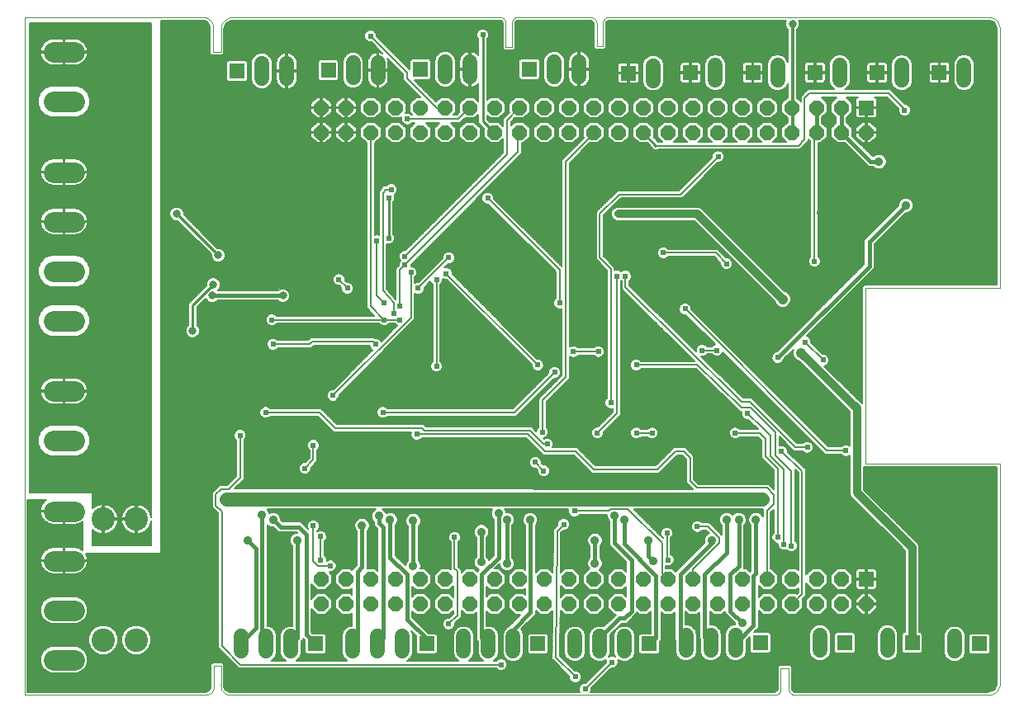
<source format=gbl>
G75*
%MOIN*%
%OFA0B0*%
%FSLAX24Y24*%
%IPPOS*%
%LPD*%
%AMOC8*
5,1,8,0,0,1.08239X$1,22.5*
%
%ADD10C,0.0000*%
%ADD11R,0.0600X0.0600*%
%ADD12C,0.0600*%
%ADD13C,0.0825*%
%ADD14C,0.0945*%
%ADD15OC8,0.0600*%
%ADD16C,0.0240*%
%ADD17C,0.0060*%
%ADD18C,0.0356*%
%ADD19C,0.0120*%
%ADD20C,0.0317*%
%ADD21C,0.0240*%
%ADD22C,0.0161*%
%ADD23C,0.0100*%
%ADD24C,0.0320*%
%ADD25C,0.0413*%
%ADD26C,0.0160*%
%ADD27C,0.0061*%
%ADD28C,0.0560*%
%ADD29C,0.0323*%
D10*
X002484Y003433D02*
X009806Y003433D01*
X009807Y003433D02*
X009841Y003436D01*
X009875Y003443D01*
X009909Y003454D01*
X009941Y003467D01*
X009971Y003484D01*
X010000Y003503D01*
X010027Y003525D01*
X010052Y003550D01*
X010073Y003577D01*
X010093Y003606D01*
X010109Y003637D01*
X010122Y003670D01*
X010132Y003703D01*
X010138Y003737D01*
X010142Y003772D01*
X010141Y003807D01*
X010141Y004614D01*
X010417Y004614D01*
X010417Y003846D01*
X010416Y003847D02*
X010415Y003809D01*
X010418Y003771D01*
X010424Y003734D01*
X010434Y003697D01*
X010448Y003662D01*
X010464Y003628D01*
X010485Y003596D01*
X010508Y003566D01*
X010534Y003539D01*
X010562Y003514D01*
X010593Y003492D01*
X010626Y003474D01*
X010660Y003458D01*
X010696Y003446D01*
X010733Y003438D01*
X010770Y003433D01*
X010771Y003433D02*
X032779Y003433D01*
X032808Y003436D01*
X032837Y003443D01*
X032865Y003453D01*
X032892Y003466D01*
X032917Y003482D01*
X032939Y003502D01*
X032960Y003523D01*
X032977Y003547D01*
X032991Y003573D01*
X033002Y003601D01*
X033010Y003630D01*
X033014Y003659D01*
X033015Y003689D01*
X033015Y004516D01*
X033330Y004516D01*
X033330Y003689D01*
X033331Y003659D01*
X033335Y003630D01*
X033343Y003601D01*
X033354Y003573D01*
X033368Y003547D01*
X033385Y003523D01*
X033406Y003502D01*
X033428Y003482D01*
X033453Y003466D01*
X033480Y003453D01*
X033508Y003443D01*
X033537Y003436D01*
X033566Y003433D01*
X041361Y003433D01*
X041402Y003432D01*
X041442Y003435D01*
X041482Y003441D01*
X041522Y003451D01*
X041560Y003464D01*
X041597Y003480D01*
X041632Y003500D01*
X041666Y003522D01*
X041698Y003548D01*
X041727Y003576D01*
X041753Y003606D01*
X041777Y003639D01*
X041798Y003674D01*
X041816Y003710D01*
X041831Y003748D01*
X041842Y003786D01*
X041850Y003826D01*
X041854Y003866D01*
X041854Y012783D01*
X036417Y012783D01*
X036417Y019870D01*
X041854Y019870D01*
X041854Y030402D01*
X041854Y030401D02*
X041849Y030441D01*
X041841Y030480D01*
X041829Y030519D01*
X041814Y030556D01*
X041796Y030592D01*
X041775Y030626D01*
X041751Y030658D01*
X041724Y030688D01*
X041695Y030715D01*
X041664Y030740D01*
X041630Y030762D01*
X041595Y030781D01*
X041558Y030796D01*
X041520Y030809D01*
X041481Y030818D01*
X041442Y030824D01*
X041402Y030826D01*
X041362Y030825D01*
X041361Y030825D02*
X026056Y030825D01*
X026028Y030820D01*
X026000Y030812D01*
X025973Y030800D01*
X025947Y030786D01*
X025924Y030768D01*
X025903Y030748D01*
X025885Y030725D01*
X025869Y030701D01*
X025856Y030674D01*
X025847Y030646D01*
X025841Y030618D01*
X025839Y030589D01*
X025840Y030559D01*
X025840Y029634D01*
X025584Y029634D01*
X025584Y030539D01*
X025585Y030570D01*
X025582Y030601D01*
X025575Y030631D01*
X025564Y030661D01*
X025550Y030688D01*
X025533Y030714D01*
X025513Y030738D01*
X025490Y030759D01*
X025465Y030777D01*
X025437Y030792D01*
X025408Y030803D01*
X025378Y030811D01*
X025348Y030815D01*
X022365Y030815D01*
X022366Y030815D02*
X022338Y030808D01*
X022310Y030798D01*
X022285Y030785D01*
X022261Y030769D01*
X022239Y030751D01*
X022219Y030729D01*
X022202Y030706D01*
X022189Y030681D01*
X022178Y030654D01*
X022171Y030626D01*
X022167Y030597D01*
X022166Y030568D01*
X022169Y030540D01*
X022169Y030539D02*
X022169Y029614D01*
X021913Y029614D01*
X021913Y030539D01*
X021912Y030540D02*
X021915Y030568D01*
X021914Y030597D01*
X021910Y030626D01*
X021903Y030654D01*
X021892Y030681D01*
X021879Y030706D01*
X021862Y030729D01*
X021842Y030751D01*
X021820Y030769D01*
X021796Y030785D01*
X021771Y030798D01*
X021743Y030808D01*
X021715Y030815D01*
X021716Y030815D02*
X010889Y030815D01*
X010848Y030813D01*
X010807Y030808D01*
X010767Y030799D01*
X010728Y030787D01*
X010690Y030771D01*
X010653Y030752D01*
X010618Y030730D01*
X010586Y030705D01*
X010555Y030677D01*
X010527Y030646D01*
X010502Y030614D01*
X010480Y030579D01*
X010461Y030542D01*
X010445Y030504D01*
X010433Y030465D01*
X010424Y030425D01*
X010419Y030384D01*
X010417Y030343D01*
X010417Y029398D01*
X010102Y029398D01*
X010102Y030343D01*
X010105Y030382D01*
X010104Y030421D01*
X010100Y030459D01*
X010093Y030498D01*
X010082Y030535D01*
X010067Y030571D01*
X010050Y030606D01*
X010029Y030639D01*
X010005Y030670D01*
X009978Y030698D01*
X009949Y030724D01*
X009918Y030747D01*
X009885Y030768D01*
X009850Y030785D01*
X009813Y030798D01*
X009776Y030809D01*
X009737Y030816D01*
X009737Y030815D02*
X002484Y030815D01*
X002484Y003433D01*
D11*
X014239Y005500D03*
X018728Y005500D03*
X023216Y005500D03*
X027704Y005500D03*
X032192Y005539D03*
X035602Y005539D03*
X038318Y005539D03*
X041035Y005500D03*
X036466Y008116D03*
X036466Y027161D03*
X036905Y028571D03*
X039415Y028581D03*
X034395Y028581D03*
X031885Y028571D03*
X029375Y028571D03*
X026865Y028561D03*
X022871Y028719D03*
X018472Y028709D03*
X014751Y028669D03*
X011070Y028650D03*
D12*
X012070Y028950D02*
X012070Y028350D01*
X013070Y028350D02*
X013070Y028950D01*
X015751Y028969D02*
X015751Y028369D01*
X016751Y028369D02*
X016751Y028969D01*
X019472Y029009D02*
X019472Y028409D01*
X020472Y028409D02*
X020472Y029009D01*
X023871Y029019D02*
X023871Y028419D01*
X024871Y028419D02*
X024871Y029019D01*
X027865Y028861D02*
X027865Y028261D01*
X030375Y028271D02*
X030375Y028871D01*
X032885Y028871D02*
X032885Y028271D01*
X035395Y028281D02*
X035395Y028881D01*
X037905Y028871D02*
X037905Y028271D01*
X040415Y028281D02*
X040415Y028881D01*
X037318Y005839D02*
X037318Y005239D01*
X034602Y005239D02*
X034602Y005839D01*
X031192Y005839D02*
X031192Y005239D01*
X030192Y005239D02*
X030192Y005839D01*
X029192Y005839D02*
X029192Y005239D01*
X026704Y005200D02*
X026704Y005800D01*
X025704Y005800D02*
X025704Y005200D01*
X024704Y005200D02*
X024704Y005800D01*
X022216Y005800D02*
X022216Y005200D01*
X021216Y005200D02*
X021216Y005800D01*
X020216Y005800D02*
X020216Y005200D01*
X017728Y005200D02*
X017728Y005800D01*
X016728Y005800D02*
X016728Y005200D01*
X015728Y005200D02*
X015728Y005800D01*
X013239Y005800D02*
X013239Y005200D01*
X012239Y005200D02*
X012239Y005800D01*
X011239Y005800D02*
X011239Y005200D01*
X040035Y005200D02*
X040035Y005800D01*
D13*
X004493Y004862D02*
X003668Y004862D01*
X003668Y006862D02*
X004493Y006862D01*
X004493Y008862D02*
X003668Y008862D01*
X003668Y010862D02*
X004493Y010862D01*
X004493Y013713D02*
X003668Y013713D01*
X003668Y015713D02*
X004493Y015713D01*
X004493Y018563D02*
X003668Y018563D01*
X003668Y020563D02*
X004493Y020563D01*
X004493Y022563D02*
X003668Y022563D01*
X003668Y024563D02*
X004493Y024563D01*
X004493Y027413D02*
X003668Y027413D01*
X003668Y029413D02*
X004493Y029413D01*
D14*
X005663Y010539D03*
X007001Y010539D03*
X007001Y005657D03*
X005663Y005657D03*
D15*
X014466Y007116D03*
X015466Y007116D03*
X016466Y007116D03*
X017466Y007116D03*
X018466Y007116D03*
X019466Y007116D03*
X020466Y007116D03*
X021466Y007116D03*
X022466Y007116D03*
X023466Y007116D03*
X024466Y007116D03*
X025466Y007116D03*
X026466Y007116D03*
X027466Y007116D03*
X028466Y007116D03*
X029466Y007116D03*
X030466Y007116D03*
X031466Y007116D03*
X032466Y007116D03*
X033466Y007116D03*
X034466Y007116D03*
X035466Y007116D03*
X036466Y007116D03*
X035466Y008116D03*
X034466Y008116D03*
X033466Y008116D03*
X032466Y008116D03*
X031466Y008116D03*
X030466Y008116D03*
X029466Y008116D03*
X028466Y008116D03*
X027466Y008116D03*
X026466Y008116D03*
X025466Y008116D03*
X024466Y008116D03*
X023466Y008116D03*
X022466Y008116D03*
X021466Y008116D03*
X020466Y008116D03*
X019466Y008116D03*
X018466Y008116D03*
X017466Y008116D03*
X016466Y008116D03*
X015466Y008116D03*
X014466Y008116D03*
X014466Y026161D03*
X015466Y026161D03*
X016466Y026161D03*
X017466Y026161D03*
X018466Y026161D03*
X019466Y026161D03*
X020466Y026161D03*
X021466Y026161D03*
X022466Y026161D03*
X023466Y026161D03*
X024466Y026161D03*
X025466Y026161D03*
X026466Y026161D03*
X027466Y026161D03*
X028466Y026161D03*
X029466Y026161D03*
X030466Y026161D03*
X031466Y026161D03*
X032466Y026161D03*
X033466Y026161D03*
X034466Y026161D03*
X035466Y026161D03*
X036466Y026161D03*
X035466Y027161D03*
X034466Y027161D03*
X033466Y027161D03*
X032466Y027161D03*
X031466Y027161D03*
X030466Y027161D03*
X029466Y027161D03*
X028466Y027161D03*
X027466Y027161D03*
X026466Y027161D03*
X025466Y027161D03*
X024466Y027161D03*
X023466Y027161D03*
X022466Y027161D03*
X021466Y027161D03*
X020466Y027161D03*
X019466Y027161D03*
X018466Y027161D03*
X017466Y027161D03*
X016466Y027161D03*
X015466Y027161D03*
X014466Y027161D03*
D16*
X009029Y027104D03*
X008586Y027104D03*
X008586Y026612D03*
X009029Y026612D03*
X009029Y026120D03*
X008586Y026120D03*
X008586Y020067D03*
X009029Y020067D03*
X009029Y019575D03*
X008586Y019575D03*
X008586Y019083D03*
X009029Y019083D03*
X010308Y018886D03*
X010702Y018886D03*
X011096Y018886D03*
X010505Y020067D03*
X011982Y017459D03*
X014196Y017459D03*
X014590Y017459D03*
X015131Y018837D03*
X015525Y018837D03*
X016263Y017459D03*
X017395Y017459D03*
X018182Y018049D03*
X020987Y017459D03*
X021381Y017459D03*
X021775Y017459D03*
X019757Y015638D03*
X019363Y015638D03*
X019363Y015244D03*
X019757Y015244D03*
X019806Y014506D03*
X019413Y014506D03*
X018822Y013030D03*
X018822Y012636D03*
X017887Y012783D03*
X017887Y013079D03*
X017887Y013374D03*
X017887Y013669D03*
X017493Y013669D03*
X017493Y013374D03*
X017493Y013079D03*
X017493Y012783D03*
X017100Y012783D03*
X017100Y013079D03*
X017100Y013374D03*
X017100Y013669D03*
X016706Y013669D03*
X016706Y013374D03*
X016706Y013079D03*
X016706Y012783D03*
X016312Y012783D03*
X016312Y013079D03*
X016312Y013374D03*
X016312Y013669D03*
X014147Y013522D03*
X013163Y013669D03*
X013163Y013374D03*
X013163Y013079D03*
X013163Y012783D03*
X012769Y012783D03*
X012769Y013079D03*
X012769Y013374D03*
X012769Y013669D03*
X012375Y013669D03*
X012375Y013374D03*
X012375Y013079D03*
X012375Y012783D03*
X011982Y012783D03*
X011982Y013079D03*
X011982Y013374D03*
X011982Y013669D03*
X011588Y013669D03*
X011588Y013374D03*
X011588Y013079D03*
X011588Y012783D03*
X013802Y012587D03*
X014934Y009831D03*
X014934Y009437D03*
X015328Y009437D03*
X015328Y009831D03*
X013064Y008551D03*
X012671Y008551D03*
X012671Y008157D03*
X012671Y007764D03*
X013064Y007764D03*
X013064Y008157D03*
X019051Y009593D03*
X019846Y009811D03*
X023461Y009523D03*
X024255Y010323D03*
X024688Y010874D03*
X023784Y011848D03*
X022611Y012783D03*
X022611Y013079D03*
X022611Y013374D03*
X022611Y013669D03*
X022218Y013669D03*
X022218Y013374D03*
X022218Y013079D03*
X022218Y012783D03*
X021824Y012783D03*
X021824Y013079D03*
X021824Y013374D03*
X021824Y013669D03*
X021430Y013669D03*
X021430Y013374D03*
X021430Y013079D03*
X021430Y012783D03*
X021037Y012783D03*
X021037Y013079D03*
X021037Y013374D03*
X021037Y013669D03*
X023940Y015146D03*
X023940Y015539D03*
X024334Y015539D03*
X024334Y015146D03*
X025761Y013669D03*
X025761Y013374D03*
X025761Y013079D03*
X025761Y012783D03*
X026155Y012783D03*
X026155Y013079D03*
X026155Y013374D03*
X026155Y013669D03*
X026549Y013669D03*
X026549Y013374D03*
X026549Y013079D03*
X026549Y012783D03*
X026942Y012783D03*
X026942Y013079D03*
X026942Y013374D03*
X026942Y013669D03*
X027336Y013669D03*
X027336Y013374D03*
X027336Y013079D03*
X027336Y012783D03*
X030486Y012783D03*
X030486Y013079D03*
X030486Y013374D03*
X030486Y013669D03*
X030879Y013669D03*
X030879Y013374D03*
X030879Y013079D03*
X030879Y012783D03*
X031273Y012783D03*
X031273Y013079D03*
X031273Y013374D03*
X031273Y013669D03*
X031667Y013669D03*
X031667Y013374D03*
X031667Y013079D03*
X031667Y012783D03*
X032060Y012783D03*
X032060Y013079D03*
X032060Y013374D03*
X032060Y013669D03*
X032799Y014998D03*
X032503Y015244D03*
X032897Y015884D03*
X032897Y016278D03*
X032897Y016671D03*
X035062Y015146D03*
X035062Y014752D03*
X035062Y014358D03*
X035062Y013965D03*
X034983Y012811D03*
X034983Y012477D03*
X035317Y012487D03*
X035327Y012821D03*
X029649Y010244D03*
X029009Y009634D03*
X025909Y017557D03*
X024634Y017754D03*
X029357Y017962D03*
X030889Y018629D03*
X030899Y019103D03*
X030830Y020854D03*
X028271Y021297D03*
X026450Y022872D03*
X008930Y013965D03*
X008537Y013965D03*
X008537Y013472D03*
X008930Y013472D03*
X008930Y012980D03*
X008537Y012980D03*
X019610Y006307D03*
D17*
X019964Y006661D01*
X019964Y008433D01*
X019846Y008551D01*
X019846Y009811D01*
X020096Y009810D02*
X020720Y009810D01*
X020728Y009802D02*
X020728Y009022D01*
X020677Y008972D01*
X020630Y008859D01*
X020630Y008736D01*
X020677Y008623D01*
X020764Y008536D01*
X020840Y008505D01*
X020763Y008427D01*
X020644Y008546D01*
X020288Y008546D01*
X020124Y008382D01*
X020124Y008499D01*
X020030Y008593D01*
X020006Y008617D01*
X020006Y009617D01*
X020058Y009669D01*
X020096Y009761D01*
X020096Y009861D01*
X020058Y009953D01*
X019987Y010023D01*
X019895Y010061D01*
X019796Y010061D01*
X019704Y010023D01*
X019634Y009953D01*
X019596Y009861D01*
X019596Y009761D01*
X019634Y009669D01*
X019686Y009617D01*
X019686Y008504D01*
X019644Y008546D01*
X019288Y008546D01*
X019036Y008294D01*
X019036Y007938D01*
X019288Y007686D01*
X019644Y007686D01*
X019804Y007846D01*
X019804Y007386D01*
X019644Y007546D01*
X019288Y007546D01*
X019036Y007294D01*
X018896Y007294D01*
X018644Y007546D01*
X018288Y007546D01*
X018147Y007405D01*
X018147Y007827D01*
X018288Y007686D01*
X018644Y007686D01*
X018896Y007938D01*
X018896Y008294D01*
X018644Y008546D01*
X018473Y008546D01*
X018490Y008588D01*
X018490Y008711D01*
X018444Y008824D01*
X018393Y008875D01*
X018393Y010245D01*
X018444Y010296D01*
X018490Y010409D01*
X018490Y010532D01*
X018444Y010645D01*
X018357Y010732D01*
X018244Y010779D01*
X018121Y010779D01*
X018008Y010732D01*
X017921Y010645D01*
X017874Y010532D01*
X017874Y010409D01*
X017921Y010296D01*
X017972Y010245D01*
X017972Y008875D01*
X017921Y008824D01*
X017874Y008711D01*
X017874Y008665D01*
X017458Y009081D01*
X017458Y010295D01*
X017509Y010345D01*
X017555Y010458D01*
X017555Y010581D01*
X017509Y010694D01*
X017422Y010781D01*
X017309Y010828D01*
X017186Y010828D01*
X017088Y010787D01*
X017066Y010842D01*
X016979Y010929D01*
X016936Y010946D01*
X018165Y010946D01*
X020921Y010946D01*
X021372Y010946D01*
X021366Y010940D01*
X021319Y010827D01*
X021319Y010704D01*
X021366Y010591D01*
X021417Y010541D01*
X021417Y009081D01*
X021231Y008896D01*
X021199Y008972D01*
X021149Y009022D01*
X021149Y009802D01*
X021199Y009853D01*
X021246Y009966D01*
X021246Y010089D01*
X021199Y010202D01*
X021113Y010289D01*
X021000Y010336D01*
X020877Y010336D01*
X020764Y010289D01*
X020677Y010202D01*
X020630Y010089D01*
X020630Y009966D01*
X020677Y009853D01*
X020728Y009802D01*
X020728Y009751D02*
X020092Y009751D01*
X020067Y009693D02*
X020728Y009693D01*
X020728Y009634D02*
X020022Y009634D01*
X020006Y009576D02*
X020728Y009576D01*
X020728Y009517D02*
X020006Y009517D01*
X020006Y009459D02*
X020728Y009459D01*
X020728Y009400D02*
X020006Y009400D01*
X020006Y009342D02*
X020728Y009342D01*
X020728Y009283D02*
X020006Y009283D01*
X020006Y009225D02*
X020728Y009225D01*
X020728Y009166D02*
X020006Y009166D01*
X020006Y009108D02*
X020728Y009108D01*
X020728Y009049D02*
X020006Y009049D01*
X020006Y008991D02*
X020696Y008991D01*
X020661Y008932D02*
X020006Y008932D01*
X020006Y008874D02*
X020636Y008874D01*
X020630Y008815D02*
X020006Y008815D01*
X020006Y008757D02*
X020630Y008757D01*
X020646Y008698D02*
X020006Y008698D01*
X020006Y008640D02*
X020670Y008640D01*
X020719Y008581D02*
X020042Y008581D01*
X020101Y008523D02*
X020264Y008523D01*
X020206Y008464D02*
X020124Y008464D01*
X020124Y008406D02*
X020147Y008406D01*
X019686Y008523D02*
X019667Y008523D01*
X019686Y008581D02*
X018487Y008581D01*
X018490Y008640D02*
X019686Y008640D01*
X019686Y008698D02*
X018490Y008698D01*
X018472Y008757D02*
X019686Y008757D01*
X019686Y008815D02*
X018447Y008815D01*
X018394Y008874D02*
X019686Y008874D01*
X019686Y008932D02*
X018393Y008932D01*
X018393Y008991D02*
X019686Y008991D01*
X019686Y009049D02*
X018393Y009049D01*
X018393Y009108D02*
X019686Y009108D01*
X019686Y009166D02*
X018393Y009166D01*
X018393Y009225D02*
X019686Y009225D01*
X019686Y009283D02*
X018393Y009283D01*
X018393Y009342D02*
X019686Y009342D01*
X019686Y009400D02*
X018393Y009400D01*
X018393Y009459D02*
X019686Y009459D01*
X019686Y009517D02*
X018393Y009517D01*
X018393Y009576D02*
X019686Y009576D01*
X019669Y009634D02*
X018393Y009634D01*
X018393Y009693D02*
X019624Y009693D01*
X019600Y009751D02*
X018393Y009751D01*
X018393Y009810D02*
X019596Y009810D01*
X019599Y009868D02*
X018393Y009868D01*
X018393Y009927D02*
X019623Y009927D01*
X019666Y009985D02*
X018393Y009985D01*
X018393Y010044D02*
X019754Y010044D01*
X019938Y010044D02*
X020630Y010044D01*
X020636Y010102D02*
X018393Y010102D01*
X018393Y010161D02*
X020660Y010161D01*
X020694Y010219D02*
X018393Y010219D01*
X018425Y010278D02*
X020753Y010278D01*
X020630Y009985D02*
X020025Y009985D01*
X020069Y009927D02*
X020647Y009927D01*
X020671Y009868D02*
X020093Y009868D01*
X021149Y009751D02*
X021417Y009751D01*
X021417Y009693D02*
X021149Y009693D01*
X021149Y009634D02*
X021417Y009634D01*
X021417Y009576D02*
X021149Y009576D01*
X021149Y009517D02*
X021417Y009517D01*
X021417Y009459D02*
X021149Y009459D01*
X021149Y009400D02*
X021417Y009400D01*
X021417Y009342D02*
X021149Y009342D01*
X021149Y009283D02*
X021417Y009283D01*
X021417Y009225D02*
X021149Y009225D01*
X021149Y009166D02*
X021417Y009166D01*
X021417Y009108D02*
X021149Y009108D01*
X021149Y009049D02*
X021384Y009049D01*
X021326Y008991D02*
X021181Y008991D01*
X021216Y008932D02*
X021267Y008932D01*
X021571Y008640D02*
X021683Y008640D01*
X021664Y008687D02*
X021711Y008574D01*
X021797Y008487D01*
X021910Y008440D01*
X022033Y008440D01*
X022146Y008487D01*
X022233Y008574D01*
X022280Y008687D01*
X022280Y008809D01*
X022233Y008923D01*
X022182Y008973D01*
X022182Y010295D01*
X022233Y010345D01*
X022280Y010458D01*
X022280Y010581D01*
X022233Y010694D01*
X022146Y010781D01*
X022033Y010828D01*
X021935Y010828D01*
X021888Y010940D01*
X021882Y010946D01*
X022851Y010946D01*
X023075Y010939D01*
X023081Y010936D01*
X023156Y010936D01*
X023231Y010934D01*
X023237Y010936D01*
X024443Y010936D01*
X024438Y010924D01*
X024438Y010824D01*
X024476Y010732D01*
X024547Y010662D01*
X024639Y010624D01*
X024738Y010624D01*
X024830Y010662D01*
X024880Y010713D01*
X026004Y010705D01*
X026004Y010626D01*
X026051Y010512D01*
X026102Y010462D01*
X026102Y009488D01*
X026781Y008808D01*
X026781Y008409D01*
X026644Y008546D01*
X026288Y008546D01*
X026036Y008294D01*
X026036Y007938D01*
X026288Y007686D01*
X026644Y007686D01*
X026781Y007823D01*
X026781Y007409D01*
X026644Y007546D01*
X026288Y007546D01*
X026036Y007294D01*
X025896Y007294D01*
X025644Y007546D01*
X025288Y007546D01*
X025036Y007294D01*
X024896Y007294D01*
X024644Y007546D01*
X024288Y007546D01*
X024124Y007383D01*
X024129Y007845D01*
X024288Y007686D01*
X024644Y007686D01*
X024896Y007938D01*
X024896Y008294D01*
X024644Y008546D01*
X024288Y008546D01*
X024135Y008393D01*
X024149Y009813D01*
X024149Y009814D01*
X024149Y009879D01*
X024150Y009945D01*
X024149Y009945D01*
X024149Y009991D01*
X024231Y010073D01*
X024305Y010073D01*
X024397Y010111D01*
X024467Y010181D01*
X024505Y010273D01*
X024505Y010373D01*
X024467Y010464D01*
X024397Y010535D01*
X024305Y010573D01*
X024205Y010573D01*
X024114Y010535D01*
X024043Y010464D01*
X024005Y010373D01*
X024005Y010299D01*
X023829Y010123D01*
X023829Y009881D01*
X023814Y008376D01*
X023644Y008546D01*
X023288Y008546D01*
X023117Y008376D01*
X023117Y010295D01*
X023168Y010345D01*
X023215Y010458D01*
X023215Y010581D01*
X023168Y010694D01*
X023081Y010781D01*
X022968Y010828D01*
X022845Y010828D01*
X022732Y010781D01*
X022646Y010694D01*
X022599Y010581D01*
X022599Y010458D01*
X022646Y010345D01*
X022696Y010295D01*
X022696Y008494D01*
X022644Y008546D01*
X022288Y008546D01*
X022036Y008294D01*
X022036Y007938D01*
X022288Y007686D01*
X022644Y007686D01*
X022696Y007738D01*
X022696Y007494D01*
X022644Y007546D01*
X022288Y007546D01*
X022036Y007294D01*
X021896Y007294D01*
X021644Y007546D01*
X021288Y007546D01*
X021149Y007407D01*
X021149Y007825D01*
X021288Y007686D01*
X021644Y007686D01*
X021896Y007938D01*
X021896Y008294D01*
X021644Y008546D01*
X021477Y008546D01*
X021664Y008733D01*
X021664Y008687D01*
X021664Y008698D02*
X021629Y008698D01*
X021707Y008581D02*
X021512Y008581D01*
X021667Y008523D02*
X021761Y008523D01*
X021726Y008464D02*
X021852Y008464D01*
X021784Y008406D02*
X022147Y008406D01*
X022091Y008464D02*
X022206Y008464D01*
X022182Y008523D02*
X022264Y008523D01*
X022236Y008581D02*
X022696Y008581D01*
X022696Y008523D02*
X022667Y008523D01*
X022696Y008640D02*
X022260Y008640D01*
X022280Y008698D02*
X022696Y008698D01*
X022696Y008757D02*
X022280Y008757D01*
X022277Y008815D02*
X022696Y008815D01*
X022696Y008874D02*
X022253Y008874D01*
X022223Y008932D02*
X022696Y008932D01*
X022696Y008991D02*
X022182Y008991D01*
X022182Y009049D02*
X022696Y009049D01*
X022696Y009108D02*
X022182Y009108D01*
X022182Y009166D02*
X022696Y009166D01*
X022696Y009225D02*
X022182Y009225D01*
X022182Y009283D02*
X022696Y009283D01*
X022696Y009342D02*
X022182Y009342D01*
X022182Y009400D02*
X022696Y009400D01*
X022696Y009459D02*
X022182Y009459D01*
X022182Y009517D02*
X022696Y009517D01*
X022696Y009576D02*
X022182Y009576D01*
X022182Y009634D02*
X022696Y009634D01*
X022696Y009693D02*
X022182Y009693D01*
X022182Y009751D02*
X022696Y009751D01*
X022696Y009810D02*
X022182Y009810D01*
X022182Y009868D02*
X022696Y009868D01*
X022696Y009927D02*
X022182Y009927D01*
X022182Y009985D02*
X022696Y009985D01*
X022696Y010044D02*
X022182Y010044D01*
X022182Y010102D02*
X022696Y010102D01*
X022696Y010161D02*
X022182Y010161D01*
X022182Y010219D02*
X022696Y010219D01*
X022696Y010278D02*
X022182Y010278D01*
X022224Y010336D02*
X022655Y010336D01*
X022625Y010395D02*
X022253Y010395D01*
X022278Y010453D02*
X022601Y010453D01*
X022599Y010512D02*
X022280Y010512D01*
X022280Y010570D02*
X022599Y010570D01*
X022618Y010629D02*
X022260Y010629D01*
X022236Y010687D02*
X022643Y010687D01*
X022697Y010746D02*
X022182Y010746D01*
X022090Y010804D02*
X022788Y010804D01*
X023025Y010804D02*
X024447Y010804D01*
X024438Y010863D02*
X021921Y010863D01*
X021896Y010921D02*
X024438Y010921D01*
X024471Y010746D02*
X023117Y010746D01*
X023171Y010687D02*
X024522Y010687D01*
X024627Y010629D02*
X023195Y010629D01*
X023215Y010570D02*
X024199Y010570D01*
X024312Y010570D02*
X026027Y010570D01*
X026004Y010629D02*
X024749Y010629D01*
X024855Y010687D02*
X026004Y010687D01*
X026052Y010512D02*
X024420Y010512D01*
X024472Y010453D02*
X026102Y010453D01*
X026102Y010395D02*
X024496Y010395D01*
X024505Y010336D02*
X026102Y010336D01*
X026102Y010278D02*
X024505Y010278D01*
X024483Y010219D02*
X026102Y010219D01*
X026102Y010161D02*
X024447Y010161D01*
X024376Y010102D02*
X026102Y010102D01*
X026102Y010044D02*
X024202Y010044D01*
X024149Y009985D02*
X025439Y009985D01*
X025454Y009991D02*
X025341Y009944D01*
X025254Y009858D01*
X025207Y009744D01*
X025207Y009622D01*
X025254Y009509D01*
X025304Y009458D01*
X025304Y008973D01*
X025254Y008923D01*
X025207Y008809D01*
X025207Y008687D01*
X025254Y008574D01*
X025284Y008543D01*
X025036Y008294D01*
X025036Y007938D01*
X025288Y007686D01*
X025644Y007686D01*
X025896Y007938D01*
X025896Y008294D01*
X025696Y008494D01*
X025776Y008574D01*
X025823Y008687D01*
X025823Y008809D01*
X025776Y008923D01*
X025726Y008973D01*
X025726Y009458D01*
X025776Y009509D01*
X025823Y009622D01*
X025823Y009744D01*
X025776Y009858D01*
X025690Y009944D01*
X025576Y009991D01*
X025454Y009991D01*
X025591Y009985D02*
X026102Y009985D01*
X026102Y009927D02*
X025707Y009927D01*
X025766Y009868D02*
X026102Y009868D01*
X026102Y009810D02*
X025796Y009810D01*
X025820Y009751D02*
X026102Y009751D01*
X026102Y009693D02*
X025823Y009693D01*
X025823Y009634D02*
X026102Y009634D01*
X026102Y009576D02*
X025804Y009576D01*
X025780Y009517D02*
X026102Y009517D01*
X026131Y009459D02*
X025726Y009459D01*
X025726Y009400D02*
X026189Y009400D01*
X026248Y009342D02*
X025726Y009342D01*
X025726Y009283D02*
X026306Y009283D01*
X026365Y009225D02*
X025726Y009225D01*
X025726Y009166D02*
X026423Y009166D01*
X026482Y009108D02*
X025726Y009108D01*
X025726Y009049D02*
X026540Y009049D01*
X026599Y008991D02*
X025726Y008991D01*
X025767Y008932D02*
X026657Y008932D01*
X026716Y008874D02*
X025797Y008874D01*
X025821Y008815D02*
X026774Y008815D01*
X026781Y008757D02*
X025823Y008757D01*
X025823Y008698D02*
X026781Y008698D01*
X026781Y008640D02*
X025804Y008640D01*
X025779Y008581D02*
X026781Y008581D01*
X026781Y008523D02*
X026667Y008523D01*
X026726Y008464D02*
X026781Y008464D01*
X026264Y008523D02*
X025725Y008523D01*
X025726Y008464D02*
X026206Y008464D01*
X026147Y008406D02*
X025784Y008406D01*
X025843Y008347D02*
X026089Y008347D01*
X026036Y008289D02*
X025896Y008289D01*
X025896Y008230D02*
X026036Y008230D01*
X026036Y008172D02*
X025896Y008172D01*
X025896Y008113D02*
X026036Y008113D01*
X026036Y008055D02*
X025896Y008055D01*
X025896Y007996D02*
X026036Y007996D01*
X026036Y007938D02*
X025895Y007938D01*
X025837Y007879D02*
X026095Y007879D01*
X026153Y007821D02*
X025778Y007821D01*
X025720Y007762D02*
X026212Y007762D01*
X026270Y007704D02*
X025661Y007704D01*
X025662Y007528D02*
X026270Y007528D01*
X026211Y007470D02*
X025720Y007470D01*
X025779Y007411D02*
X026153Y007411D01*
X026094Y007353D02*
X025837Y007353D01*
X025896Y007294D02*
X025896Y006938D01*
X025644Y006686D01*
X025288Y006686D01*
X025036Y006938D01*
X025036Y007294D01*
X025036Y007236D02*
X024896Y007236D01*
X024896Y007294D02*
X024896Y006938D01*
X024644Y006686D01*
X024288Y006686D01*
X024119Y006855D01*
X024101Y005024D01*
X024704Y004421D01*
X024777Y004421D01*
X024869Y004383D01*
X024940Y004313D01*
X024978Y004221D01*
X024978Y004122D01*
X024940Y004030D01*
X024869Y003959D01*
X024777Y003921D01*
X024678Y003921D01*
X024586Y003959D01*
X024516Y004030D01*
X024478Y004122D01*
X024478Y004195D01*
X023873Y004799D01*
X023872Y004799D01*
X023827Y004846D01*
X023780Y004892D01*
X023780Y004893D01*
X023780Y004894D01*
X023780Y004959D01*
X023780Y005025D01*
X023781Y005026D01*
X023799Y006841D01*
X023644Y006686D01*
X023288Y006686D01*
X023117Y006856D01*
X023117Y006692D01*
X022525Y006099D01*
X022580Y006044D01*
X022646Y005886D01*
X022646Y005114D01*
X022580Y004956D01*
X022459Y004835D01*
X022301Y004770D01*
X022130Y004770D01*
X021972Y004835D01*
X021851Y004956D01*
X021786Y005114D01*
X021786Y005886D01*
X021851Y006044D01*
X021972Y006165D01*
X022009Y006180D01*
X022131Y006301D01*
X022516Y006686D01*
X022288Y006686D01*
X022036Y006938D01*
X022036Y007294D01*
X022036Y007236D02*
X021896Y007236D01*
X021896Y007294D02*
X021896Y006938D01*
X021644Y006686D01*
X021288Y006686D01*
X021149Y006825D01*
X021149Y006230D01*
X021301Y006230D01*
X021459Y006165D01*
X021580Y006044D01*
X021646Y005886D01*
X021646Y005114D01*
X021580Y004956D01*
X021459Y004835D01*
X021430Y004823D01*
X021532Y004823D01*
X021584Y004875D01*
X021676Y004913D01*
X021775Y004913D01*
X021867Y004875D01*
X021938Y004805D01*
X021976Y004713D01*
X021976Y004614D01*
X021938Y004522D01*
X021867Y004451D01*
X021775Y004413D01*
X021676Y004413D01*
X021584Y004451D01*
X021532Y004503D01*
X011128Y004503D01*
X010294Y005338D01*
X010294Y010767D01*
X010054Y011007D01*
X010054Y011599D01*
X010357Y011903D01*
X010657Y011903D01*
X011034Y012280D01*
X011034Y013732D01*
X010982Y013784D01*
X010944Y013875D01*
X010944Y013975D01*
X010982Y014067D01*
X011053Y014137D01*
X011144Y014175D01*
X011244Y014175D01*
X011336Y014137D01*
X011406Y014067D01*
X011444Y013975D01*
X011444Y013875D01*
X011406Y013784D01*
X011354Y013732D01*
X011354Y012147D01*
X010973Y011766D01*
X022783Y011766D01*
X022789Y011769D01*
X022864Y011766D01*
X022890Y011766D01*
X022892Y011765D01*
X023169Y011756D01*
X025496Y011756D01*
X025518Y011763D01*
X025577Y011756D01*
X025636Y011756D01*
X025643Y011753D01*
X027362Y011756D01*
X027363Y011756D01*
X027444Y011756D01*
X027525Y011757D01*
X027525Y011756D01*
X029465Y011756D01*
X029194Y012028D01*
X029194Y012963D01*
X029041Y013116D01*
X028829Y013116D01*
X028091Y012377D01*
X025400Y012377D01*
X025306Y012471D01*
X024661Y013116D01*
X023431Y013116D01*
X023337Y013209D01*
X023337Y013209D01*
X022742Y013805D01*
X018524Y013805D01*
X018472Y013753D01*
X018380Y013715D01*
X018280Y013715D01*
X018188Y013753D01*
X018118Y013823D01*
X018080Y013915D01*
X018080Y014014D01*
X018095Y014051D01*
X014966Y014051D01*
X014873Y014144D01*
X014873Y014144D01*
X014327Y014690D01*
X012421Y014690D01*
X012369Y014638D01*
X012277Y014600D01*
X012178Y014600D01*
X012086Y014638D01*
X012016Y014709D01*
X011978Y014801D01*
X011978Y014900D01*
X012016Y014992D01*
X012086Y015062D01*
X012178Y015100D01*
X012277Y015100D01*
X012369Y015062D01*
X012421Y015010D01*
X014459Y015010D01*
X015099Y014371D01*
X018593Y014371D01*
X018687Y014277D01*
X018692Y014272D01*
X022973Y014272D01*
X023149Y014096D01*
X023149Y014113D01*
X023187Y014205D01*
X023239Y014257D01*
X023239Y015409D01*
X024174Y016344D01*
X024174Y019045D01*
X024138Y019030D01*
X024038Y019030D01*
X023946Y019068D01*
X023876Y019138D01*
X023838Y019230D01*
X023838Y019329D01*
X023876Y019421D01*
X023928Y019473D01*
X023928Y020542D01*
X021208Y023262D01*
X021135Y023262D01*
X021043Y023300D01*
X020972Y023370D01*
X020934Y023462D01*
X020934Y023562D01*
X020972Y023653D01*
X021043Y023724D01*
X021135Y023762D01*
X021234Y023762D01*
X021326Y023724D01*
X021396Y023653D01*
X021434Y023562D01*
X021434Y023488D01*
X024154Y020768D01*
X024174Y020748D01*
X024174Y025054D01*
X025069Y025950D01*
X025036Y025983D01*
X025036Y026340D01*
X025288Y026591D01*
X025644Y026591D01*
X025896Y026340D01*
X025896Y025983D01*
X025644Y025731D01*
X025303Y025731D01*
X024494Y024922D01*
X024494Y017515D01*
X024502Y017523D01*
X024594Y017561D01*
X024693Y017561D01*
X024785Y017523D01*
X024837Y017471D01*
X025469Y017471D01*
X025521Y017523D01*
X025613Y017561D01*
X025712Y017561D01*
X025804Y017523D01*
X025875Y017453D01*
X025913Y017361D01*
X025913Y017261D01*
X025875Y017169D01*
X025804Y017099D01*
X025712Y017061D01*
X025613Y017061D01*
X025521Y017099D01*
X025469Y017151D01*
X024837Y017151D01*
X024785Y017099D01*
X024693Y017061D01*
X024594Y017061D01*
X024502Y017099D01*
X024494Y017107D01*
X024494Y016211D01*
X024400Y016118D01*
X023559Y015276D01*
X023559Y014257D01*
X023611Y014205D01*
X023649Y014113D01*
X023649Y014013D01*
X023611Y013921D01*
X023541Y013851D01*
X023449Y013813D01*
X023432Y013813D01*
X023460Y013785D01*
X023546Y013821D01*
X023645Y013821D01*
X023737Y013783D01*
X023808Y013712D01*
X023846Y013621D01*
X023846Y013521D01*
X023810Y013436D01*
X024794Y013436D01*
X025532Y012697D01*
X027959Y012697D01*
X028603Y013342D01*
X028697Y013436D01*
X029174Y013436D01*
X029420Y013190D01*
X029514Y013096D01*
X029514Y012161D01*
X029715Y011959D01*
X032520Y011959D01*
X032614Y011865D01*
X032614Y011865D01*
X032737Y011743D01*
X032737Y012520D01*
X032339Y012919D01*
X032245Y013012D01*
X032245Y013701D01*
X032092Y013854D01*
X031368Y013854D01*
X031316Y013802D01*
X031224Y013764D01*
X031125Y013764D01*
X031033Y013802D01*
X030963Y013872D01*
X030924Y013964D01*
X030924Y014064D01*
X030963Y014155D01*
X031033Y014226D01*
X031125Y014264D01*
X031224Y014264D01*
X031316Y014226D01*
X031368Y014174D01*
X032110Y014174D01*
X031702Y014551D01*
X031617Y014551D01*
X031525Y014589D01*
X031455Y014660D01*
X031417Y014751D01*
X031417Y014851D01*
X031432Y014887D01*
X031422Y014887D01*
X031357Y014886D01*
X031356Y014887D01*
X031354Y014887D01*
X031308Y014933D01*
X029584Y016610D01*
X027382Y016610D01*
X027330Y016558D01*
X027238Y016520D01*
X027139Y016520D01*
X027047Y016558D01*
X026976Y016628D01*
X026938Y016720D01*
X026938Y016819D01*
X026976Y016911D01*
X027047Y016982D01*
X027139Y017020D01*
X027238Y017020D01*
X027330Y016982D01*
X027382Y016930D01*
X029539Y016930D01*
X026680Y019759D01*
X026679Y019759D01*
X026633Y019806D01*
X026586Y019852D01*
X026586Y019853D01*
X026585Y019853D01*
X026585Y019919D01*
X026585Y019985D01*
X026585Y019985D01*
X026585Y020169D01*
X026573Y020181D01*
X026561Y020169D01*
X026561Y014735D01*
X025863Y014038D01*
X025863Y013964D01*
X025825Y013872D01*
X025755Y013802D01*
X025663Y013764D01*
X025564Y013764D01*
X025472Y013802D01*
X025402Y013872D01*
X025363Y013964D01*
X025363Y014064D01*
X025402Y014155D01*
X025472Y014226D01*
X025564Y014264D01*
X025637Y014264D01*
X026241Y014867D01*
X026241Y015009D01*
X026205Y014994D01*
X026105Y014994D01*
X026013Y015032D01*
X025943Y015102D01*
X025905Y015194D01*
X025905Y015294D01*
X025943Y015386D01*
X025995Y015438D01*
X025995Y020591D01*
X025552Y021034D01*
X025552Y022938D01*
X025646Y023032D01*
X026433Y023819D01*
X028894Y023819D01*
X030236Y025161D01*
X030236Y025235D01*
X030274Y025327D01*
X030344Y025397D01*
X030436Y025435D01*
X030535Y025435D01*
X030627Y025397D01*
X030697Y025327D01*
X030736Y025235D01*
X030736Y025135D01*
X030697Y025043D01*
X030627Y024973D01*
X030535Y024935D01*
X030462Y024935D01*
X029120Y023593D01*
X029026Y023499D01*
X026566Y023499D01*
X025872Y022806D01*
X025872Y021167D01*
X026315Y020724D01*
X026315Y020597D01*
X026351Y020612D01*
X026451Y020612D01*
X026542Y020574D01*
X026573Y020544D01*
X026604Y020574D01*
X026696Y020612D01*
X026795Y020612D01*
X026887Y020574D01*
X026957Y020504D01*
X026995Y020412D01*
X026995Y020312D01*
X026957Y020221D01*
X026905Y020169D01*
X026905Y019986D01*
X029596Y017324D01*
X029596Y017410D01*
X029634Y017502D01*
X029704Y017572D01*
X029796Y017610D01*
X029895Y017610D01*
X029987Y017572D01*
X030039Y017520D01*
X030243Y017520D01*
X030295Y017572D01*
X030363Y017600D01*
X029180Y018783D01*
X029107Y018783D01*
X029015Y018822D01*
X028945Y018892D01*
X028907Y018984D01*
X028907Y019083D01*
X028945Y019175D01*
X029015Y019245D01*
X029107Y019283D01*
X029206Y019283D01*
X029298Y019245D01*
X029369Y019175D01*
X029407Y019083D01*
X029407Y019010D01*
X034941Y013472D01*
X035455Y013472D01*
X035507Y013524D01*
X035599Y013562D01*
X035698Y013562D01*
X035790Y013524D01*
X035802Y013512D01*
X035802Y014882D01*
X033754Y016930D01*
X033641Y016976D01*
X033547Y017071D01*
X033495Y017195D01*
X033495Y017329D01*
X033522Y017393D01*
X033147Y017018D01*
X033147Y017015D01*
X033109Y016923D01*
X033039Y016853D01*
X032947Y016815D01*
X032847Y016815D01*
X032755Y016853D01*
X032685Y016923D01*
X032647Y017015D01*
X032647Y017115D01*
X032685Y017207D01*
X032755Y017277D01*
X032847Y017315D01*
X032850Y017315D01*
X036378Y020843D01*
X036378Y021827D01*
X037756Y023205D01*
X037756Y023278D01*
X037803Y023391D01*
X037890Y023478D01*
X038003Y023525D01*
X038126Y023525D01*
X038239Y023478D01*
X038325Y023391D01*
X038372Y023278D01*
X038372Y023155D01*
X038325Y023042D01*
X038239Y022955D01*
X038126Y022908D01*
X038053Y022908D01*
X036798Y021653D01*
X036798Y020669D01*
X036675Y020546D01*
X034064Y017935D01*
X034131Y017907D01*
X034201Y017836D01*
X034239Y017745D01*
X034239Y017671D01*
X034694Y017217D01*
X034768Y017217D01*
X034859Y017178D01*
X034930Y017108D01*
X034968Y017016D01*
X034968Y016917D01*
X034930Y016825D01*
X034859Y016755D01*
X034782Y016722D01*
X036256Y015248D01*
X036287Y015217D01*
X036287Y019924D01*
X036363Y020000D01*
X041724Y020000D01*
X041724Y030394D01*
X041713Y030455D01*
X041655Y030570D01*
X041558Y030654D01*
X041436Y030694D01*
X041387Y030695D01*
X041366Y030695D01*
X041318Y030691D01*
X041313Y030695D01*
X033739Y030695D01*
X033776Y030607D01*
X033776Y030492D01*
X033732Y030386D01*
X033677Y030331D01*
X033677Y027558D01*
X033820Y027416D01*
X033820Y027614D01*
X034016Y027810D01*
X034016Y027810D01*
X034110Y027904D01*
X035181Y027904D01*
X035151Y027916D01*
X035030Y028037D01*
X034965Y028195D01*
X034965Y028966D01*
X035030Y029124D01*
X035151Y029245D01*
X035309Y029311D01*
X035480Y029311D01*
X035639Y029245D01*
X035759Y029124D01*
X035825Y028966D01*
X035825Y028195D01*
X035759Y028037D01*
X035639Y027916D01*
X035609Y027904D01*
X037442Y027904D01*
X038041Y027305D01*
X038065Y027305D01*
X038157Y027267D01*
X038227Y027197D01*
X038265Y027105D01*
X038265Y027005D01*
X038227Y026914D01*
X038157Y026843D01*
X038065Y026805D01*
X037965Y026805D01*
X037873Y026843D01*
X037803Y026914D01*
X037765Y027005D01*
X037765Y027105D01*
X037772Y027121D01*
X037309Y027584D01*
X036810Y027584D01*
X036816Y027583D01*
X036846Y027565D01*
X036870Y027541D01*
X036887Y027512D01*
X036896Y027479D01*
X036896Y027191D01*
X036496Y027191D01*
X036496Y027131D01*
X036496Y026731D01*
X036783Y026731D01*
X036816Y026740D01*
X036846Y026757D01*
X036870Y026782D01*
X036887Y026811D01*
X036896Y026844D01*
X036896Y027131D01*
X036496Y027131D01*
X036436Y027131D01*
X036436Y026731D01*
X036149Y026731D01*
X036116Y026740D01*
X036086Y026757D01*
X036062Y026782D01*
X036045Y026811D01*
X036036Y026844D01*
X036036Y027131D01*
X036436Y027131D01*
X036436Y027191D01*
X036036Y027191D01*
X036036Y027479D01*
X036045Y027512D01*
X036062Y027541D01*
X036086Y027565D01*
X036116Y027583D01*
X036121Y027584D01*
X035651Y027584D01*
X035896Y027340D01*
X035896Y026983D01*
X035666Y026753D01*
X035666Y026569D01*
X035896Y026340D01*
X035896Y026026D01*
X036724Y025198D01*
X036756Y025198D01*
X036807Y025249D01*
X036920Y025296D01*
X037043Y025296D01*
X037156Y025249D01*
X037243Y025163D01*
X037290Y025049D01*
X037290Y024927D01*
X037243Y024814D01*
X037156Y024727D01*
X037043Y024680D01*
X036920Y024680D01*
X036807Y024727D01*
X036756Y024778D01*
X036550Y024778D01*
X035597Y025731D01*
X035288Y025731D01*
X035036Y025983D01*
X035036Y026340D01*
X035246Y026550D01*
X035246Y026773D01*
X035036Y026983D01*
X035036Y027340D01*
X035280Y027584D01*
X034651Y027584D01*
X034896Y027340D01*
X034896Y026983D01*
X034682Y026769D01*
X034682Y026554D01*
X034896Y026340D01*
X034896Y025983D01*
X034644Y025731D01*
X034533Y025731D01*
X034533Y021146D01*
X034585Y021094D01*
X034623Y021002D01*
X034623Y020903D01*
X034585Y020811D01*
X034515Y020741D01*
X034423Y020703D01*
X034324Y020703D01*
X034232Y020741D01*
X034161Y020811D01*
X034123Y020903D01*
X034123Y021002D01*
X034161Y021094D01*
X034213Y021146D01*
X034213Y025806D01*
X034140Y025880D01*
X034140Y025808D01*
X033800Y025468D01*
X028070Y025468D01*
X028050Y025448D01*
X027901Y025448D01*
X027618Y025731D01*
X027288Y025731D01*
X027036Y025983D01*
X027036Y026340D01*
X027288Y026591D01*
X027644Y026591D01*
X027896Y026340D01*
X027896Y025983D01*
X027885Y025973D01*
X028070Y025788D01*
X028231Y025788D01*
X028036Y025983D01*
X028036Y026340D01*
X028288Y026591D01*
X028644Y026591D01*
X028896Y026340D01*
X028896Y025983D01*
X028700Y025788D01*
X029231Y025788D01*
X029036Y025983D01*
X029036Y026340D01*
X029288Y026591D01*
X029644Y026591D01*
X029896Y026340D01*
X029896Y025983D01*
X029700Y025788D01*
X030231Y025788D01*
X030036Y025983D01*
X030036Y026340D01*
X030288Y026591D01*
X030644Y026591D01*
X030896Y026340D01*
X030896Y025983D01*
X030700Y025788D01*
X031231Y025788D01*
X031036Y025983D01*
X031036Y026340D01*
X031288Y026591D01*
X031644Y026591D01*
X031896Y026340D01*
X031896Y025983D01*
X031700Y025788D01*
X032231Y025788D01*
X032036Y025983D01*
X032036Y026340D01*
X032288Y026591D01*
X032644Y026591D01*
X032896Y026340D01*
X032896Y025983D01*
X032700Y025788D01*
X033231Y025788D01*
X033036Y025983D01*
X033036Y026340D01*
X033288Y026591D01*
X033297Y026591D01*
X033297Y026731D01*
X033288Y026731D01*
X033036Y026983D01*
X033036Y027340D01*
X033288Y027591D01*
X033297Y027591D01*
X033297Y028143D01*
X033250Y028027D01*
X033129Y027906D01*
X032971Y027841D01*
X032800Y027841D01*
X032642Y027906D01*
X032521Y028027D01*
X032455Y028185D01*
X032455Y028956D01*
X032521Y029114D01*
X032642Y029235D01*
X032800Y029301D01*
X032971Y029301D01*
X033129Y029235D01*
X033250Y029114D01*
X033297Y028999D01*
X033297Y030331D01*
X033243Y030386D01*
X033199Y030492D01*
X033199Y030607D01*
X033236Y030695D01*
X026067Y030695D01*
X026041Y030689D01*
X025994Y030655D01*
X025970Y030602D01*
X025970Y030595D01*
X025970Y030566D01*
X025975Y030519D01*
X033199Y030519D01*
X033199Y030577D02*
X025970Y030577D01*
X025975Y030519D02*
X025970Y030513D01*
X025970Y029580D01*
X025894Y029504D01*
X025530Y029504D01*
X025454Y029580D01*
X025454Y030491D01*
X025450Y030496D01*
X025454Y030544D01*
X025454Y030556D01*
X025453Y030582D01*
X025424Y030641D01*
X025370Y030679D01*
X025340Y030685D01*
X022381Y030685D01*
X022359Y030678D01*
X022316Y030642D01*
X022298Y030594D01*
X022299Y030593D01*
X022299Y030550D01*
X022306Y030508D01*
X022299Y030498D01*
X022299Y029560D01*
X022222Y029484D01*
X021859Y029484D01*
X021783Y029560D01*
X021783Y030498D01*
X021776Y030508D01*
X021783Y030550D01*
X021783Y030593D01*
X021784Y030594D01*
X021766Y030642D01*
X021722Y030678D01*
X021700Y030685D01*
X010889Y030685D01*
X010822Y030678D01*
X010699Y030627D01*
X010604Y030533D01*
X010553Y030409D01*
X010547Y030343D01*
X020906Y030343D01*
X020938Y030356D02*
X020846Y030318D01*
X020776Y030248D01*
X020737Y030156D01*
X020737Y030057D01*
X020776Y029965D01*
X020807Y029933D01*
X020807Y029278D01*
X020800Y029289D01*
X020752Y029337D01*
X020697Y029376D01*
X020637Y029407D01*
X020572Y029428D01*
X020506Y029439D01*
X020502Y029439D01*
X020502Y028739D01*
X020442Y028739D01*
X020442Y029439D01*
X020438Y029439D01*
X020371Y029428D01*
X020307Y029407D01*
X019633Y029407D01*
X019557Y029439D02*
X019715Y029373D01*
X019836Y029252D01*
X019902Y029094D01*
X019902Y028323D01*
X019836Y028165D01*
X019715Y028044D01*
X019557Y027979D01*
X019386Y027979D01*
X019228Y028044D01*
X019107Y028165D01*
X019042Y028323D01*
X019042Y029094D01*
X019107Y029252D01*
X019228Y029373D01*
X019386Y029439D01*
X019557Y029439D01*
X019740Y029349D02*
X020208Y029349D01*
X020192Y029337D02*
X020144Y029289D01*
X020104Y029234D01*
X020073Y029174D01*
X020052Y029109D01*
X020042Y029043D01*
X020042Y028739D01*
X020442Y028739D01*
X020442Y028679D01*
X020502Y028679D01*
X020502Y027979D01*
X020506Y027979D01*
X020572Y027989D01*
X020637Y028010D01*
X020697Y028041D01*
X020752Y028081D01*
X020800Y028129D01*
X020807Y028139D01*
X020807Y027428D01*
X020644Y027591D01*
X020288Y027591D01*
X020036Y027340D01*
X020036Y026983D01*
X020043Y026976D01*
X019937Y026871D01*
X019783Y026871D01*
X019896Y026983D01*
X019896Y027340D01*
X019644Y027591D01*
X019288Y027591D01*
X019097Y027400D01*
X018219Y028279D01*
X018826Y028279D01*
X018902Y028355D01*
X018902Y029063D01*
X018826Y029139D01*
X018118Y029139D01*
X018042Y029063D01*
X018042Y028702D01*
X018003Y028741D01*
X016710Y030033D01*
X016710Y030107D01*
X016672Y030199D01*
X016602Y030269D01*
X016510Y030307D01*
X016410Y030307D01*
X016318Y030269D01*
X016248Y030199D01*
X016210Y030107D01*
X016210Y030007D01*
X016248Y029915D01*
X016318Y029845D01*
X016410Y029807D01*
X016484Y029807D01*
X016930Y029361D01*
X016916Y029368D01*
X016852Y029389D01*
X016785Y029399D01*
X016781Y029399D01*
X016781Y028699D01*
X017181Y028699D01*
X017181Y029003D01*
X017171Y029070D01*
X017150Y029134D01*
X017143Y029148D01*
X017776Y028514D01*
X017776Y028268D01*
X018453Y027591D01*
X018288Y027591D01*
X018036Y027340D01*
X018036Y026983D01*
X018149Y026871D01*
X018130Y026871D01*
X018078Y026923D01*
X017986Y026961D01*
X017887Y026961D01*
X017864Y026951D01*
X017896Y026983D01*
X017896Y027340D01*
X017644Y027591D01*
X017288Y027591D01*
X017036Y027340D01*
X017036Y026983D01*
X017288Y026731D01*
X017644Y026731D01*
X017696Y026783D01*
X017686Y026760D01*
X017686Y026661D01*
X017724Y026569D01*
X017795Y026499D01*
X017887Y026461D01*
X017986Y026461D01*
X018078Y026499D01*
X018130Y026551D01*
X018247Y026551D01*
X018036Y026340D01*
X018036Y025983D01*
X018288Y025731D01*
X018644Y025731D01*
X018896Y025983D01*
X018896Y026340D01*
X018685Y026551D01*
X019247Y026551D01*
X019036Y026340D01*
X019036Y025983D01*
X019288Y025731D01*
X019644Y025731D01*
X019896Y025983D01*
X019896Y026340D01*
X019685Y026551D01*
X020070Y026551D01*
X020163Y026644D01*
X020269Y026750D01*
X020288Y026731D01*
X020644Y026731D01*
X020807Y026895D01*
X020807Y026538D01*
X020913Y026432D01*
X021036Y026309D01*
X021036Y025983D01*
X021288Y025731D01*
X021644Y025731D01*
X021812Y025899D01*
X021812Y025350D01*
X017862Y021400D01*
X017788Y021400D01*
X017696Y021362D01*
X017626Y021291D01*
X017588Y021199D01*
X017588Y021100D01*
X017626Y021008D01*
X017657Y020977D01*
X017626Y020947D01*
X017588Y020855D01*
X017588Y020781D01*
X017481Y020675D01*
X017481Y019423D01*
X017112Y019833D01*
X017112Y021653D01*
X017148Y021638D01*
X017248Y021638D01*
X017340Y021676D01*
X017410Y021746D01*
X017448Y021838D01*
X017448Y021938D01*
X017410Y022029D01*
X017378Y022061D01*
X017378Y023338D01*
X017410Y023370D01*
X017448Y023462D01*
X017448Y023562D01*
X017417Y023636D01*
X017438Y023644D01*
X017508Y023715D01*
X017547Y023807D01*
X017547Y023906D01*
X017508Y023998D01*
X017438Y024068D01*
X017346Y024106D01*
X017247Y024106D01*
X017155Y024068D01*
X017103Y024016D01*
X017099Y024016D01*
X017084Y024026D01*
X017035Y024016D01*
X016984Y024016D01*
X016972Y024004D01*
X016954Y024000D01*
X016926Y023958D01*
X016890Y023923D01*
X016890Y023905D01*
X016828Y023811D01*
X016792Y023775D01*
X016792Y023757D01*
X016782Y023742D01*
X016792Y023693D01*
X016792Y022024D01*
X016756Y022039D01*
X016656Y022039D01*
X016620Y022024D01*
X016620Y025731D01*
X016644Y025731D01*
X016896Y025983D01*
X016896Y026340D01*
X016644Y026591D01*
X016288Y026591D01*
X016036Y026340D01*
X016036Y025983D01*
X016288Y025731D01*
X016300Y025731D01*
X016300Y019066D01*
X016615Y018751D01*
X012667Y018751D01*
X012615Y018802D01*
X012523Y018841D01*
X012424Y018841D01*
X012332Y018802D01*
X012262Y018732D01*
X012224Y018640D01*
X012224Y018541D01*
X012262Y018449D01*
X012332Y018379D01*
X012424Y018341D01*
X012523Y018341D01*
X012615Y018379D01*
X012667Y018431D01*
X016808Y018431D01*
X016860Y018379D01*
X016952Y018341D01*
X017051Y018341D01*
X017143Y018379D01*
X017195Y018431D01*
X017447Y018431D01*
X017499Y018379D01*
X017533Y018365D01*
X016883Y017714D01*
X016869Y017748D01*
X016798Y017818D01*
X016706Y017856D01*
X016633Y017856D01*
X016625Y017865D01*
X014031Y017865D01*
X013938Y017771D01*
X013933Y017766D01*
X012716Y017766D01*
X012665Y017818D01*
X012573Y017856D01*
X012473Y017856D01*
X012381Y017818D01*
X012311Y017748D01*
X012273Y017656D01*
X012273Y017557D01*
X012311Y017465D01*
X012381Y017394D01*
X012473Y017356D01*
X012573Y017356D01*
X012665Y017394D01*
X012716Y017446D01*
X014066Y017446D01*
X014159Y017540D01*
X014164Y017545D01*
X016412Y017545D01*
X016445Y017465D01*
X016515Y017394D01*
X016549Y017380D01*
X014958Y015789D01*
X014885Y015789D01*
X014793Y015751D01*
X014722Y015681D01*
X014684Y015589D01*
X014684Y015490D01*
X014722Y015398D01*
X014793Y015327D01*
X014885Y015289D01*
X014984Y015289D01*
X015076Y015327D01*
X015146Y015398D01*
X015184Y015490D01*
X015184Y015563D01*
X018244Y018623D01*
X018244Y019656D01*
X018329Y019620D01*
X018429Y019620D01*
X018521Y019658D01*
X018591Y019728D01*
X018629Y019820D01*
X018629Y019894D01*
X018877Y020142D01*
X018905Y020073D01*
X018957Y020021D01*
X018957Y016914D01*
X018905Y016862D01*
X018867Y016770D01*
X018867Y016671D01*
X018905Y016579D01*
X018976Y016509D01*
X019068Y016470D01*
X019167Y016470D01*
X019259Y016509D01*
X019329Y016579D01*
X019367Y016671D01*
X019367Y016770D01*
X019329Y016862D01*
X019277Y016914D01*
X019277Y020021D01*
X019329Y020073D01*
X019367Y020165D01*
X019367Y020251D01*
X019369Y020249D01*
X019461Y020211D01*
X019535Y020211D01*
X022952Y016793D01*
X022952Y016720D01*
X022990Y016628D01*
X023060Y016558D01*
X023152Y016520D01*
X023252Y016520D01*
X023344Y016558D01*
X023414Y016628D01*
X023452Y016720D01*
X023452Y016819D01*
X023414Y016911D01*
X023344Y016982D01*
X023252Y017020D01*
X023178Y017020D01*
X019761Y020437D01*
X019761Y020510D01*
X019723Y020602D01*
X019653Y020673D01*
X019561Y020711D01*
X019461Y020711D01*
X019435Y020700D01*
X019586Y020850D01*
X019659Y020850D01*
X019751Y020888D01*
X019821Y020959D01*
X019860Y021051D01*
X019860Y021150D01*
X019821Y021242D01*
X019751Y021312D01*
X019659Y021350D01*
X019560Y021350D01*
X019468Y021312D01*
X019398Y021242D01*
X019360Y021150D01*
X019360Y021077D01*
X018403Y020120D01*
X018329Y020120D01*
X018244Y020085D01*
X018244Y020316D01*
X018296Y020368D01*
X018334Y020460D01*
X018334Y020560D01*
X018296Y020651D01*
X018226Y020722D01*
X018134Y020760D01*
X018088Y020760D01*
X018088Y020829D01*
X022575Y025316D01*
X022575Y025731D01*
X022644Y025731D01*
X022896Y025983D01*
X022896Y026340D01*
X022644Y026591D01*
X022288Y026591D01*
X022132Y026435D01*
X022132Y026595D01*
X022278Y026741D01*
X022288Y026731D01*
X022644Y026731D01*
X022896Y026983D01*
X022896Y027340D01*
X022644Y027591D01*
X022288Y027591D01*
X022036Y027340D01*
X022036Y026983D01*
X022052Y026968D01*
X021812Y026728D01*
X021812Y026424D01*
X021812Y026424D01*
X021644Y026591D01*
X021288Y026591D01*
X021275Y026579D01*
X021167Y026687D01*
X021167Y026852D01*
X021288Y026731D01*
X021644Y026731D01*
X021896Y026983D01*
X021896Y027340D01*
X021644Y027591D01*
X021288Y027591D01*
X021167Y027471D01*
X021167Y029933D01*
X021199Y029965D01*
X021237Y030057D01*
X021237Y030156D01*
X021199Y030248D01*
X021129Y030318D01*
X021037Y030356D01*
X020938Y030356D01*
X021069Y030343D02*
X021783Y030343D01*
X021783Y030285D02*
X021163Y030285D01*
X021208Y030226D02*
X021783Y030226D01*
X021783Y030168D02*
X021233Y030168D01*
X021237Y030109D02*
X021783Y030109D01*
X021783Y030051D02*
X021235Y030051D01*
X021211Y029992D02*
X021783Y029992D01*
X021783Y029934D02*
X021168Y029934D01*
X021167Y029875D02*
X021783Y029875D01*
X021783Y029817D02*
X021167Y029817D01*
X021167Y029758D02*
X021783Y029758D01*
X021783Y029700D02*
X021167Y029700D01*
X021167Y029641D02*
X021783Y029641D01*
X021783Y029583D02*
X021167Y029583D01*
X021167Y029524D02*
X021819Y029524D01*
X021167Y029466D02*
X033297Y029466D01*
X033297Y029524D02*
X025914Y029524D01*
X025970Y029583D02*
X033297Y029583D01*
X033297Y029641D02*
X025970Y029641D01*
X025970Y029700D02*
X033297Y029700D01*
X033297Y029758D02*
X025970Y029758D01*
X025970Y029817D02*
X033297Y029817D01*
X033297Y029875D02*
X025970Y029875D01*
X025970Y029934D02*
X033297Y029934D01*
X033297Y029992D02*
X025970Y029992D01*
X025970Y030051D02*
X033297Y030051D01*
X033297Y030109D02*
X025970Y030109D01*
X025970Y030168D02*
X033297Y030168D01*
X033297Y030226D02*
X025970Y030226D01*
X025970Y030285D02*
X033297Y030285D01*
X033286Y030343D02*
X025970Y030343D01*
X025970Y030402D02*
X033236Y030402D01*
X033212Y030460D02*
X025970Y030460D01*
X025985Y030636D02*
X033211Y030636D01*
X033235Y030694D02*
X026064Y030694D01*
X025453Y030577D02*
X022299Y030577D01*
X022304Y030519D02*
X025452Y030519D01*
X025454Y030460D02*
X022299Y030460D01*
X022299Y030402D02*
X025454Y030402D01*
X025454Y030343D02*
X022299Y030343D01*
X022299Y030285D02*
X025454Y030285D01*
X025454Y030226D02*
X022299Y030226D01*
X022299Y030168D02*
X025454Y030168D01*
X025454Y030109D02*
X022299Y030109D01*
X022299Y030051D02*
X025454Y030051D01*
X025454Y029992D02*
X022299Y029992D01*
X022299Y029934D02*
X025454Y029934D01*
X025454Y029875D02*
X022299Y029875D01*
X022299Y029817D02*
X025454Y029817D01*
X025454Y029758D02*
X022299Y029758D01*
X022299Y029700D02*
X025454Y029700D01*
X025454Y029641D02*
X022299Y029641D01*
X022299Y029583D02*
X025454Y029583D01*
X025510Y029524D02*
X022262Y029524D01*
X022517Y029149D02*
X022441Y029072D01*
X022441Y028365D01*
X022517Y028289D01*
X023225Y028289D01*
X023301Y028365D01*
X023301Y029072D01*
X023225Y029149D01*
X022517Y029149D01*
X022484Y029115D02*
X021167Y029115D01*
X021167Y029173D02*
X023470Y029173D01*
X023446Y029115D02*
X023259Y029115D01*
X023301Y029056D02*
X023441Y029056D01*
X023441Y029104D02*
X023441Y028333D01*
X023507Y028175D01*
X023628Y028054D01*
X023786Y027989D01*
X023957Y027989D01*
X024115Y028054D01*
X024236Y028175D01*
X024301Y028333D01*
X024301Y029104D01*
X024236Y029262D01*
X024115Y029383D01*
X023957Y029449D01*
X023786Y029449D01*
X023628Y029383D01*
X023507Y029262D01*
X023441Y029104D01*
X023441Y028998D02*
X023301Y028998D01*
X023301Y028939D02*
X023441Y028939D01*
X023441Y028881D02*
X023301Y028881D01*
X023301Y028822D02*
X023441Y028822D01*
X023441Y028764D02*
X023301Y028764D01*
X023301Y028705D02*
X023441Y028705D01*
X023441Y028647D02*
X023301Y028647D01*
X023301Y028588D02*
X023441Y028588D01*
X023441Y028530D02*
X023301Y028530D01*
X023301Y028471D02*
X023441Y028471D01*
X023441Y028413D02*
X023301Y028413D01*
X023291Y028354D02*
X023441Y028354D01*
X023457Y028296D02*
X023232Y028296D01*
X023481Y028237D02*
X021167Y028237D01*
X021167Y028179D02*
X023505Y028179D01*
X023562Y028120D02*
X021167Y028120D01*
X021167Y028062D02*
X023620Y028062D01*
X023750Y028003D02*
X021167Y028003D01*
X021167Y027945D02*
X027574Y027945D01*
X027622Y027896D02*
X027780Y027831D01*
X027951Y027831D01*
X028109Y027896D01*
X028230Y028017D01*
X028295Y028175D01*
X028295Y028947D01*
X028230Y029105D01*
X028109Y029226D01*
X027951Y029291D01*
X027780Y029291D01*
X027622Y029226D01*
X027501Y029105D01*
X027435Y028947D01*
X027435Y028175D01*
X027501Y028017D01*
X027622Y027896D01*
X027647Y027886D02*
X021167Y027886D01*
X021167Y027828D02*
X033297Y027828D01*
X033297Y027886D02*
X033080Y027886D01*
X033167Y027945D02*
X033297Y027945D01*
X033297Y028003D02*
X033226Y028003D01*
X033264Y028062D02*
X033297Y028062D01*
X033288Y028120D02*
X033297Y028120D01*
X033297Y027769D02*
X021167Y027769D01*
X021167Y027711D02*
X033297Y027711D01*
X033297Y027652D02*
X021167Y027652D01*
X021167Y027594D02*
X033297Y027594D01*
X033231Y027535D02*
X032700Y027535D01*
X032644Y027591D02*
X032288Y027591D01*
X032036Y027340D01*
X032036Y026983D01*
X032288Y026731D01*
X032644Y026731D01*
X032896Y026983D01*
X032896Y027340D01*
X032644Y027591D01*
X032759Y027477D02*
X033173Y027477D01*
X033114Y027418D02*
X032817Y027418D01*
X032876Y027360D02*
X033056Y027360D01*
X033036Y027301D02*
X032896Y027301D01*
X032896Y027243D02*
X033036Y027243D01*
X033036Y027184D02*
X032896Y027184D01*
X032896Y027126D02*
X033036Y027126D01*
X033036Y027067D02*
X032896Y027067D01*
X032896Y027009D02*
X033036Y027009D01*
X033069Y026950D02*
X032863Y026950D01*
X032804Y026892D02*
X033127Y026892D01*
X033186Y026833D02*
X032746Y026833D01*
X032687Y026775D02*
X033244Y026775D01*
X033297Y026716D02*
X022253Y026716D01*
X022194Y026658D02*
X033297Y026658D01*
X033297Y026599D02*
X022136Y026599D01*
X022132Y026541D02*
X022237Y026541D01*
X022178Y026482D02*
X022132Y026482D01*
X021972Y026661D02*
X022415Y027104D01*
X022432Y027135D01*
X022415Y027154D01*
X022464Y027154D01*
X022466Y027161D01*
X022896Y027184D02*
X023036Y027184D01*
X023036Y027126D02*
X022896Y027126D01*
X022896Y027067D02*
X023036Y027067D01*
X023036Y027009D02*
X022896Y027009D01*
X022863Y026950D02*
X023069Y026950D01*
X023036Y026983D02*
X023288Y026731D01*
X023644Y026731D01*
X023896Y026983D01*
X023896Y027340D01*
X023644Y027591D01*
X023288Y027591D01*
X023036Y027340D01*
X023036Y026983D01*
X023127Y026892D02*
X022804Y026892D01*
X022746Y026833D02*
X023186Y026833D01*
X023244Y026775D02*
X022687Y026775D01*
X022695Y026541D02*
X023237Y026541D01*
X023288Y026591D02*
X023036Y026340D01*
X023036Y025983D01*
X023288Y025731D01*
X023644Y025731D01*
X023896Y025983D01*
X023896Y026340D01*
X023644Y026591D01*
X023288Y026591D01*
X023178Y026482D02*
X022753Y026482D01*
X022812Y026424D02*
X023120Y026424D01*
X023061Y026365D02*
X022870Y026365D01*
X022896Y026307D02*
X023036Y026307D01*
X023036Y026248D02*
X022896Y026248D01*
X022896Y026190D02*
X023036Y026190D01*
X023036Y026131D02*
X022896Y026131D01*
X022896Y026073D02*
X023036Y026073D01*
X023036Y026014D02*
X022896Y026014D01*
X022868Y025956D02*
X023063Y025956D01*
X023122Y025897D02*
X022810Y025897D01*
X022751Y025839D02*
X023180Y025839D01*
X023239Y025780D02*
X022693Y025780D01*
X022575Y025722D02*
X024841Y025722D01*
X024900Y025780D02*
X024693Y025780D01*
X024644Y025731D02*
X024896Y025983D01*
X024896Y026340D01*
X024644Y026591D01*
X024288Y026591D01*
X024036Y026340D01*
X024036Y025983D01*
X024288Y025731D01*
X024644Y025731D01*
X024724Y025605D02*
X022575Y025605D01*
X022575Y025663D02*
X024783Y025663D01*
X024666Y025546D02*
X022575Y025546D01*
X022575Y025488D02*
X024607Y025488D01*
X024549Y025429D02*
X022575Y025429D01*
X022575Y025371D02*
X024490Y025371D01*
X024432Y025312D02*
X022571Y025312D01*
X022513Y025254D02*
X024373Y025254D01*
X024315Y025195D02*
X022454Y025195D01*
X022396Y025137D02*
X024256Y025137D01*
X024198Y025078D02*
X022337Y025078D01*
X022279Y025020D02*
X024174Y025020D01*
X024174Y024961D02*
X022220Y024961D01*
X022162Y024903D02*
X024174Y024903D01*
X024174Y024844D02*
X022103Y024844D01*
X022045Y024786D02*
X024174Y024786D01*
X024174Y024727D02*
X021986Y024727D01*
X021928Y024669D02*
X024174Y024669D01*
X024174Y024610D02*
X021869Y024610D01*
X021811Y024552D02*
X024174Y024552D01*
X024174Y024493D02*
X021752Y024493D01*
X021694Y024435D02*
X024174Y024435D01*
X024174Y024376D02*
X021635Y024376D01*
X021577Y024318D02*
X024174Y024318D01*
X024174Y024259D02*
X021518Y024259D01*
X021460Y024201D02*
X024174Y024201D01*
X024174Y024142D02*
X021401Y024142D01*
X021343Y024084D02*
X024174Y024084D01*
X024174Y024025D02*
X021284Y024025D01*
X021226Y023967D02*
X024174Y023967D01*
X024174Y023908D02*
X021167Y023908D01*
X021109Y023850D02*
X024174Y023850D01*
X024174Y023791D02*
X021050Y023791D01*
X021064Y023733D02*
X020992Y023733D01*
X020993Y023674D02*
X020933Y023674D01*
X020957Y023616D02*
X020875Y023616D01*
X020816Y023557D02*
X020934Y023557D01*
X020934Y023499D02*
X020758Y023499D01*
X020699Y023440D02*
X020943Y023440D01*
X020968Y023382D02*
X020641Y023382D01*
X020582Y023323D02*
X021019Y023323D01*
X021128Y023265D02*
X020524Y023265D01*
X020465Y023206D02*
X021264Y023206D01*
X021322Y023148D02*
X020407Y023148D01*
X020348Y023089D02*
X021381Y023089D01*
X021439Y023031D02*
X020290Y023031D01*
X020231Y022972D02*
X021498Y022972D01*
X021556Y022914D02*
X020173Y022914D01*
X020114Y022855D02*
X021615Y022855D01*
X021673Y022797D02*
X020056Y022797D01*
X019997Y022738D02*
X021732Y022738D01*
X021790Y022680D02*
X019939Y022680D01*
X019880Y022621D02*
X021849Y022621D01*
X021907Y022563D02*
X019822Y022563D01*
X019763Y022504D02*
X021966Y022504D01*
X022024Y022446D02*
X019705Y022446D01*
X019646Y022387D02*
X022083Y022387D01*
X022141Y022329D02*
X019588Y022329D01*
X019529Y022270D02*
X022200Y022270D01*
X022258Y022212D02*
X019471Y022212D01*
X019412Y022153D02*
X022317Y022153D01*
X022375Y022095D02*
X019354Y022095D01*
X019295Y022036D02*
X022434Y022036D01*
X022492Y021978D02*
X019237Y021978D01*
X019178Y021919D02*
X022551Y021919D01*
X022609Y021861D02*
X019120Y021861D01*
X019061Y021802D02*
X022668Y021802D01*
X022726Y021744D02*
X019003Y021744D01*
X018944Y021685D02*
X022785Y021685D01*
X022843Y021627D02*
X018886Y021627D01*
X018827Y021568D02*
X022902Y021568D01*
X022960Y021510D02*
X018769Y021510D01*
X018710Y021451D02*
X023019Y021451D01*
X023077Y021393D02*
X018652Y021393D01*
X018593Y021334D02*
X019521Y021334D01*
X019431Y021276D02*
X018535Y021276D01*
X018476Y021217D02*
X019387Y021217D01*
X019363Y021159D02*
X018418Y021159D01*
X018359Y021100D02*
X019360Y021100D01*
X019325Y021042D02*
X018301Y021042D01*
X018242Y020983D02*
X019266Y020983D01*
X019208Y020925D02*
X018184Y020925D01*
X018125Y020866D02*
X019149Y020866D01*
X019091Y020808D02*
X018088Y020808D01*
X018159Y020749D02*
X019032Y020749D01*
X018974Y020691D02*
X018257Y020691D01*
X018304Y020632D02*
X018915Y020632D01*
X018857Y020574D02*
X018328Y020574D01*
X018334Y020515D02*
X018798Y020515D01*
X018740Y020457D02*
X018332Y020457D01*
X018308Y020398D02*
X018681Y020398D01*
X018623Y020340D02*
X018267Y020340D01*
X018244Y020281D02*
X018564Y020281D01*
X018506Y020223D02*
X018244Y020223D01*
X018244Y020164D02*
X018447Y020164D01*
X018295Y020106D02*
X018244Y020106D01*
X018379Y019870D02*
X019610Y021100D01*
X019787Y020925D02*
X023545Y020925D01*
X023487Y020983D02*
X019832Y020983D01*
X019856Y021042D02*
X023428Y021042D01*
X023370Y021100D02*
X019860Y021100D01*
X019856Y021159D02*
X023311Y021159D01*
X023253Y021217D02*
X019832Y021217D01*
X019788Y021276D02*
X023194Y021276D01*
X023136Y021334D02*
X019698Y021334D01*
X019697Y020866D02*
X023604Y020866D01*
X023662Y020808D02*
X019543Y020808D01*
X019485Y020749D02*
X023721Y020749D01*
X023779Y020691D02*
X019609Y020691D01*
X019693Y020632D02*
X023838Y020632D01*
X023896Y020574D02*
X019735Y020574D01*
X019759Y020515D02*
X023928Y020515D01*
X023928Y020457D02*
X019761Y020457D01*
X019800Y020398D02*
X023928Y020398D01*
X023928Y020340D02*
X019858Y020340D01*
X019917Y020281D02*
X023928Y020281D01*
X023928Y020223D02*
X019975Y020223D01*
X020034Y020164D02*
X023928Y020164D01*
X023928Y020106D02*
X020092Y020106D01*
X020151Y020047D02*
X023928Y020047D01*
X023928Y019989D02*
X020209Y019989D01*
X020268Y019930D02*
X023928Y019930D01*
X023928Y019872D02*
X020326Y019872D01*
X020385Y019813D02*
X023928Y019813D01*
X023928Y019755D02*
X020443Y019755D01*
X020502Y019696D02*
X023928Y019696D01*
X023928Y019638D02*
X020560Y019638D01*
X020619Y019579D02*
X023928Y019579D01*
X023928Y019521D02*
X020677Y019521D01*
X020736Y019462D02*
X023917Y019462D01*
X023869Y019404D02*
X020794Y019404D01*
X020853Y019345D02*
X023844Y019345D01*
X023838Y019287D02*
X020911Y019287D01*
X020970Y019228D02*
X023839Y019228D01*
X023863Y019170D02*
X021028Y019170D01*
X021087Y019111D02*
X023903Y019111D01*
X023982Y019053D02*
X021145Y019053D01*
X021204Y018994D02*
X024174Y018994D01*
X024174Y018936D02*
X021262Y018936D01*
X021321Y018877D02*
X024174Y018877D01*
X024174Y018819D02*
X021379Y018819D01*
X021438Y018760D02*
X024174Y018760D01*
X024174Y018702D02*
X021496Y018702D01*
X021555Y018643D02*
X024174Y018643D01*
X024174Y018585D02*
X021613Y018585D01*
X021672Y018526D02*
X024174Y018526D01*
X024174Y018468D02*
X021730Y018468D01*
X021789Y018409D02*
X024174Y018409D01*
X024174Y018351D02*
X021847Y018351D01*
X021906Y018292D02*
X024174Y018292D01*
X024174Y018234D02*
X021964Y018234D01*
X022023Y018175D02*
X024174Y018175D01*
X024174Y018117D02*
X022081Y018117D01*
X022140Y018058D02*
X024174Y018058D01*
X024174Y018000D02*
X022198Y018000D01*
X022257Y017941D02*
X024174Y017941D01*
X024174Y017883D02*
X022315Y017883D01*
X022374Y017824D02*
X024174Y017824D01*
X024174Y017766D02*
X022432Y017766D01*
X022491Y017707D02*
X024174Y017707D01*
X024174Y017649D02*
X022549Y017649D01*
X022608Y017590D02*
X024174Y017590D01*
X024174Y017532D02*
X022666Y017532D01*
X022725Y017473D02*
X024174Y017473D01*
X024174Y017415D02*
X022783Y017415D01*
X022842Y017356D02*
X024174Y017356D01*
X024174Y017298D02*
X022900Y017298D01*
X022959Y017239D02*
X024174Y017239D01*
X024174Y017181D02*
X023017Y017181D01*
X023076Y017122D02*
X024174Y017122D01*
X024174Y017064D02*
X023134Y017064D01*
X023287Y017005D02*
X024174Y017005D01*
X024174Y016947D02*
X023379Y016947D01*
X023424Y016888D02*
X024174Y016888D01*
X024174Y016830D02*
X023448Y016830D01*
X023452Y016771D02*
X024174Y016771D01*
X024174Y016713D02*
X023969Y016713D01*
X023941Y016724D02*
X023841Y016724D01*
X023749Y016686D01*
X023679Y016616D01*
X023641Y016524D01*
X023641Y016451D01*
X022201Y015010D01*
X017146Y015010D01*
X017094Y015062D01*
X017002Y015100D01*
X016902Y015100D01*
X016810Y015062D01*
X016740Y014992D01*
X016702Y014900D01*
X016702Y014801D01*
X016740Y014709D01*
X016810Y014638D01*
X016902Y014600D01*
X017002Y014600D01*
X017094Y014638D01*
X017146Y014690D01*
X022201Y014690D01*
X022333Y014690D01*
X023867Y016224D01*
X023941Y016224D01*
X024033Y016262D01*
X024103Y016333D01*
X024141Y016425D01*
X024141Y016524D01*
X024103Y016616D01*
X024033Y016686D01*
X023941Y016724D01*
X023813Y016713D02*
X023449Y016713D01*
X023425Y016654D02*
X023717Y016654D01*
X023671Y016596D02*
X023382Y016596D01*
X023294Y016537D02*
X023646Y016537D01*
X023641Y016479D02*
X019187Y016479D01*
X019288Y016537D02*
X023110Y016537D01*
X023023Y016596D02*
X019336Y016596D01*
X019361Y016654D02*
X022979Y016654D01*
X022955Y016713D02*
X019367Y016713D01*
X019367Y016771D02*
X022952Y016771D01*
X022916Y016830D02*
X019343Y016830D01*
X019303Y016888D02*
X022857Y016888D01*
X022799Y016947D02*
X019277Y016947D01*
X019277Y017005D02*
X022740Y017005D01*
X022682Y017064D02*
X019277Y017064D01*
X019277Y017122D02*
X022623Y017122D01*
X022565Y017181D02*
X019277Y017181D01*
X019277Y017239D02*
X022506Y017239D01*
X022448Y017298D02*
X019277Y017298D01*
X019277Y017356D02*
X022389Y017356D01*
X022331Y017415D02*
X019277Y017415D01*
X019277Y017473D02*
X022272Y017473D01*
X022214Y017532D02*
X019277Y017532D01*
X019277Y017590D02*
X022155Y017590D01*
X022097Y017649D02*
X019277Y017649D01*
X019277Y017707D02*
X022038Y017707D01*
X021980Y017766D02*
X019277Y017766D01*
X019277Y017824D02*
X021921Y017824D01*
X021863Y017883D02*
X019277Y017883D01*
X019277Y017941D02*
X021804Y017941D01*
X021746Y018000D02*
X019277Y018000D01*
X019277Y018058D02*
X021687Y018058D01*
X021629Y018117D02*
X019277Y018117D01*
X019277Y018175D02*
X021570Y018175D01*
X021512Y018234D02*
X019277Y018234D01*
X019277Y018292D02*
X021453Y018292D01*
X021395Y018351D02*
X019277Y018351D01*
X019277Y018409D02*
X021336Y018409D01*
X021278Y018468D02*
X019277Y018468D01*
X019277Y018526D02*
X021219Y018526D01*
X021161Y018585D02*
X019277Y018585D01*
X019277Y018643D02*
X021102Y018643D01*
X021044Y018702D02*
X019277Y018702D01*
X019277Y018760D02*
X020985Y018760D01*
X020927Y018819D02*
X019277Y018819D01*
X019277Y018877D02*
X020868Y018877D01*
X020810Y018936D02*
X019277Y018936D01*
X019277Y018994D02*
X020751Y018994D01*
X020693Y019053D02*
X019277Y019053D01*
X019277Y019111D02*
X020634Y019111D01*
X020576Y019170D02*
X019277Y019170D01*
X019277Y019228D02*
X020517Y019228D01*
X020459Y019287D02*
X019277Y019287D01*
X019277Y019345D02*
X020400Y019345D01*
X020342Y019404D02*
X019277Y019404D01*
X019277Y019462D02*
X020283Y019462D01*
X020225Y019521D02*
X019277Y019521D01*
X019277Y019579D02*
X020166Y019579D01*
X020108Y019638D02*
X019277Y019638D01*
X019277Y019696D02*
X020049Y019696D01*
X019991Y019755D02*
X019277Y019755D01*
X019277Y019813D02*
X019932Y019813D01*
X019874Y019872D02*
X019277Y019872D01*
X019277Y019930D02*
X019815Y019930D01*
X019757Y019989D02*
X019277Y019989D01*
X019304Y020047D02*
X019698Y020047D01*
X019640Y020106D02*
X019343Y020106D01*
X019367Y020164D02*
X019581Y020164D01*
X019432Y020223D02*
X019367Y020223D01*
X019117Y020215D02*
X019117Y016720D01*
X018947Y016537D02*
X016158Y016537D01*
X016100Y016479D02*
X019048Y016479D01*
X018899Y016596D02*
X016217Y016596D01*
X016275Y016654D02*
X018874Y016654D01*
X018867Y016713D02*
X016334Y016713D01*
X016392Y016771D02*
X018868Y016771D01*
X018892Y016830D02*
X016451Y016830D01*
X016509Y016888D02*
X018932Y016888D01*
X018957Y016947D02*
X016568Y016947D01*
X016626Y017005D02*
X018957Y017005D01*
X018957Y017064D02*
X016685Y017064D01*
X016743Y017122D02*
X018957Y017122D01*
X018957Y017181D02*
X016802Y017181D01*
X016860Y017239D02*
X018957Y017239D01*
X018957Y017298D02*
X016919Y017298D01*
X016977Y017356D02*
X018957Y017356D01*
X018957Y017415D02*
X017036Y017415D01*
X017094Y017473D02*
X018957Y017473D01*
X018957Y017532D02*
X017153Y017532D01*
X017211Y017590D02*
X018957Y017590D01*
X018957Y017649D02*
X017270Y017649D01*
X017328Y017707D02*
X018957Y017707D01*
X018957Y017766D02*
X017387Y017766D01*
X017445Y017824D02*
X018957Y017824D01*
X018957Y017883D02*
X017504Y017883D01*
X017562Y017941D02*
X018957Y017941D01*
X018957Y018000D02*
X017621Y018000D01*
X017679Y018058D02*
X018957Y018058D01*
X018957Y018117D02*
X017738Y018117D01*
X017796Y018175D02*
X018957Y018175D01*
X018957Y018234D02*
X017855Y018234D01*
X017913Y018292D02*
X018957Y018292D01*
X018957Y018351D02*
X017972Y018351D01*
X018030Y018409D02*
X018957Y018409D01*
X018957Y018468D02*
X018089Y018468D01*
X018147Y018526D02*
X018957Y018526D01*
X018957Y018585D02*
X018206Y018585D01*
X018244Y018643D02*
X018957Y018643D01*
X018957Y018702D02*
X018244Y018702D01*
X018244Y018760D02*
X018957Y018760D01*
X018957Y018819D02*
X018244Y018819D01*
X018244Y018877D02*
X018957Y018877D01*
X018957Y018936D02*
X018244Y018936D01*
X018244Y018994D02*
X018957Y018994D01*
X018957Y019053D02*
X018244Y019053D01*
X018244Y019111D02*
X018957Y019111D01*
X018957Y019170D02*
X018244Y019170D01*
X018244Y019228D02*
X018957Y019228D01*
X018957Y019287D02*
X018244Y019287D01*
X018244Y019345D02*
X018957Y019345D01*
X018957Y019404D02*
X018244Y019404D01*
X018244Y019462D02*
X018957Y019462D01*
X018957Y019521D02*
X018244Y019521D01*
X018244Y019579D02*
X018957Y019579D01*
X018957Y019638D02*
X018471Y019638D01*
X018559Y019696D02*
X018957Y019696D01*
X018957Y019755D02*
X018602Y019755D01*
X018626Y019813D02*
X018957Y019813D01*
X018957Y019872D02*
X018629Y019872D01*
X018666Y019930D02*
X018957Y019930D01*
X018957Y019989D02*
X018724Y019989D01*
X018783Y020047D02*
X018931Y020047D01*
X018892Y020106D02*
X018841Y020106D01*
X018287Y019638D02*
X018244Y019638D01*
X017481Y019638D02*
X017288Y019638D01*
X017235Y019696D02*
X017481Y019696D01*
X017481Y019755D02*
X017183Y019755D01*
X017130Y019813D02*
X017481Y019813D01*
X017481Y019872D02*
X017112Y019872D01*
X017112Y019930D02*
X017481Y019930D01*
X017481Y019989D02*
X017112Y019989D01*
X017112Y020047D02*
X017481Y020047D01*
X017481Y020106D02*
X017112Y020106D01*
X017112Y020164D02*
X017481Y020164D01*
X017481Y020223D02*
X017112Y020223D01*
X017112Y020281D02*
X017481Y020281D01*
X017481Y020340D02*
X017112Y020340D01*
X017112Y020398D02*
X017481Y020398D01*
X017481Y020457D02*
X017112Y020457D01*
X017112Y020515D02*
X017481Y020515D01*
X017481Y020574D02*
X017112Y020574D01*
X017112Y020632D02*
X017481Y020632D01*
X017497Y020691D02*
X017112Y020691D01*
X017112Y020749D02*
X017556Y020749D01*
X017588Y020808D02*
X017112Y020808D01*
X017112Y020866D02*
X017593Y020866D01*
X017617Y020925D02*
X017112Y020925D01*
X017112Y020983D02*
X017651Y020983D01*
X017612Y021042D02*
X017112Y021042D01*
X017112Y021100D02*
X017588Y021100D01*
X017588Y021159D02*
X017112Y021159D01*
X017112Y021217D02*
X017595Y021217D01*
X017619Y021276D02*
X017112Y021276D01*
X017112Y021334D02*
X017669Y021334D01*
X017771Y021393D02*
X017112Y021393D01*
X017112Y021451D02*
X017913Y021451D01*
X017972Y021510D02*
X017112Y021510D01*
X017112Y021568D02*
X018030Y021568D01*
X018089Y021627D02*
X017112Y021627D01*
X017349Y021685D02*
X018147Y021685D01*
X018206Y021744D02*
X017408Y021744D01*
X017433Y021802D02*
X018264Y021802D01*
X018323Y021861D02*
X017448Y021861D01*
X017448Y021919D02*
X018381Y021919D01*
X018440Y021978D02*
X017431Y021978D01*
X017403Y022036D02*
X018498Y022036D01*
X018557Y022095D02*
X017378Y022095D01*
X017378Y022153D02*
X018615Y022153D01*
X018674Y022212D02*
X017378Y022212D01*
X017378Y022270D02*
X018732Y022270D01*
X018791Y022329D02*
X017378Y022329D01*
X017378Y022387D02*
X018849Y022387D01*
X018908Y022446D02*
X017378Y022446D01*
X017378Y022504D02*
X018966Y022504D01*
X019025Y022563D02*
X017378Y022563D01*
X017378Y022621D02*
X019083Y022621D01*
X019142Y022680D02*
X017378Y022680D01*
X017378Y022738D02*
X019200Y022738D01*
X019259Y022797D02*
X017378Y022797D01*
X017378Y022855D02*
X019317Y022855D01*
X019376Y022914D02*
X017378Y022914D01*
X017378Y022972D02*
X019434Y022972D01*
X019493Y023031D02*
X017378Y023031D01*
X017378Y023089D02*
X019551Y023089D01*
X019610Y023148D02*
X017378Y023148D01*
X017378Y023206D02*
X019668Y023206D01*
X019727Y023265D02*
X017378Y023265D01*
X017378Y023323D02*
X019785Y023323D01*
X019844Y023382D02*
X017415Y023382D01*
X017439Y023440D02*
X019902Y023440D01*
X019961Y023499D02*
X017448Y023499D01*
X017448Y023557D02*
X020019Y023557D01*
X020078Y023616D02*
X017426Y023616D01*
X017468Y023674D02*
X020136Y023674D01*
X020195Y023733D02*
X017516Y023733D01*
X017540Y023791D02*
X020253Y023791D01*
X020312Y023850D02*
X017547Y023850D01*
X017546Y023908D02*
X020370Y023908D01*
X020429Y023967D02*
X017521Y023967D01*
X017481Y024025D02*
X020487Y024025D01*
X020546Y024084D02*
X017401Y024084D01*
X017192Y024084D02*
X016620Y024084D01*
X016620Y024142D02*
X020604Y024142D01*
X020663Y024201D02*
X016620Y024201D01*
X016620Y024259D02*
X020721Y024259D01*
X020780Y024318D02*
X016620Y024318D01*
X016620Y024376D02*
X020838Y024376D01*
X020897Y024435D02*
X016620Y024435D01*
X016620Y024493D02*
X020955Y024493D01*
X021014Y024552D02*
X016620Y024552D01*
X016620Y024610D02*
X021072Y024610D01*
X021131Y024669D02*
X016620Y024669D01*
X016620Y024727D02*
X021189Y024727D01*
X021248Y024786D02*
X016620Y024786D01*
X016620Y024844D02*
X021306Y024844D01*
X021365Y024903D02*
X016620Y024903D01*
X016620Y024961D02*
X021423Y024961D01*
X021482Y025020D02*
X016620Y025020D01*
X016620Y025078D02*
X021540Y025078D01*
X021599Y025137D02*
X016620Y025137D01*
X016620Y025195D02*
X021657Y025195D01*
X021716Y025254D02*
X016620Y025254D01*
X016620Y025312D02*
X021774Y025312D01*
X021812Y025371D02*
X016620Y025371D01*
X016620Y025429D02*
X021812Y025429D01*
X021812Y025488D02*
X016620Y025488D01*
X016620Y025546D02*
X021812Y025546D01*
X021812Y025605D02*
X016620Y025605D01*
X016620Y025663D02*
X021812Y025663D01*
X021812Y025722D02*
X016620Y025722D01*
X016693Y025780D02*
X017239Y025780D01*
X017288Y025731D02*
X017644Y025731D01*
X017896Y025983D01*
X017896Y026340D01*
X017644Y026591D01*
X017288Y026591D01*
X017036Y026340D01*
X017036Y025983D01*
X017288Y025731D01*
X017180Y025839D02*
X016751Y025839D01*
X016810Y025897D02*
X017122Y025897D01*
X017063Y025956D02*
X016868Y025956D01*
X016896Y026014D02*
X017036Y026014D01*
X017036Y026073D02*
X016896Y026073D01*
X016896Y026131D02*
X017036Y026131D01*
X017036Y026190D02*
X016896Y026190D01*
X016896Y026248D02*
X017036Y026248D01*
X017036Y026307D02*
X016896Y026307D01*
X016870Y026365D02*
X017061Y026365D01*
X017120Y026424D02*
X016812Y026424D01*
X016753Y026482D02*
X017178Y026482D01*
X017237Y026541D02*
X016695Y026541D01*
X016644Y026731D02*
X016288Y026731D01*
X016036Y026983D01*
X016036Y027340D01*
X016288Y027591D01*
X016644Y027591D01*
X016896Y027340D01*
X016896Y026983D01*
X016644Y026731D01*
X016687Y026775D02*
X017244Y026775D01*
X017186Y026833D02*
X016746Y026833D01*
X016804Y026892D02*
X017127Y026892D01*
X017069Y026950D02*
X016863Y026950D01*
X016896Y027009D02*
X017036Y027009D01*
X017036Y027067D02*
X016896Y027067D01*
X016896Y027126D02*
X017036Y027126D01*
X017036Y027184D02*
X016896Y027184D01*
X016896Y027243D02*
X017036Y027243D01*
X017036Y027301D02*
X016896Y027301D01*
X016876Y027360D02*
X017056Y027360D01*
X017114Y027418D02*
X016817Y027418D01*
X016759Y027477D02*
X017173Y027477D01*
X017231Y027535D02*
X016700Y027535D01*
X016717Y027939D02*
X016721Y027939D01*
X016721Y028639D01*
X016781Y028639D01*
X016781Y027939D01*
X016785Y027939D01*
X016852Y027950D01*
X016916Y027971D01*
X016977Y028002D01*
X017031Y028041D01*
X017079Y028089D01*
X017119Y028144D01*
X017150Y028204D01*
X017171Y028269D01*
X017181Y028335D01*
X017181Y028639D01*
X016781Y028639D01*
X016781Y028699D01*
X016721Y028699D01*
X016721Y028639D01*
X016321Y028639D01*
X016321Y028335D01*
X016332Y028269D01*
X016353Y028204D01*
X016383Y028144D01*
X016423Y028089D01*
X016471Y028041D01*
X016526Y028002D01*
X016586Y027971D01*
X016651Y027950D01*
X016717Y027939D01*
X016721Y027945D02*
X016781Y027945D01*
X016819Y027945D02*
X018100Y027945D01*
X018041Y028003D02*
X016979Y028003D01*
X017052Y028062D02*
X017983Y028062D01*
X017924Y028120D02*
X017102Y028120D01*
X017137Y028179D02*
X017866Y028179D01*
X017807Y028237D02*
X017160Y028237D01*
X017175Y028296D02*
X017776Y028296D01*
X017776Y028354D02*
X017181Y028354D01*
X017181Y028413D02*
X017776Y028413D01*
X017776Y028471D02*
X017181Y028471D01*
X017181Y028530D02*
X017761Y028530D01*
X017703Y028588D02*
X017181Y028588D01*
X017181Y028705D02*
X017586Y028705D01*
X017644Y028647D02*
X016781Y028647D01*
X016781Y028705D02*
X016721Y028705D01*
X016721Y028699D02*
X016721Y029399D01*
X016717Y029399D01*
X016651Y029389D01*
X016586Y029368D01*
X016526Y029337D01*
X016471Y029297D01*
X016423Y029249D01*
X016383Y029195D01*
X016353Y029134D01*
X016332Y029070D01*
X016321Y029003D01*
X016321Y028699D01*
X016721Y028699D01*
X016721Y028647D02*
X016181Y028647D01*
X016181Y028705D02*
X016321Y028705D01*
X016321Y028764D02*
X016181Y028764D01*
X016181Y028822D02*
X016321Y028822D01*
X016321Y028881D02*
X016181Y028881D01*
X016181Y028939D02*
X016321Y028939D01*
X016321Y028998D02*
X016181Y028998D01*
X016181Y029055D02*
X016116Y029213D01*
X015995Y029334D01*
X015837Y029399D01*
X015666Y029399D01*
X015508Y029334D01*
X015387Y029213D01*
X015321Y029055D01*
X015321Y028284D01*
X015387Y028126D01*
X015508Y028005D01*
X015666Y027939D01*
X015837Y027939D01*
X015995Y028005D01*
X016116Y028126D01*
X016181Y028284D01*
X016181Y029055D01*
X016181Y029056D02*
X016330Y029056D01*
X016346Y029115D02*
X016156Y029115D01*
X016132Y029173D02*
X016373Y029173D01*
X016410Y029232D02*
X016097Y029232D01*
X016038Y029290D02*
X016464Y029290D01*
X016549Y029349D02*
X015959Y029349D01*
X015544Y029349D02*
X013233Y029349D01*
X013235Y029348D02*
X013171Y029369D01*
X013104Y029380D01*
X013100Y029380D01*
X013100Y028680D01*
X013040Y028680D01*
X013040Y029380D01*
X013036Y029380D01*
X012969Y029369D01*
X012905Y029348D01*
X012845Y029317D01*
X012790Y029278D01*
X012742Y029230D01*
X012702Y029175D01*
X012672Y029115D01*
X012467Y029115D01*
X012443Y029173D02*
X012701Y029173D01*
X012672Y029115D02*
X012651Y029050D01*
X012640Y028983D01*
X012640Y028680D01*
X013040Y028680D01*
X013040Y028620D01*
X012640Y028620D01*
X012640Y028316D01*
X012651Y028249D01*
X012672Y028185D01*
X012702Y028124D01*
X012742Y028069D01*
X012790Y028022D01*
X012845Y027982D01*
X012905Y027951D01*
X012969Y027930D01*
X013036Y027920D01*
X013040Y027920D01*
X013040Y028620D01*
X013100Y028620D01*
X013100Y028680D01*
X013500Y028680D01*
X013500Y028983D01*
X013490Y029050D01*
X013469Y029115D01*
X015346Y029115D01*
X015370Y029173D02*
X013439Y029173D01*
X013438Y029175D02*
X013398Y029230D01*
X013350Y029278D01*
X013296Y029317D01*
X013235Y029348D01*
X013333Y029290D02*
X015464Y029290D01*
X015406Y029232D02*
X013396Y029232D01*
X013438Y029175D02*
X013469Y029115D01*
X013488Y029056D02*
X014354Y029056D01*
X014321Y029023D02*
X014321Y028315D01*
X014397Y028239D01*
X015105Y028239D01*
X015181Y028315D01*
X015181Y029023D01*
X015105Y029099D01*
X014397Y029099D01*
X014321Y029023D01*
X014321Y028998D02*
X013498Y028998D01*
X013500Y028939D02*
X014321Y028939D01*
X014321Y028881D02*
X013500Y028881D01*
X013500Y028822D02*
X014321Y028822D01*
X014321Y028764D02*
X013500Y028764D01*
X013500Y028705D02*
X014321Y028705D01*
X014321Y028647D02*
X013100Y028647D01*
X013100Y028620D02*
X013500Y028620D01*
X013500Y028316D01*
X013490Y028249D01*
X013469Y028185D01*
X013438Y028124D01*
X013398Y028069D01*
X013350Y028022D01*
X013296Y027982D01*
X013235Y027951D01*
X013171Y027930D01*
X013104Y027920D01*
X013100Y027920D01*
X013100Y028620D01*
X013100Y028588D02*
X013040Y028588D01*
X013040Y028530D02*
X013100Y028530D01*
X013100Y028471D02*
X013040Y028471D01*
X013040Y028413D02*
X013100Y028413D01*
X013100Y028354D02*
X013040Y028354D01*
X013040Y028296D02*
X013100Y028296D01*
X013100Y028237D02*
X013040Y028237D01*
X013040Y028179D02*
X013100Y028179D01*
X013100Y028120D02*
X013040Y028120D01*
X013040Y028062D02*
X013100Y028062D01*
X013100Y028003D02*
X013040Y028003D01*
X013040Y027945D02*
X013100Y027945D01*
X013215Y027945D02*
X015653Y027945D01*
X015511Y028003D02*
X013325Y028003D01*
X013390Y028062D02*
X015451Y028062D01*
X015392Y028120D02*
X013435Y028120D01*
X013466Y028179D02*
X015365Y028179D01*
X015341Y028237D02*
X013486Y028237D01*
X013497Y028296D02*
X014341Y028296D01*
X014321Y028354D02*
X013500Y028354D01*
X013500Y028413D02*
X014321Y028413D01*
X014321Y028471D02*
X013500Y028471D01*
X013500Y028530D02*
X014321Y028530D01*
X014321Y028588D02*
X013500Y028588D01*
X013100Y028705D02*
X013040Y028705D01*
X013040Y028647D02*
X012500Y028647D01*
X012500Y028705D02*
X012640Y028705D01*
X012640Y028764D02*
X012500Y028764D01*
X012500Y028822D02*
X012640Y028822D01*
X012640Y028881D02*
X012500Y028881D01*
X012500Y028939D02*
X012640Y028939D01*
X012642Y028998D02*
X012500Y028998D01*
X012500Y029035D02*
X012435Y029193D01*
X012314Y029314D01*
X012156Y029380D01*
X011985Y029380D01*
X011827Y029314D01*
X011706Y029193D01*
X011640Y029035D01*
X011640Y028264D01*
X011706Y028106D01*
X011827Y027985D01*
X011985Y027920D01*
X012156Y027920D01*
X012314Y027985D01*
X012435Y028106D01*
X012500Y028264D01*
X012500Y029035D01*
X012491Y029056D02*
X012653Y029056D01*
X012744Y029232D02*
X012396Y029232D01*
X012338Y029290D02*
X012807Y029290D01*
X012907Y029349D02*
X012230Y029349D01*
X011910Y029349D02*
X010547Y029349D01*
X010547Y029344D02*
X010547Y030343D01*
X010547Y030285D02*
X016356Y030285D01*
X016275Y030226D02*
X010547Y030226D01*
X010547Y030168D02*
X016235Y030168D01*
X016211Y030109D02*
X010547Y030109D01*
X010547Y030051D02*
X016210Y030051D01*
X016216Y029992D02*
X010547Y029992D01*
X010547Y029934D02*
X016240Y029934D01*
X016288Y029875D02*
X010547Y029875D01*
X010547Y029817D02*
X016387Y029817D01*
X016533Y029758D02*
X010547Y029758D01*
X010547Y029700D02*
X016591Y029700D01*
X016650Y029641D02*
X010547Y029641D01*
X010547Y029583D02*
X016708Y029583D01*
X016767Y029524D02*
X010547Y029524D01*
X010547Y029466D02*
X016825Y029466D01*
X016884Y029407D02*
X010547Y029407D01*
X010547Y029344D02*
X010470Y029268D01*
X010048Y029268D01*
X009972Y029344D01*
X009972Y030298D01*
X009966Y030306D01*
X009972Y030351D01*
X009972Y030396D01*
X009974Y030399D01*
X009974Y030416D01*
X009945Y030526D01*
X009875Y030616D01*
X009777Y030673D01*
X009777Y030673D01*
X009725Y030685D01*
X007995Y030685D01*
X007995Y009142D01*
X004959Y009142D01*
X004995Y009070D01*
X005022Y008989D01*
X005035Y008905D01*
X005035Y008892D01*
X004110Y008892D01*
X004110Y008832D01*
X004110Y008320D01*
X004535Y008320D01*
X004620Y008333D01*
X004701Y008359D01*
X004777Y008398D01*
X004846Y008448D01*
X004906Y008509D01*
X004956Y008578D01*
X004995Y008654D01*
X005022Y008735D01*
X005035Y008820D01*
X005035Y008832D01*
X004110Y008832D01*
X004050Y008832D01*
X004050Y008320D01*
X003625Y008320D01*
X003540Y008333D01*
X003459Y008359D01*
X003383Y008398D01*
X003314Y008448D01*
X003254Y008509D01*
X003204Y008578D01*
X003165Y008654D01*
X003138Y008735D01*
X003125Y008820D01*
X003125Y008832D01*
X004050Y008832D01*
X004050Y008892D01*
X003125Y008892D01*
X003125Y008905D01*
X003138Y008989D01*
X003165Y009070D01*
X003204Y009147D01*
X003254Y009216D01*
X003314Y009276D01*
X003383Y009326D01*
X003459Y009365D01*
X003540Y009391D01*
X003625Y009405D01*
X004050Y009405D01*
X004050Y008892D01*
X004110Y008892D01*
X004110Y009405D01*
X004535Y009405D01*
X004620Y009391D01*
X004701Y009365D01*
X004777Y009326D01*
X004846Y009276D01*
X004846Y010448D01*
X004777Y010398D01*
X004701Y010359D01*
X004620Y010333D01*
X004535Y010320D01*
X004110Y010320D01*
X004110Y010832D01*
X004050Y010832D01*
X004050Y010320D01*
X003625Y010320D01*
X003540Y010333D01*
X003459Y010359D01*
X003383Y010398D01*
X003314Y010448D01*
X003254Y010509D01*
X003204Y010578D01*
X003165Y010654D01*
X003138Y010735D01*
X003125Y010820D01*
X003125Y010832D01*
X004050Y010832D01*
X004050Y010892D01*
X003125Y010892D01*
X003125Y010905D01*
X003138Y010989D01*
X003165Y011070D01*
X003204Y011147D01*
X003254Y011216D01*
X003314Y011276D01*
X003357Y011307D01*
X002614Y011307D01*
X002614Y003563D01*
X009800Y003563D01*
X009843Y003570D01*
X009922Y003608D01*
X009980Y003673D01*
X010009Y003756D01*
X010011Y003795D01*
X010011Y003803D01*
X010008Y003854D01*
X010011Y003857D01*
X010011Y004668D01*
X010087Y004744D01*
X010470Y004744D01*
X010547Y004668D01*
X010547Y003895D01*
X010550Y003890D01*
X010547Y003841D01*
X010547Y003819D01*
X010547Y003787D01*
X010578Y003692D01*
X010643Y003616D01*
X010732Y003571D01*
X010779Y003563D01*
X024899Y003563D01*
X024871Y003629D01*
X024871Y003729D01*
X024909Y003821D01*
X024980Y003891D01*
X025072Y003929D01*
X025145Y003929D01*
X025954Y004738D01*
X025954Y004812D01*
X025975Y004863D01*
X025948Y004835D01*
X025790Y004770D01*
X025618Y004770D01*
X025460Y004835D01*
X025339Y004956D01*
X025274Y005114D01*
X025274Y005886D01*
X025339Y006044D01*
X025460Y006165D01*
X025618Y006230D01*
X025790Y006230D01*
X025866Y006198D01*
X026289Y006621D01*
X026354Y006686D01*
X026288Y006686D01*
X026036Y006938D01*
X026036Y007294D01*
X026036Y007236D02*
X025896Y007236D01*
X025896Y007177D02*
X026036Y007177D01*
X026036Y007119D02*
X025896Y007119D01*
X025896Y007060D02*
X026036Y007060D01*
X026036Y007002D02*
X025896Y007002D01*
X025896Y006943D02*
X026036Y006943D01*
X026089Y006885D02*
X025842Y006885D01*
X025784Y006826D02*
X026148Y006826D01*
X026206Y006768D02*
X025725Y006768D01*
X025667Y006709D02*
X026265Y006709D01*
X026319Y006651D02*
X024117Y006651D01*
X024118Y006709D02*
X024265Y006709D01*
X024206Y006768D02*
X024118Y006768D01*
X024119Y006826D02*
X024148Y006826D01*
X024117Y006592D02*
X026260Y006592D01*
X026202Y006534D02*
X024116Y006534D01*
X024115Y006475D02*
X026143Y006475D01*
X026085Y006417D02*
X024115Y006417D01*
X024114Y006358D02*
X026026Y006358D01*
X025968Y006300D02*
X024114Y006300D01*
X024113Y006241D02*
X025909Y006241D01*
X025504Y006183D02*
X024904Y006183D01*
X024948Y006165D02*
X024790Y006230D01*
X024618Y006230D01*
X024460Y006165D01*
X024339Y006044D01*
X024274Y005886D01*
X024274Y005114D01*
X024339Y004956D01*
X024460Y004835D01*
X024618Y004770D01*
X024790Y004770D01*
X024948Y004835D01*
X025069Y004956D01*
X025134Y005114D01*
X025134Y005886D01*
X025069Y006044D01*
X024948Y006165D01*
X024988Y006124D02*
X025420Y006124D01*
X025361Y006066D02*
X025047Y006066D01*
X025084Y006007D02*
X025324Y006007D01*
X025300Y005949D02*
X025108Y005949D01*
X025132Y005890D02*
X025276Y005890D01*
X025274Y005832D02*
X025134Y005832D01*
X025134Y005773D02*
X025274Y005773D01*
X025274Y005715D02*
X025134Y005715D01*
X025134Y005656D02*
X025274Y005656D01*
X025274Y005598D02*
X025134Y005598D01*
X025134Y005539D02*
X025274Y005539D01*
X025274Y005481D02*
X025134Y005481D01*
X025134Y005422D02*
X025274Y005422D01*
X025274Y005364D02*
X025134Y005364D01*
X025134Y005305D02*
X025274Y005305D01*
X025274Y005247D02*
X025134Y005247D01*
X025134Y005188D02*
X025274Y005188D01*
X025274Y005130D02*
X025134Y005130D01*
X025116Y005071D02*
X025292Y005071D01*
X025316Y005013D02*
X025092Y005013D01*
X025066Y004954D02*
X025342Y004954D01*
X025400Y004896D02*
X025008Y004896D01*
X024949Y004837D02*
X025459Y004837D01*
X025598Y004779D02*
X024810Y004779D01*
X024598Y004779D02*
X024347Y004779D01*
X024288Y004837D02*
X024459Y004837D01*
X024400Y004896D02*
X024230Y004896D01*
X024171Y004954D02*
X024342Y004954D01*
X024316Y005013D02*
X024113Y005013D01*
X024101Y005071D02*
X024292Y005071D01*
X024274Y005130D02*
X024102Y005130D01*
X024103Y005188D02*
X024274Y005188D01*
X024274Y005247D02*
X024103Y005247D01*
X024104Y005305D02*
X024274Y005305D01*
X024274Y005364D02*
X024104Y005364D01*
X024105Y005422D02*
X024274Y005422D01*
X024274Y005481D02*
X024105Y005481D01*
X024106Y005539D02*
X024274Y005539D01*
X024274Y005598D02*
X024107Y005598D01*
X024107Y005656D02*
X024274Y005656D01*
X024274Y005715D02*
X024108Y005715D01*
X024108Y005773D02*
X024274Y005773D01*
X024274Y005832D02*
X024109Y005832D01*
X024110Y005890D02*
X024276Y005890D01*
X024300Y005949D02*
X024110Y005949D01*
X024111Y006007D02*
X024324Y006007D01*
X024361Y006066D02*
X024111Y006066D01*
X024112Y006124D02*
X024420Y006124D01*
X024504Y006183D02*
X024112Y006183D01*
X023792Y006183D02*
X022608Y006183D01*
X022666Y006241D02*
X023793Y006241D01*
X023794Y006300D02*
X022725Y006300D01*
X022783Y006358D02*
X023794Y006358D01*
X023795Y006417D02*
X022842Y006417D01*
X022900Y006475D02*
X023795Y006475D01*
X023796Y006534D02*
X022959Y006534D01*
X023017Y006592D02*
X023797Y006592D01*
X023797Y006651D02*
X023076Y006651D01*
X023117Y006709D02*
X023265Y006709D01*
X023206Y006768D02*
X023117Y006768D01*
X023117Y006826D02*
X023148Y006826D01*
X023667Y006709D02*
X023798Y006709D01*
X023798Y006768D02*
X023725Y006768D01*
X023784Y006826D02*
X023799Y006826D01*
X024125Y007411D02*
X024153Y007411D01*
X024125Y007470D02*
X024211Y007470D01*
X024270Y007528D02*
X024126Y007528D01*
X024127Y007587D02*
X026781Y007587D01*
X026781Y007645D02*
X024127Y007645D01*
X024128Y007704D02*
X024270Y007704D01*
X024212Y007762D02*
X024128Y007762D01*
X024129Y007821D02*
X024153Y007821D01*
X024661Y007704D02*
X025270Y007704D01*
X025212Y007762D02*
X024720Y007762D01*
X024778Y007821D02*
X025153Y007821D01*
X025095Y007879D02*
X024837Y007879D01*
X024895Y007938D02*
X025036Y007938D01*
X025036Y007996D02*
X024896Y007996D01*
X024896Y008055D02*
X025036Y008055D01*
X025036Y008113D02*
X024896Y008113D01*
X024896Y008172D02*
X025036Y008172D01*
X025036Y008230D02*
X024896Y008230D01*
X024896Y008289D02*
X025036Y008289D01*
X025089Y008347D02*
X024843Y008347D01*
X024784Y008406D02*
X025147Y008406D01*
X025206Y008464D02*
X024726Y008464D01*
X024667Y008523D02*
X025264Y008523D01*
X025251Y008581D02*
X024136Y008581D01*
X024136Y008523D02*
X024264Y008523D01*
X024206Y008464D02*
X024135Y008464D01*
X024135Y008406D02*
X024147Y008406D01*
X024137Y008640D02*
X025226Y008640D01*
X025207Y008698D02*
X024138Y008698D01*
X024138Y008757D02*
X025207Y008757D01*
X025209Y008815D02*
X024139Y008815D01*
X024139Y008874D02*
X025234Y008874D01*
X025263Y008932D02*
X024140Y008932D01*
X024141Y008991D02*
X025304Y008991D01*
X025304Y009049D02*
X024141Y009049D01*
X024142Y009108D02*
X025304Y009108D01*
X025304Y009166D02*
X024142Y009166D01*
X024143Y009225D02*
X025304Y009225D01*
X025304Y009283D02*
X024143Y009283D01*
X024144Y009342D02*
X025304Y009342D01*
X025304Y009400D02*
X024145Y009400D01*
X024145Y009459D02*
X025304Y009459D01*
X025250Y009517D02*
X024146Y009517D01*
X024146Y009576D02*
X025226Y009576D01*
X025207Y009634D02*
X024147Y009634D01*
X024148Y009693D02*
X025207Y009693D01*
X025210Y009751D02*
X024148Y009751D01*
X024149Y009810D02*
X025234Y009810D01*
X025264Y009868D02*
X024149Y009868D01*
X024150Y009927D02*
X025323Y009927D01*
X024688Y010874D02*
X026076Y010864D01*
X026174Y010962D01*
X026834Y010962D01*
X028222Y009585D01*
X028222Y008354D01*
X028419Y008157D01*
X028432Y008135D01*
X028419Y008108D01*
X028466Y008116D01*
X028774Y008417D02*
X028644Y008546D01*
X028382Y008546D01*
X028382Y008661D01*
X028418Y008646D01*
X028518Y008646D01*
X028609Y008684D01*
X028680Y008754D01*
X028718Y008846D01*
X028718Y008945D01*
X028680Y009037D01*
X028609Y009108D01*
X028579Y009120D01*
X028579Y009785D01*
X028631Y009837D01*
X028669Y009929D01*
X028669Y010028D01*
X028631Y010120D01*
X028560Y010190D01*
X028468Y010228D01*
X028369Y010228D01*
X028277Y010190D01*
X028207Y010120D01*
X028169Y010028D01*
X028169Y009929D01*
X028207Y009837D01*
X028259Y009785D01*
X028259Y009774D01*
X027088Y010936D01*
X027445Y010936D01*
X032300Y010936D01*
X032294Y010930D01*
X032294Y010642D01*
X032272Y010694D01*
X032186Y010781D01*
X032072Y010828D01*
X031950Y010828D01*
X031837Y010781D01*
X031750Y010694D01*
X031703Y010581D01*
X031703Y010458D01*
X031750Y010345D01*
X031800Y010295D01*
X031800Y008442D01*
X031774Y008416D01*
X031644Y008546D01*
X031517Y008546D01*
X031533Y008562D01*
X031533Y010295D01*
X031583Y010345D01*
X031630Y010458D01*
X031630Y010581D01*
X031583Y010694D01*
X031497Y010781D01*
X031383Y010828D01*
X031261Y010828D01*
X031148Y010781D01*
X031076Y010709D01*
X031005Y010781D01*
X030891Y010828D01*
X030769Y010828D01*
X030655Y010781D01*
X030569Y010694D01*
X030522Y010581D01*
X030522Y010458D01*
X030569Y010345D01*
X030619Y010295D01*
X030619Y009923D01*
X030232Y010310D01*
X030232Y010310D01*
X030138Y010404D01*
X029843Y010404D01*
X029791Y010456D01*
X029699Y010494D01*
X029599Y010494D01*
X029507Y010456D01*
X029437Y010386D01*
X029399Y010294D01*
X029399Y010194D01*
X029437Y010102D01*
X028638Y010102D01*
X028662Y010044D02*
X029496Y010044D01*
X029507Y010032D02*
X029599Y009994D01*
X029699Y009994D01*
X029791Y010032D01*
X029843Y010084D01*
X030006Y010084D01*
X030122Y009968D01*
X030065Y009944D01*
X029978Y009858D01*
X029931Y009744D01*
X029931Y009622D01*
X029945Y009588D01*
X028873Y008516D01*
X028774Y008417D01*
X028821Y008464D02*
X028726Y008464D01*
X028667Y008523D02*
X028880Y008523D01*
X028938Y008581D02*
X028382Y008581D01*
X028382Y008640D02*
X028997Y008640D01*
X029055Y008698D02*
X028624Y008698D01*
X028681Y008757D02*
X029114Y008757D01*
X029172Y008815D02*
X028705Y008815D01*
X028718Y008874D02*
X029231Y008874D01*
X029289Y008932D02*
X028718Y008932D01*
X028699Y008991D02*
X029348Y008991D01*
X029406Y009049D02*
X028668Y009049D01*
X028609Y009108D02*
X029465Y009108D01*
X029523Y009166D02*
X028579Y009166D01*
X028579Y009225D02*
X029582Y009225D01*
X029640Y009283D02*
X028579Y009283D01*
X028579Y009342D02*
X029699Y009342D01*
X029757Y009400D02*
X028579Y009400D01*
X028579Y009459D02*
X029816Y009459D01*
X029874Y009517D02*
X028579Y009517D01*
X028579Y009576D02*
X029933Y009576D01*
X029931Y009634D02*
X028579Y009634D01*
X028579Y009693D02*
X029931Y009693D01*
X029934Y009751D02*
X028579Y009751D01*
X028603Y009810D02*
X029958Y009810D01*
X029989Y009868D02*
X028644Y009868D01*
X028668Y009927D02*
X030047Y009927D01*
X030105Y009985D02*
X028669Y009985D01*
X028590Y010161D02*
X029413Y010161D01*
X029399Y010219D02*
X028491Y010219D01*
X028347Y010219D02*
X027810Y010219D01*
X027869Y010161D02*
X028247Y010161D01*
X028199Y010102D02*
X027928Y010102D01*
X027987Y010044D02*
X028175Y010044D01*
X028169Y009985D02*
X028045Y009985D01*
X028104Y009927D02*
X028169Y009927D01*
X028163Y009868D02*
X028194Y009868D01*
X028222Y009810D02*
X028234Y009810D01*
X028419Y009978D02*
X028419Y008945D01*
X028468Y008896D01*
X029452Y008502D02*
X029452Y008157D01*
X029466Y008116D01*
X029432Y008135D02*
X029452Y008157D01*
X029452Y008502D02*
X030535Y009585D01*
X030535Y009781D01*
X030072Y010244D01*
X029649Y010244D01*
X029416Y010336D02*
X027692Y010336D01*
X027751Y010278D02*
X029399Y010278D01*
X029446Y010395D02*
X027633Y010395D01*
X027574Y010453D02*
X029504Y010453D01*
X029793Y010453D02*
X030524Y010453D01*
X030522Y010512D02*
X027515Y010512D01*
X027456Y010570D02*
X030522Y010570D01*
X030542Y010629D02*
X027397Y010629D01*
X027338Y010687D02*
X030566Y010687D01*
X030620Y010746D02*
X027279Y010746D01*
X027221Y010804D02*
X030712Y010804D01*
X030948Y010804D02*
X031204Y010804D01*
X031112Y010746D02*
X031040Y010746D01*
X031441Y010804D02*
X031893Y010804D01*
X031801Y010746D02*
X031532Y010746D01*
X031586Y010687D02*
X031747Y010687D01*
X031723Y010629D02*
X031611Y010629D01*
X031630Y010570D02*
X031703Y010570D01*
X031703Y010512D02*
X031630Y010512D01*
X031628Y010453D02*
X031705Y010453D01*
X031729Y010395D02*
X031604Y010395D01*
X031574Y010336D02*
X031759Y010336D01*
X031800Y010278D02*
X031533Y010278D01*
X031533Y010219D02*
X031800Y010219D01*
X031800Y010161D02*
X031533Y010161D01*
X031533Y010102D02*
X031800Y010102D01*
X031800Y010044D02*
X031533Y010044D01*
X031533Y009985D02*
X031800Y009985D01*
X031800Y009927D02*
X031533Y009927D01*
X031533Y009868D02*
X031800Y009868D01*
X031800Y009810D02*
X031533Y009810D01*
X031533Y009751D02*
X031800Y009751D01*
X031800Y009693D02*
X031533Y009693D01*
X031533Y009634D02*
X031800Y009634D01*
X031800Y009576D02*
X031533Y009576D01*
X031533Y009517D02*
X031800Y009517D01*
X031800Y009459D02*
X031533Y009459D01*
X031533Y009400D02*
X031800Y009400D01*
X031800Y009342D02*
X031533Y009342D01*
X031533Y009283D02*
X031800Y009283D01*
X031800Y009225D02*
X031533Y009225D01*
X031533Y009166D02*
X031800Y009166D01*
X031800Y009108D02*
X031533Y009108D01*
X031533Y009049D02*
X031800Y009049D01*
X031800Y008991D02*
X031533Y008991D01*
X031533Y008932D02*
X031800Y008932D01*
X031800Y008874D02*
X031533Y008874D01*
X031533Y008815D02*
X031800Y008815D01*
X031800Y008757D02*
X031533Y008757D01*
X031533Y008698D02*
X031800Y008698D01*
X031800Y008640D02*
X031533Y008640D01*
X031533Y008581D02*
X031800Y008581D01*
X031800Y008523D02*
X031667Y008523D01*
X031726Y008464D02*
X031800Y008464D01*
X032123Y007851D02*
X032288Y007686D01*
X032644Y007686D01*
X032896Y007938D01*
X032896Y008294D01*
X032644Y008546D01*
X032614Y008546D01*
X032614Y010798D01*
X032737Y010921D01*
X032737Y010005D01*
X032685Y009953D01*
X032647Y009861D01*
X032647Y009761D01*
X032685Y009669D01*
X032755Y009599D01*
X032847Y009561D01*
X032893Y009561D01*
X032893Y009466D01*
X032931Y009374D01*
X033001Y009304D01*
X033093Y009266D01*
X033193Y009266D01*
X033251Y009290D01*
X033297Y009245D01*
X033389Y009207D01*
X033488Y009207D01*
X033580Y009245D01*
X033650Y009315D01*
X033688Y009407D01*
X033688Y009506D01*
X033650Y009598D01*
X033598Y009650D01*
X033598Y012535D01*
X033721Y012419D01*
X033721Y008469D01*
X033644Y008546D01*
X033288Y008546D01*
X033036Y008294D01*
X033036Y007938D01*
X033288Y007686D01*
X033644Y007686D01*
X033721Y007763D01*
X033721Y007584D01*
X033664Y007526D01*
X033644Y007546D01*
X033288Y007546D01*
X033036Y007294D01*
X032896Y007294D01*
X032644Y007546D01*
X032288Y007546D01*
X032123Y007382D01*
X032123Y007851D01*
X032123Y007821D02*
X032153Y007821D01*
X032123Y007762D02*
X032212Y007762D01*
X032270Y007704D02*
X032123Y007704D01*
X032123Y007645D02*
X033721Y007645D01*
X033721Y007587D02*
X032123Y007587D01*
X032123Y007528D02*
X032270Y007528D01*
X032211Y007470D02*
X032123Y007470D01*
X032123Y007411D02*
X032153Y007411D01*
X032662Y007528D02*
X033270Y007528D01*
X033211Y007470D02*
X032720Y007470D01*
X032779Y007411D02*
X033153Y007411D01*
X033094Y007353D02*
X032837Y007353D01*
X032896Y007294D02*
X032896Y006938D01*
X032644Y006686D01*
X032288Y006686D01*
X032123Y006851D01*
X032123Y006151D01*
X031942Y005969D01*
X032546Y005969D01*
X032622Y005893D01*
X032622Y005186D01*
X032546Y005109D01*
X031838Y005109D01*
X031762Y005186D01*
X031762Y005790D01*
X031622Y005650D01*
X031622Y005154D01*
X031557Y004996D01*
X031436Y004875D01*
X031278Y004809D01*
X031107Y004809D01*
X030949Y004875D01*
X030828Y004996D01*
X030762Y005154D01*
X030762Y005925D01*
X030828Y006083D01*
X030949Y006204D01*
X031107Y006269D01*
X031164Y006269D01*
X031162Y006275D01*
X031162Y006347D01*
X030767Y006741D01*
X030767Y006809D01*
X030644Y006686D01*
X030288Y006686D01*
X030155Y006819D01*
X030155Y006269D01*
X030278Y006269D01*
X030436Y006204D01*
X030557Y006083D01*
X030622Y005925D01*
X030622Y005154D01*
X030557Y004996D01*
X030436Y004875D01*
X030278Y004809D01*
X030107Y004809D01*
X029949Y004875D01*
X029828Y004996D01*
X029762Y005154D01*
X029762Y005679D01*
X029734Y005708D01*
X029734Y006776D01*
X029644Y006686D01*
X029288Y006686D01*
X029171Y006803D01*
X029171Y006269D01*
X029278Y006269D01*
X029436Y006204D01*
X029557Y006083D01*
X029622Y005925D01*
X029622Y005154D01*
X029557Y004996D01*
X029436Y004875D01*
X029278Y004809D01*
X029107Y004809D01*
X028949Y004875D01*
X028828Y004996D01*
X028762Y005154D01*
X028762Y005646D01*
X028749Y005659D01*
X028749Y006791D01*
X028644Y006686D01*
X028288Y006686D01*
X028186Y006788D01*
X028186Y005659D01*
X028134Y005607D01*
X028134Y005146D01*
X028058Y005070D01*
X027350Y005070D01*
X027274Y005146D01*
X027274Y005854D01*
X027350Y005930D01*
X027765Y005930D01*
X027765Y006807D01*
X027644Y006686D01*
X027288Y006686D01*
X027202Y006772D01*
X027202Y006741D01*
X026783Y006323D01*
X026587Y006323D01*
X026134Y005870D01*
X026134Y005114D01*
X026078Y004980D01*
X026154Y005012D01*
X026254Y005012D01*
X026330Y004980D01*
X026274Y005114D01*
X026274Y005886D01*
X026339Y006044D01*
X026460Y006165D01*
X026618Y006230D01*
X026790Y006230D01*
X026948Y006165D01*
X027069Y006044D01*
X027134Y005886D01*
X027134Y005114D01*
X027069Y004956D01*
X026948Y004835D01*
X026790Y004770D01*
X026618Y004770D01*
X026460Y004835D01*
X026433Y004863D01*
X026454Y004812D01*
X026454Y004712D01*
X026416Y004620D01*
X026346Y004550D01*
X026254Y004512D01*
X026180Y004512D01*
X025371Y003703D01*
X025371Y003629D01*
X025344Y003563D01*
X032774Y003563D01*
X032804Y003568D01*
X032854Y003600D01*
X032882Y003654D01*
X032885Y003683D01*
X032885Y003686D01*
X032883Y003738D01*
X032885Y003740D01*
X032885Y004570D01*
X032961Y004646D01*
X033384Y004646D01*
X033460Y004570D01*
X033460Y003740D01*
X033462Y003738D01*
X033460Y003686D01*
X033460Y003683D01*
X033463Y003654D01*
X033491Y003600D01*
X033542Y003568D01*
X033571Y003563D01*
X041312Y003563D01*
X041316Y003566D01*
X041366Y003563D01*
X041377Y003563D01*
X041435Y003565D01*
X041558Y003607D01*
X041656Y003693D01*
X041713Y003810D01*
X041724Y003873D01*
X041724Y012653D01*
X036382Y012653D01*
X036382Y011726D01*
X038365Y009743D01*
X038479Y009635D01*
X038482Y009634D01*
X038521Y009596D01*
X038560Y009558D01*
X038561Y009555D01*
X038564Y009552D01*
X038585Y009502D01*
X038607Y009453D01*
X038607Y009449D01*
X038608Y009445D01*
X038608Y009392D01*
X038610Y009338D01*
X038608Y009334D01*
X038608Y005969D01*
X038672Y005969D01*
X038748Y005893D01*
X038748Y005186D01*
X038672Y005109D01*
X037964Y005109D01*
X037888Y005186D01*
X037888Y005893D01*
X037964Y005969D01*
X038028Y005969D01*
X038028Y009263D01*
X038002Y009288D01*
X037998Y009290D01*
X037960Y009328D01*
X037921Y009365D01*
X037920Y009368D01*
X035846Y011442D01*
X035802Y011549D01*
X035802Y013112D01*
X035790Y013100D01*
X035698Y013062D01*
X035599Y013062D01*
X035507Y013100D01*
X035455Y013152D01*
X034808Y013152D01*
X034797Y013163D01*
X034797Y013163D01*
X034751Y013210D01*
X034704Y013257D01*
X034704Y013257D01*
X030676Y017287D01*
X030648Y017219D01*
X030578Y017148D01*
X030486Y017110D01*
X030387Y017110D01*
X030295Y017148D01*
X030243Y017200D01*
X030039Y017200D01*
X029987Y017148D01*
X029895Y017110D01*
X029812Y017110D01*
X031486Y015453D01*
X031831Y015453D01*
X033682Y013603D01*
X033890Y013603D01*
X033942Y013655D01*
X034034Y013693D01*
X034133Y013693D01*
X034225Y013655D01*
X034295Y013585D01*
X034334Y013493D01*
X034334Y013393D01*
X034295Y013301D01*
X034225Y013231D01*
X034133Y013193D01*
X034034Y013193D01*
X033942Y013231D01*
X033890Y013283D01*
X033549Y013283D01*
X032959Y013874D01*
X032959Y013511D01*
X032995Y013526D01*
X033094Y013526D01*
X033186Y013488D01*
X033257Y013417D01*
X033295Y013325D01*
X033295Y013260D01*
X033945Y012648D01*
X033947Y012648D01*
X033993Y012603D01*
X034039Y012559D01*
X035802Y012559D01*
X035802Y012501D02*
X034041Y012501D01*
X034041Y012491D02*
X034041Y012554D01*
X034039Y012556D01*
X034039Y012559D01*
X034041Y012491D02*
X034043Y012427D01*
X034041Y012425D01*
X034041Y008300D01*
X034288Y008546D01*
X034644Y008546D01*
X034896Y008294D01*
X034896Y007938D01*
X034644Y007686D01*
X034288Y007686D01*
X034041Y007933D01*
X034041Y007451D01*
X033890Y007300D01*
X033896Y007294D01*
X034036Y007294D01*
X034036Y006938D01*
X034288Y006686D01*
X034644Y006686D01*
X034896Y006938D01*
X034896Y007294D01*
X035036Y007294D01*
X035036Y006938D01*
X035288Y006686D01*
X035644Y006686D01*
X035896Y006938D01*
X035896Y007294D01*
X036036Y007294D01*
X036036Y007146D01*
X036436Y007146D01*
X036436Y007086D01*
X036496Y007086D01*
X036496Y007146D01*
X036896Y007146D01*
X036896Y007294D01*
X038028Y007294D01*
X038028Y007236D02*
X036896Y007236D01*
X036896Y007294D02*
X036644Y007546D01*
X036496Y007546D01*
X036496Y007146D01*
X036436Y007146D01*
X036436Y007546D01*
X036288Y007546D01*
X036036Y007294D01*
X036036Y007236D02*
X035896Y007236D01*
X035896Y007294D02*
X035644Y007546D01*
X035288Y007546D01*
X035036Y007294D01*
X035036Y007236D02*
X034896Y007236D01*
X034896Y007294D02*
X034644Y007546D01*
X034288Y007546D01*
X034036Y007294D01*
X034036Y007236D02*
X033896Y007236D01*
X033896Y007294D02*
X033896Y006938D01*
X033644Y006686D01*
X033288Y006686D01*
X033036Y006938D01*
X033036Y007294D01*
X033036Y007236D02*
X032896Y007236D01*
X032896Y007177D02*
X033036Y007177D01*
X033036Y007119D02*
X032896Y007119D01*
X032896Y007060D02*
X033036Y007060D01*
X033036Y007002D02*
X032896Y007002D01*
X032896Y006943D02*
X033036Y006943D01*
X033089Y006885D02*
X032842Y006885D01*
X032784Y006826D02*
X033148Y006826D01*
X033206Y006768D02*
X032725Y006768D01*
X032667Y006709D02*
X033265Y006709D01*
X033667Y006709D02*
X034265Y006709D01*
X034206Y006768D02*
X033725Y006768D01*
X033784Y006826D02*
X034148Y006826D01*
X034089Y006885D02*
X033842Y006885D01*
X033896Y006943D02*
X034036Y006943D01*
X034036Y007002D02*
X033896Y007002D01*
X033896Y007060D02*
X034036Y007060D01*
X034036Y007119D02*
X033896Y007119D01*
X033896Y007177D02*
X034036Y007177D01*
X034094Y007353D02*
X033942Y007353D01*
X034001Y007411D02*
X034153Y007411D01*
X034211Y007470D02*
X034041Y007470D01*
X034041Y007528D02*
X034270Y007528D01*
X034270Y007704D02*
X034041Y007704D01*
X034041Y007762D02*
X034212Y007762D01*
X034153Y007821D02*
X034041Y007821D01*
X034041Y007879D02*
X034095Y007879D01*
X034041Y007645D02*
X038028Y007645D01*
X038028Y007587D02*
X034041Y007587D01*
X033881Y007518D02*
X033487Y007124D01*
X033466Y007116D01*
X033881Y007518D02*
X033881Y012488D01*
X033045Y013276D01*
X033273Y013378D02*
X033454Y013378D01*
X033512Y013320D02*
X033295Y013320D01*
X033295Y013261D02*
X033912Y013261D01*
X034011Y013203D02*
X033356Y013203D01*
X033418Y013144D02*
X035463Y013144D01*
X035541Y013086D02*
X033480Y013086D01*
X033542Y013027D02*
X035802Y013027D01*
X035802Y012969D02*
X033604Y012969D01*
X033666Y012910D02*
X035802Y012910D01*
X035802Y012852D02*
X033728Y012852D01*
X033791Y012793D02*
X035802Y012793D01*
X035802Y012735D02*
X033853Y012735D01*
X033915Y012676D02*
X035802Y012676D01*
X035802Y012618D02*
X033978Y012618D01*
X034043Y012442D02*
X035802Y012442D01*
X035802Y012384D02*
X034041Y012384D01*
X034041Y012325D02*
X035802Y012325D01*
X035802Y012267D02*
X034041Y012267D01*
X034041Y012208D02*
X035802Y012208D01*
X035802Y012150D02*
X034041Y012150D01*
X034041Y012091D02*
X035802Y012091D01*
X035802Y012033D02*
X034041Y012033D01*
X034041Y011974D02*
X035802Y011974D01*
X035802Y011916D02*
X034041Y011916D01*
X034041Y011857D02*
X035802Y011857D01*
X035802Y011799D02*
X034041Y011799D01*
X034041Y011740D02*
X035802Y011740D01*
X035802Y011682D02*
X034041Y011682D01*
X034041Y011623D02*
X035802Y011623D01*
X035802Y011565D02*
X034041Y011565D01*
X034041Y011506D02*
X035819Y011506D01*
X035844Y011448D02*
X034041Y011448D01*
X034041Y011389D02*
X035899Y011389D01*
X035957Y011331D02*
X034041Y011331D01*
X034041Y011272D02*
X036016Y011272D01*
X036074Y011214D02*
X034041Y011214D01*
X034041Y011155D02*
X036133Y011155D01*
X036191Y011097D02*
X034041Y011097D01*
X034041Y011038D02*
X036250Y011038D01*
X036308Y010980D02*
X034041Y010980D01*
X034041Y010921D02*
X036367Y010921D01*
X036425Y010863D02*
X034041Y010863D01*
X034041Y010804D02*
X036484Y010804D01*
X036542Y010746D02*
X034041Y010746D01*
X034041Y010687D02*
X036601Y010687D01*
X036659Y010629D02*
X034041Y010629D01*
X034041Y010570D02*
X036718Y010570D01*
X036776Y010512D02*
X034041Y010512D01*
X034041Y010453D02*
X036835Y010453D01*
X036893Y010395D02*
X034041Y010395D01*
X034041Y010336D02*
X036952Y010336D01*
X037010Y010278D02*
X034041Y010278D01*
X034041Y010219D02*
X037069Y010219D01*
X037127Y010161D02*
X034041Y010161D01*
X034041Y010102D02*
X037186Y010102D01*
X037244Y010044D02*
X034041Y010044D01*
X034041Y009985D02*
X037303Y009985D01*
X037361Y009927D02*
X034041Y009927D01*
X034041Y009868D02*
X037420Y009868D01*
X037478Y009810D02*
X034041Y009810D01*
X034041Y009751D02*
X037537Y009751D01*
X037595Y009693D02*
X034041Y009693D01*
X034041Y009634D02*
X037654Y009634D01*
X037712Y009576D02*
X034041Y009576D01*
X034041Y009517D02*
X037771Y009517D01*
X037829Y009459D02*
X034041Y009459D01*
X034041Y009400D02*
X037888Y009400D01*
X037946Y009342D02*
X034041Y009342D01*
X034041Y009283D02*
X038007Y009283D01*
X038028Y009225D02*
X034041Y009225D01*
X034041Y009166D02*
X038028Y009166D01*
X038028Y009108D02*
X034041Y009108D01*
X034041Y009049D02*
X038028Y009049D01*
X038028Y008991D02*
X034041Y008991D01*
X034041Y008932D02*
X038028Y008932D01*
X038028Y008874D02*
X034041Y008874D01*
X034041Y008815D02*
X038028Y008815D01*
X038028Y008757D02*
X034041Y008757D01*
X034041Y008698D02*
X038028Y008698D01*
X038028Y008640D02*
X034041Y008640D01*
X034041Y008581D02*
X038028Y008581D01*
X038028Y008523D02*
X036841Y008523D01*
X036846Y008520D02*
X036816Y008537D01*
X036783Y008546D01*
X036496Y008546D01*
X036496Y008146D01*
X036896Y008146D01*
X036896Y008433D01*
X036887Y008466D01*
X036870Y008496D01*
X036846Y008520D01*
X036888Y008464D02*
X038028Y008464D01*
X038028Y008406D02*
X036896Y008406D01*
X036896Y008347D02*
X038028Y008347D01*
X038028Y008289D02*
X036896Y008289D01*
X036896Y008230D02*
X038028Y008230D01*
X038028Y008172D02*
X036896Y008172D01*
X036896Y008086D02*
X036496Y008086D01*
X036496Y008146D01*
X036436Y008146D01*
X036436Y008086D01*
X036496Y008086D01*
X036496Y007686D01*
X036783Y007686D01*
X036816Y007695D01*
X036846Y007712D01*
X036870Y007736D01*
X036887Y007766D01*
X036896Y007799D01*
X036896Y008086D01*
X036896Y008055D02*
X038028Y008055D01*
X038028Y008113D02*
X036496Y008113D01*
X036496Y008055D02*
X036436Y008055D01*
X036436Y008086D02*
X036436Y007686D01*
X036149Y007686D01*
X036116Y007695D01*
X036086Y007712D01*
X036062Y007736D01*
X036045Y007766D01*
X036036Y007799D01*
X036036Y008086D01*
X036436Y008086D01*
X036436Y008113D02*
X035896Y008113D01*
X035896Y008055D02*
X036036Y008055D01*
X036036Y007996D02*
X035896Y007996D01*
X035896Y007938D02*
X035644Y007686D01*
X035288Y007686D01*
X035036Y007938D01*
X035036Y008294D01*
X035288Y008546D01*
X035644Y008546D01*
X035896Y008294D01*
X035896Y007938D01*
X035895Y007938D02*
X036036Y007938D01*
X036036Y007879D02*
X035837Y007879D01*
X035778Y007821D02*
X036036Y007821D01*
X036047Y007762D02*
X035720Y007762D01*
X035661Y007704D02*
X036101Y007704D01*
X036270Y007528D02*
X035662Y007528D01*
X035720Y007470D02*
X036211Y007470D01*
X036153Y007411D02*
X035779Y007411D01*
X035837Y007353D02*
X036094Y007353D01*
X036036Y007177D02*
X035896Y007177D01*
X035896Y007119D02*
X036436Y007119D01*
X036436Y007086D02*
X036036Y007086D01*
X036036Y006938D01*
X036288Y006686D01*
X036436Y006686D01*
X036436Y007086D01*
X036436Y007060D02*
X036496Y007060D01*
X036496Y007086D02*
X036496Y006686D01*
X036644Y006686D01*
X036896Y006938D01*
X036896Y007086D01*
X036496Y007086D01*
X036496Y007119D02*
X038028Y007119D01*
X038028Y007177D02*
X036896Y007177D01*
X036896Y007060D02*
X038028Y007060D01*
X038028Y007002D02*
X036896Y007002D01*
X036896Y006943D02*
X038028Y006943D01*
X038028Y006885D02*
X036842Y006885D01*
X036784Y006826D02*
X038028Y006826D01*
X038028Y006768D02*
X036725Y006768D01*
X036667Y006709D02*
X038028Y006709D01*
X038028Y006651D02*
X032123Y006651D01*
X032123Y006709D02*
X032265Y006709D01*
X032206Y006768D02*
X032123Y006768D01*
X032123Y006826D02*
X032148Y006826D01*
X032123Y006592D02*
X038028Y006592D01*
X038028Y006534D02*
X032123Y006534D01*
X032123Y006475D02*
X038028Y006475D01*
X038028Y006417D02*
X032123Y006417D01*
X032123Y006358D02*
X038028Y006358D01*
X038028Y006300D02*
X032123Y006300D01*
X032123Y006241D02*
X034448Y006241D01*
X034516Y006269D02*
X034358Y006204D01*
X034237Y006083D01*
X034172Y005925D01*
X034172Y005154D01*
X034237Y004996D01*
X034358Y004875D01*
X034516Y004809D01*
X034687Y004809D01*
X034845Y004875D01*
X034966Y004996D01*
X035032Y005154D01*
X035032Y005925D01*
X034966Y006083D01*
X034845Y006204D01*
X034687Y006269D01*
X034516Y006269D01*
X034337Y006183D02*
X032123Y006183D01*
X032096Y006124D02*
X034278Y006124D01*
X034230Y006066D02*
X032038Y006066D01*
X031979Y006007D02*
X034206Y006007D01*
X034181Y005949D02*
X032567Y005949D01*
X032622Y005890D02*
X034172Y005890D01*
X034172Y005832D02*
X032622Y005832D01*
X032622Y005773D02*
X034172Y005773D01*
X034172Y005715D02*
X032622Y005715D01*
X032622Y005656D02*
X034172Y005656D01*
X034172Y005598D02*
X032622Y005598D01*
X032622Y005539D02*
X034172Y005539D01*
X034172Y005481D02*
X032622Y005481D01*
X032622Y005422D02*
X034172Y005422D01*
X034172Y005364D02*
X032622Y005364D01*
X032622Y005305D02*
X034172Y005305D01*
X034172Y005247D02*
X032622Y005247D01*
X032622Y005188D02*
X034172Y005188D01*
X034182Y005130D02*
X032566Y005130D01*
X032919Y004603D02*
X026399Y004603D01*
X026433Y004662D02*
X041724Y004662D01*
X041724Y004720D02*
X026454Y004720D01*
X026454Y004779D02*
X026598Y004779D01*
X026459Y004837D02*
X026443Y004837D01*
X026316Y005013D02*
X026092Y005013D01*
X026116Y005071D02*
X026292Y005071D01*
X026274Y005130D02*
X026134Y005130D01*
X026134Y005188D02*
X026274Y005188D01*
X026274Y005247D02*
X026134Y005247D01*
X026134Y005305D02*
X026274Y005305D01*
X026274Y005364D02*
X026134Y005364D01*
X026134Y005422D02*
X026274Y005422D01*
X026274Y005481D02*
X026134Y005481D01*
X026134Y005539D02*
X026274Y005539D01*
X026274Y005598D02*
X026134Y005598D01*
X026134Y005656D02*
X026274Y005656D01*
X026274Y005715D02*
X026134Y005715D01*
X026134Y005773D02*
X026274Y005773D01*
X026274Y005832D02*
X026134Y005832D01*
X026154Y005890D02*
X026276Y005890D01*
X026300Y005949D02*
X026212Y005949D01*
X026271Y006007D02*
X026324Y006007D01*
X026329Y006066D02*
X026361Y006066D01*
X026388Y006124D02*
X026420Y006124D01*
X026446Y006183D02*
X026504Y006183D01*
X026505Y006241D02*
X027765Y006241D01*
X027765Y006183D02*
X026904Y006183D01*
X026988Y006124D02*
X027765Y006124D01*
X027765Y006066D02*
X027047Y006066D01*
X027084Y006007D02*
X027765Y006007D01*
X027765Y005949D02*
X027108Y005949D01*
X027132Y005890D02*
X027310Y005890D01*
X027274Y005832D02*
X027134Y005832D01*
X027134Y005773D02*
X027274Y005773D01*
X027274Y005715D02*
X027134Y005715D01*
X027134Y005656D02*
X027274Y005656D01*
X027274Y005598D02*
X027134Y005598D01*
X027134Y005539D02*
X027274Y005539D01*
X027274Y005481D02*
X027134Y005481D01*
X027134Y005422D02*
X027274Y005422D01*
X027274Y005364D02*
X027134Y005364D01*
X027134Y005305D02*
X027274Y005305D01*
X027274Y005247D02*
X027134Y005247D01*
X027134Y005188D02*
X027274Y005188D01*
X027291Y005130D02*
X027134Y005130D01*
X027116Y005071D02*
X027349Y005071D01*
X027092Y005013D02*
X028821Y005013D01*
X028796Y005071D02*
X028059Y005071D01*
X028117Y005130D02*
X028772Y005130D01*
X028762Y005188D02*
X028134Y005188D01*
X028134Y005247D02*
X028762Y005247D01*
X028762Y005305D02*
X028134Y005305D01*
X028134Y005364D02*
X028762Y005364D01*
X028762Y005422D02*
X028134Y005422D01*
X028134Y005481D02*
X028762Y005481D01*
X028762Y005539D02*
X028134Y005539D01*
X028134Y005598D02*
X028762Y005598D01*
X028752Y005656D02*
X028184Y005656D01*
X028186Y005715D02*
X028749Y005715D01*
X028749Y005773D02*
X028186Y005773D01*
X028186Y005832D02*
X028749Y005832D01*
X028749Y005890D02*
X028186Y005890D01*
X028186Y005949D02*
X028749Y005949D01*
X028749Y006007D02*
X028186Y006007D01*
X028186Y006066D02*
X028749Y006066D01*
X028749Y006124D02*
X028186Y006124D01*
X028186Y006183D02*
X028749Y006183D01*
X028749Y006241D02*
X028186Y006241D01*
X028186Y006300D02*
X028749Y006300D01*
X028749Y006358D02*
X028186Y006358D01*
X028186Y006417D02*
X028749Y006417D01*
X028749Y006475D02*
X028186Y006475D01*
X028186Y006534D02*
X028749Y006534D01*
X028749Y006592D02*
X028186Y006592D01*
X028186Y006651D02*
X028749Y006651D01*
X028749Y006709D02*
X028667Y006709D01*
X028725Y006768D02*
X028749Y006768D01*
X029171Y006768D02*
X029206Y006768D01*
X029171Y006709D02*
X029265Y006709D01*
X029171Y006651D02*
X029734Y006651D01*
X029734Y006709D02*
X029667Y006709D01*
X029725Y006768D02*
X029734Y006768D01*
X029734Y006592D02*
X029171Y006592D01*
X029171Y006534D02*
X029734Y006534D01*
X029734Y006475D02*
X029171Y006475D01*
X029171Y006417D02*
X029734Y006417D01*
X029734Y006358D02*
X029171Y006358D01*
X029171Y006300D02*
X029734Y006300D01*
X029734Y006241D02*
X029346Y006241D01*
X029457Y006183D02*
X029734Y006183D01*
X029734Y006124D02*
X029516Y006124D01*
X029564Y006066D02*
X029734Y006066D01*
X029734Y006007D02*
X029588Y006007D01*
X029612Y005949D02*
X029734Y005949D01*
X029734Y005890D02*
X029622Y005890D01*
X029622Y005832D02*
X029734Y005832D01*
X029734Y005773D02*
X029622Y005773D01*
X029622Y005715D02*
X029734Y005715D01*
X029762Y005656D02*
X029622Y005656D01*
X029622Y005598D02*
X029762Y005598D01*
X029762Y005539D02*
X029622Y005539D01*
X029622Y005481D02*
X029762Y005481D01*
X029762Y005422D02*
X029622Y005422D01*
X029622Y005364D02*
X029762Y005364D01*
X029762Y005305D02*
X029622Y005305D01*
X029622Y005247D02*
X029762Y005247D01*
X029762Y005188D02*
X029622Y005188D01*
X029612Y005130D02*
X029772Y005130D01*
X029796Y005071D02*
X029588Y005071D01*
X029564Y005013D02*
X029821Y005013D01*
X029869Y004954D02*
X029515Y004954D01*
X029457Y004896D02*
X029928Y004896D01*
X030040Y004837D02*
X029345Y004837D01*
X029040Y004837D02*
X026949Y004837D01*
X027008Y004896D02*
X028928Y004896D01*
X028869Y004954D02*
X027066Y004954D01*
X026810Y004779D02*
X039928Y004779D01*
X039949Y004770D02*
X040120Y004770D01*
X040278Y004835D01*
X040399Y004956D01*
X040465Y005114D01*
X040465Y005886D01*
X040399Y006044D01*
X040278Y006165D01*
X040120Y006230D01*
X039949Y006230D01*
X039791Y006165D01*
X039670Y006044D01*
X039605Y005886D01*
X039605Y005114D01*
X039670Y004956D01*
X039791Y004835D01*
X039949Y004770D01*
X039790Y004837D02*
X037471Y004837D01*
X037404Y004809D02*
X037562Y004875D01*
X037683Y004996D01*
X037748Y005154D01*
X037748Y005925D01*
X037683Y006083D01*
X037562Y006204D01*
X037404Y006269D01*
X037233Y006269D01*
X037075Y006204D01*
X036954Y006083D01*
X036888Y005925D01*
X036888Y005154D01*
X036954Y004996D01*
X037075Y004875D01*
X037233Y004809D01*
X037404Y004809D01*
X037583Y004896D02*
X039731Y004896D01*
X039673Y004954D02*
X037641Y004954D01*
X037690Y005013D02*
X039647Y005013D01*
X039623Y005071D02*
X037714Y005071D01*
X037738Y005130D02*
X037944Y005130D01*
X037888Y005188D02*
X037748Y005188D01*
X037748Y005247D02*
X037888Y005247D01*
X037888Y005305D02*
X037748Y005305D01*
X037748Y005364D02*
X037888Y005364D01*
X037888Y005422D02*
X037748Y005422D01*
X037748Y005481D02*
X037888Y005481D01*
X037888Y005539D02*
X037748Y005539D01*
X037748Y005598D02*
X037888Y005598D01*
X037888Y005656D02*
X037748Y005656D01*
X037748Y005715D02*
X037888Y005715D01*
X037888Y005773D02*
X037748Y005773D01*
X037748Y005832D02*
X037888Y005832D01*
X037888Y005890D02*
X037748Y005890D01*
X037738Y005949D02*
X037944Y005949D01*
X038028Y006007D02*
X037714Y006007D01*
X037690Y006066D02*
X038028Y006066D01*
X038028Y006124D02*
X037642Y006124D01*
X037583Y006183D02*
X038028Y006183D01*
X038028Y006241D02*
X037472Y006241D01*
X037164Y006241D02*
X034755Y006241D01*
X034867Y006183D02*
X037053Y006183D01*
X036995Y006124D02*
X034925Y006124D01*
X034973Y006066D02*
X036946Y006066D01*
X036922Y006007D02*
X034998Y006007D01*
X035022Y005949D02*
X035227Y005949D01*
X035248Y005969D02*
X035172Y005893D01*
X035172Y005186D01*
X035248Y005109D01*
X035956Y005109D01*
X036032Y005186D01*
X036032Y005893D01*
X035956Y005969D01*
X035248Y005969D01*
X035172Y005890D02*
X035032Y005890D01*
X035032Y005832D02*
X035172Y005832D01*
X035172Y005773D02*
X035032Y005773D01*
X035032Y005715D02*
X035172Y005715D01*
X035172Y005656D02*
X035032Y005656D01*
X035032Y005598D02*
X035172Y005598D01*
X035172Y005539D02*
X035032Y005539D01*
X035032Y005481D02*
X035172Y005481D01*
X035172Y005422D02*
X035032Y005422D01*
X035032Y005364D02*
X035172Y005364D01*
X035172Y005305D02*
X035032Y005305D01*
X035032Y005247D02*
X035172Y005247D01*
X035172Y005188D02*
X035032Y005188D01*
X035022Y005130D02*
X035228Y005130D01*
X034997Y005071D02*
X036922Y005071D01*
X036898Y005130D02*
X035976Y005130D01*
X036032Y005188D02*
X036888Y005188D01*
X036888Y005247D02*
X036032Y005247D01*
X036032Y005305D02*
X036888Y005305D01*
X036888Y005364D02*
X036032Y005364D01*
X036032Y005422D02*
X036888Y005422D01*
X036888Y005481D02*
X036032Y005481D01*
X036032Y005539D02*
X036888Y005539D01*
X036888Y005598D02*
X036032Y005598D01*
X036032Y005656D02*
X036888Y005656D01*
X036888Y005715D02*
X036032Y005715D01*
X036032Y005773D02*
X036888Y005773D01*
X036888Y005832D02*
X036032Y005832D01*
X036032Y005890D02*
X036888Y005890D01*
X036898Y005949D02*
X035976Y005949D01*
X036265Y006709D02*
X035667Y006709D01*
X035725Y006768D02*
X036206Y006768D01*
X036148Y006826D02*
X035784Y006826D01*
X035842Y006885D02*
X036089Y006885D01*
X036036Y006943D02*
X035896Y006943D01*
X035896Y007002D02*
X036036Y007002D01*
X036036Y007060D02*
X035896Y007060D01*
X036436Y007002D02*
X036496Y007002D01*
X036496Y006943D02*
X036436Y006943D01*
X036436Y006885D02*
X036496Y006885D01*
X036496Y006826D02*
X036436Y006826D01*
X036436Y006768D02*
X036496Y006768D01*
X036496Y006709D02*
X036436Y006709D01*
X036436Y007177D02*
X036496Y007177D01*
X036496Y007236D02*
X036436Y007236D01*
X036436Y007294D02*
X036496Y007294D01*
X036496Y007353D02*
X036436Y007353D01*
X036436Y007411D02*
X036496Y007411D01*
X036496Y007470D02*
X036436Y007470D01*
X036436Y007528D02*
X036496Y007528D01*
X036662Y007528D02*
X038028Y007528D01*
X038028Y007470D02*
X036720Y007470D01*
X036779Y007411D02*
X038028Y007411D01*
X038028Y007353D02*
X036837Y007353D01*
X036831Y007704D02*
X038028Y007704D01*
X038028Y007762D02*
X036885Y007762D01*
X036896Y007821D02*
X038028Y007821D01*
X038028Y007879D02*
X036896Y007879D01*
X036896Y007938D02*
X038028Y007938D01*
X038028Y007996D02*
X036896Y007996D01*
X036496Y007996D02*
X036436Y007996D01*
X036436Y007938D02*
X036496Y007938D01*
X036496Y007879D02*
X036436Y007879D01*
X036436Y007821D02*
X036496Y007821D01*
X036496Y007762D02*
X036436Y007762D01*
X036436Y007704D02*
X036496Y007704D01*
X036436Y008146D02*
X036036Y008146D01*
X036036Y008433D01*
X036045Y008466D01*
X036062Y008496D01*
X036086Y008520D01*
X036116Y008537D01*
X036149Y008546D01*
X036436Y008546D01*
X036436Y008146D01*
X036436Y008172D02*
X036496Y008172D01*
X036496Y008230D02*
X036436Y008230D01*
X036436Y008289D02*
X036496Y008289D01*
X036496Y008347D02*
X036436Y008347D01*
X036436Y008406D02*
X036496Y008406D01*
X036496Y008464D02*
X036436Y008464D01*
X036436Y008523D02*
X036496Y008523D01*
X036090Y008523D02*
X035667Y008523D01*
X035726Y008464D02*
X036044Y008464D01*
X036036Y008406D02*
X035784Y008406D01*
X035843Y008347D02*
X036036Y008347D01*
X036036Y008289D02*
X035896Y008289D01*
X035896Y008230D02*
X036036Y008230D01*
X036036Y008172D02*
X035896Y008172D01*
X035270Y007704D02*
X034661Y007704D01*
X034720Y007762D02*
X035212Y007762D01*
X035153Y007821D02*
X034778Y007821D01*
X034837Y007879D02*
X035095Y007879D01*
X035036Y007938D02*
X034895Y007938D01*
X034896Y007996D02*
X035036Y007996D01*
X035036Y008055D02*
X034896Y008055D01*
X034896Y008113D02*
X035036Y008113D01*
X035036Y008172D02*
X034896Y008172D01*
X034896Y008230D02*
X035036Y008230D01*
X035036Y008289D02*
X034896Y008289D01*
X034843Y008347D02*
X035089Y008347D01*
X035147Y008406D02*
X034784Y008406D01*
X034726Y008464D02*
X035206Y008464D01*
X035264Y008523D02*
X034667Y008523D01*
X034264Y008523D02*
X034041Y008523D01*
X034041Y008464D02*
X034206Y008464D01*
X034147Y008406D02*
X034041Y008406D01*
X034041Y008347D02*
X034089Y008347D01*
X033721Y008523D02*
X033667Y008523D01*
X033721Y008581D02*
X032614Y008581D01*
X032614Y008640D02*
X033721Y008640D01*
X033721Y008698D02*
X032614Y008698D01*
X032614Y008757D02*
X033721Y008757D01*
X033721Y008815D02*
X032614Y008815D01*
X032614Y008874D02*
X033721Y008874D01*
X033721Y008932D02*
X032614Y008932D01*
X032614Y008991D02*
X033721Y008991D01*
X033721Y009049D02*
X032614Y009049D01*
X032614Y009108D02*
X033721Y009108D01*
X033721Y009166D02*
X032614Y009166D01*
X032614Y009225D02*
X033345Y009225D01*
X033258Y009283D02*
X033235Y009283D01*
X033051Y009283D02*
X032614Y009283D01*
X032614Y009342D02*
X032964Y009342D01*
X032920Y009400D02*
X032614Y009400D01*
X032614Y009459D02*
X032896Y009459D01*
X032893Y009517D02*
X032614Y009517D01*
X032614Y009576D02*
X032812Y009576D01*
X032720Y009634D02*
X032614Y009634D01*
X032614Y009693D02*
X032675Y009693D01*
X032651Y009751D02*
X032614Y009751D01*
X032614Y009810D02*
X032647Y009810D01*
X032650Y009868D02*
X032614Y009868D01*
X032614Y009927D02*
X032674Y009927D01*
X032717Y009985D02*
X032614Y009985D01*
X032614Y010044D02*
X032737Y010044D01*
X032737Y010102D02*
X032614Y010102D01*
X032614Y010161D02*
X032737Y010161D01*
X032737Y010219D02*
X032614Y010219D01*
X032614Y010278D02*
X032737Y010278D01*
X032737Y010336D02*
X032614Y010336D01*
X032614Y010395D02*
X032737Y010395D01*
X032737Y010453D02*
X032614Y010453D01*
X032614Y010512D02*
X032737Y010512D01*
X032737Y010570D02*
X032614Y010570D01*
X032614Y010629D02*
X032737Y010629D01*
X032737Y010687D02*
X032614Y010687D01*
X032614Y010746D02*
X032737Y010746D01*
X032737Y010804D02*
X032620Y010804D01*
X032679Y010863D02*
X032737Y010863D01*
X032454Y010864D02*
X032454Y008157D01*
X032466Y008116D01*
X032896Y008113D02*
X033036Y008113D01*
X033036Y008055D02*
X032896Y008055D01*
X032896Y007996D02*
X033036Y007996D01*
X033036Y007938D02*
X032895Y007938D01*
X032837Y007879D02*
X033095Y007879D01*
X033153Y007821D02*
X032778Y007821D01*
X032720Y007762D02*
X033212Y007762D01*
X033270Y007704D02*
X032661Y007704D01*
X032896Y008172D02*
X033036Y008172D01*
X033036Y008230D02*
X032896Y008230D01*
X032896Y008289D02*
X033036Y008289D01*
X033089Y008347D02*
X032843Y008347D01*
X032784Y008406D02*
X033147Y008406D01*
X033206Y008464D02*
X032726Y008464D01*
X032667Y008523D02*
X033264Y008523D01*
X033531Y009225D02*
X033721Y009225D01*
X033721Y009283D02*
X033618Y009283D01*
X033661Y009342D02*
X033721Y009342D01*
X033721Y009400D02*
X033685Y009400D01*
X033688Y009459D02*
X033721Y009459D01*
X033721Y009517D02*
X033684Y009517D01*
X033660Y009576D02*
X033721Y009576D01*
X033721Y009634D02*
X033614Y009634D01*
X033598Y009693D02*
X033721Y009693D01*
X033721Y009751D02*
X033598Y009751D01*
X033598Y009810D02*
X033721Y009810D01*
X033721Y009868D02*
X033598Y009868D01*
X033598Y009927D02*
X033721Y009927D01*
X033721Y009985D02*
X033598Y009985D01*
X033598Y010044D02*
X033721Y010044D01*
X033721Y010102D02*
X033598Y010102D01*
X033598Y010161D02*
X033721Y010161D01*
X033721Y010219D02*
X033598Y010219D01*
X033598Y010278D02*
X033721Y010278D01*
X033721Y010336D02*
X033598Y010336D01*
X033598Y010395D02*
X033721Y010395D01*
X033721Y010453D02*
X033598Y010453D01*
X033598Y010512D02*
X033721Y010512D01*
X033721Y010570D02*
X033598Y010570D01*
X033598Y010629D02*
X033721Y010629D01*
X033721Y010687D02*
X033598Y010687D01*
X033598Y010746D02*
X033721Y010746D01*
X033721Y010804D02*
X033598Y010804D01*
X033598Y010863D02*
X033721Y010863D01*
X033721Y010921D02*
X033598Y010921D01*
X033598Y010980D02*
X033721Y010980D01*
X033721Y011038D02*
X033598Y011038D01*
X033598Y011097D02*
X033721Y011097D01*
X033721Y011155D02*
X033598Y011155D01*
X033598Y011214D02*
X033721Y011214D01*
X033721Y011272D02*
X033598Y011272D01*
X033598Y011331D02*
X033721Y011331D01*
X033721Y011389D02*
X033598Y011389D01*
X033598Y011448D02*
X033721Y011448D01*
X033721Y011506D02*
X033598Y011506D01*
X033598Y011565D02*
X033721Y011565D01*
X033721Y011623D02*
X033598Y011623D01*
X033598Y011682D02*
X033721Y011682D01*
X033721Y011740D02*
X033598Y011740D01*
X033598Y011799D02*
X033721Y011799D01*
X033721Y011857D02*
X033598Y011857D01*
X033598Y011916D02*
X033721Y011916D01*
X033721Y011974D02*
X033598Y011974D01*
X033598Y012033D02*
X033721Y012033D01*
X033721Y012091D02*
X033598Y012091D01*
X033598Y012150D02*
X033721Y012150D01*
X033721Y012208D02*
X033598Y012208D01*
X033598Y012267D02*
X033721Y012267D01*
X033721Y012325D02*
X033598Y012325D01*
X033598Y012384D02*
X033721Y012384D01*
X033697Y012442D02*
X033598Y012442D01*
X033598Y012501D02*
X033635Y012501D01*
X033438Y012488D02*
X032799Y013128D01*
X032799Y014063D01*
X031814Y015047D01*
X031421Y015047D01*
X029649Y016770D01*
X027188Y016770D01*
X027012Y016947D02*
X026561Y016947D01*
X026561Y017005D02*
X027103Y017005D01*
X027273Y017005D02*
X029463Y017005D01*
X029522Y016947D02*
X027365Y016947D01*
X027368Y016596D02*
X029598Y016596D01*
X029659Y016537D02*
X027280Y016537D01*
X027096Y016537D02*
X026561Y016537D01*
X026561Y016479D02*
X029719Y016479D01*
X029779Y016420D02*
X026561Y016420D01*
X026561Y016362D02*
X029839Y016362D01*
X029899Y016303D02*
X026561Y016303D01*
X026561Y016245D02*
X029959Y016245D01*
X030020Y016186D02*
X026561Y016186D01*
X026561Y016128D02*
X030080Y016128D01*
X030140Y016069D02*
X026561Y016069D01*
X026561Y016011D02*
X030200Y016011D01*
X030260Y015952D02*
X026561Y015952D01*
X026561Y015894D02*
X030320Y015894D01*
X030381Y015835D02*
X026561Y015835D01*
X026561Y015777D02*
X030441Y015777D01*
X030501Y015718D02*
X026561Y015718D01*
X026561Y015660D02*
X030561Y015660D01*
X030621Y015601D02*
X026561Y015601D01*
X026561Y015543D02*
X030681Y015543D01*
X030742Y015484D02*
X026561Y015484D01*
X026561Y015426D02*
X030802Y015426D01*
X030862Y015367D02*
X026561Y015367D01*
X026561Y015309D02*
X030922Y015309D01*
X030982Y015250D02*
X026561Y015250D01*
X026561Y015192D02*
X031043Y015192D01*
X031103Y015133D02*
X026561Y015133D01*
X026561Y015075D02*
X031163Y015075D01*
X031223Y015016D02*
X026561Y015016D01*
X026561Y014958D02*
X031283Y014958D01*
X031342Y014899D02*
X026561Y014899D01*
X026561Y014841D02*
X031417Y014841D01*
X031417Y014782D02*
X026561Y014782D01*
X026550Y014724D02*
X031428Y014724D01*
X031452Y014665D02*
X026491Y014665D01*
X026433Y014607D02*
X031508Y014607D01*
X031705Y014548D02*
X026374Y014548D01*
X026316Y014490D02*
X031768Y014490D01*
X031832Y014431D02*
X026257Y014431D01*
X026199Y014373D02*
X031895Y014373D01*
X031958Y014314D02*
X026140Y014314D01*
X026082Y014256D02*
X027119Y014256D01*
X027139Y014264D02*
X027047Y014226D01*
X026976Y014155D01*
X026938Y014064D01*
X026938Y013964D01*
X026976Y013872D01*
X027047Y013802D01*
X027139Y013764D01*
X027238Y013764D01*
X027330Y013802D01*
X027382Y013854D01*
X027634Y013854D01*
X027686Y013802D01*
X027778Y013764D01*
X027878Y013764D01*
X027970Y013802D01*
X028040Y013872D01*
X028078Y013964D01*
X028078Y014064D01*
X028040Y014155D01*
X027970Y014226D01*
X027878Y014264D01*
X027778Y014264D01*
X027686Y014226D01*
X027634Y014174D01*
X027382Y014174D01*
X027330Y014226D01*
X027238Y014264D01*
X027139Y014264D01*
X027258Y014256D02*
X027759Y014256D01*
X027658Y014197D02*
X027358Y014197D01*
X027188Y014014D02*
X027828Y014014D01*
X027998Y014197D02*
X031004Y014197D01*
X030956Y014139D02*
X028047Y014139D01*
X028071Y014080D02*
X030931Y014080D01*
X030924Y014022D02*
X028078Y014022D01*
X028078Y013963D02*
X030925Y013963D01*
X030949Y013905D02*
X028053Y013905D01*
X028014Y013846D02*
X030989Y013846D01*
X031067Y013788D02*
X027935Y013788D01*
X027721Y013788D02*
X027296Y013788D01*
X027374Y013846D02*
X027642Y013846D01*
X027897Y014256D02*
X031105Y014256D01*
X031244Y014256D02*
X032022Y014256D01*
X032085Y014197D02*
X031345Y014197D01*
X031174Y014014D02*
X032159Y014014D01*
X032405Y013768D01*
X032405Y013079D01*
X032897Y012587D01*
X032897Y009811D01*
X033143Y009516D02*
X033143Y012537D01*
X032602Y013079D01*
X032602Y013915D01*
X032306Y014211D01*
X031667Y014801D01*
X031765Y015293D02*
X031421Y015293D01*
X026745Y019919D01*
X026745Y020362D01*
X026977Y020457D02*
X031654Y020457D01*
X031596Y020515D02*
X026946Y020515D01*
X026887Y020574D02*
X031537Y020574D01*
X031479Y020632D02*
X030947Y020632D01*
X030972Y020642D02*
X031042Y020713D01*
X031080Y020805D01*
X031080Y020904D01*
X031042Y020996D01*
X030972Y021066D01*
X030880Y021104D01*
X030807Y021104D01*
X030547Y021364D01*
X030454Y021458D01*
X028464Y021458D01*
X028413Y021509D01*
X028321Y021547D01*
X028221Y021547D01*
X028129Y021509D01*
X028059Y021439D01*
X028021Y021347D01*
X028021Y021248D01*
X028059Y021156D01*
X028129Y021085D01*
X028221Y021047D01*
X028321Y021047D01*
X028413Y021085D01*
X028464Y021137D01*
X030321Y021137D01*
X030580Y020878D01*
X030580Y020805D01*
X030618Y020713D01*
X030688Y020642D01*
X030780Y020604D01*
X030880Y020604D01*
X030972Y020642D01*
X031020Y020691D02*
X031420Y020691D01*
X031362Y020749D02*
X031057Y020749D01*
X031080Y020808D02*
X031303Y020808D01*
X031245Y020866D02*
X031080Y020866D01*
X031072Y020925D02*
X031186Y020925D01*
X031128Y020983D02*
X031047Y020983D01*
X031069Y021042D02*
X030996Y021042D01*
X031011Y021100D02*
X030890Y021100D01*
X030952Y021159D02*
X030752Y021159D01*
X030694Y021217D02*
X030894Y021217D01*
X030835Y021276D02*
X030635Y021276D01*
X030577Y021334D02*
X030777Y021334D01*
X030718Y021393D02*
X030518Y021393D01*
X030460Y021451D02*
X030660Y021451D01*
X030601Y021510D02*
X028412Y021510D01*
X028130Y021510D02*
X025872Y021510D01*
X025872Y021568D02*
X030543Y021568D01*
X030484Y021627D02*
X025872Y021627D01*
X025872Y021685D02*
X030426Y021685D01*
X030367Y021744D02*
X025872Y021744D01*
X025872Y021802D02*
X030309Y021802D01*
X030250Y021861D02*
X025872Y021861D01*
X025872Y021919D02*
X030192Y021919D01*
X030133Y021978D02*
X025872Y021978D01*
X025872Y022036D02*
X030075Y022036D01*
X030016Y022095D02*
X025872Y022095D01*
X025872Y022153D02*
X029958Y022153D01*
X029899Y022212D02*
X025872Y022212D01*
X025872Y022270D02*
X029841Y022270D01*
X029782Y022329D02*
X025872Y022329D01*
X025872Y022387D02*
X029724Y022387D01*
X029665Y022446D02*
X025872Y022446D01*
X025872Y022504D02*
X029607Y022504D01*
X029548Y022563D02*
X025872Y022563D01*
X025872Y022621D02*
X026298Y022621D01*
X026286Y022626D02*
X026392Y022582D01*
X029529Y022582D01*
X032762Y019349D01*
X032808Y019236D01*
X032903Y019142D01*
X033027Y019090D01*
X033161Y019090D01*
X033285Y019142D01*
X033379Y019236D01*
X033430Y019360D01*
X033430Y019494D01*
X033379Y019618D01*
X033285Y019713D01*
X033172Y019759D01*
X029813Y023118D01*
X029707Y023162D01*
X026392Y023162D01*
X026286Y023118D01*
X026204Y023036D01*
X026160Y022930D01*
X026160Y022814D01*
X026204Y022708D01*
X026286Y022626D01*
X026232Y022680D02*
X025872Y022680D01*
X025872Y022738D02*
X026192Y022738D01*
X026167Y022797D02*
X025872Y022797D01*
X025921Y022855D02*
X026160Y022855D01*
X026160Y022914D02*
X025980Y022914D01*
X026038Y022972D02*
X026178Y022972D01*
X026202Y023031D02*
X026097Y023031D01*
X026155Y023089D02*
X026257Y023089D01*
X026214Y023148D02*
X026358Y023148D01*
X026272Y023206D02*
X034213Y023206D01*
X034213Y023148D02*
X029741Y023148D01*
X029842Y023089D02*
X034213Y023089D01*
X034213Y023031D02*
X029900Y023031D01*
X029959Y022972D02*
X034213Y022972D01*
X034213Y022914D02*
X030017Y022914D01*
X030076Y022855D02*
X034213Y022855D01*
X034213Y022797D02*
X030134Y022797D01*
X030193Y022738D02*
X034213Y022738D01*
X034213Y022680D02*
X030251Y022680D01*
X030310Y022621D02*
X034213Y022621D01*
X034213Y022563D02*
X030368Y022563D01*
X030427Y022504D02*
X034213Y022504D01*
X034213Y022446D02*
X030485Y022446D01*
X030544Y022387D02*
X034213Y022387D01*
X034213Y022329D02*
X030602Y022329D01*
X030661Y022270D02*
X034213Y022270D01*
X034213Y022212D02*
X030719Y022212D01*
X030778Y022153D02*
X034213Y022153D01*
X034213Y022095D02*
X030836Y022095D01*
X030895Y022036D02*
X034213Y022036D01*
X034213Y021978D02*
X030953Y021978D01*
X031012Y021919D02*
X034213Y021919D01*
X034213Y021861D02*
X031070Y021861D01*
X031129Y021802D02*
X034213Y021802D01*
X034213Y021744D02*
X031187Y021744D01*
X031246Y021685D02*
X034213Y021685D01*
X034213Y021627D02*
X031304Y021627D01*
X031363Y021568D02*
X034213Y021568D01*
X034213Y021510D02*
X031421Y021510D01*
X031480Y021451D02*
X034213Y021451D01*
X034213Y021393D02*
X031538Y021393D01*
X031597Y021334D02*
X034213Y021334D01*
X034213Y021276D02*
X031655Y021276D01*
X031714Y021217D02*
X034213Y021217D01*
X034213Y021159D02*
X031772Y021159D01*
X031831Y021100D02*
X034167Y021100D01*
X034140Y021042D02*
X031889Y021042D01*
X031948Y020983D02*
X034123Y020983D01*
X034123Y020925D02*
X032006Y020925D01*
X032065Y020866D02*
X034139Y020866D01*
X034165Y020808D02*
X032123Y020808D01*
X032182Y020749D02*
X034223Y020749D01*
X034373Y020953D02*
X034373Y026120D01*
X034432Y026135D01*
X034373Y026120D01*
X034426Y026156D02*
X034472Y026169D01*
X034466Y026161D01*
X034751Y025839D02*
X035180Y025839D01*
X035122Y025897D02*
X034810Y025897D01*
X034868Y025956D02*
X035063Y025956D01*
X035036Y026014D02*
X034896Y026014D01*
X034896Y026073D02*
X035036Y026073D01*
X035036Y026131D02*
X034896Y026131D01*
X034896Y026190D02*
X035036Y026190D01*
X035036Y026248D02*
X034896Y026248D01*
X034896Y026307D02*
X035036Y026307D01*
X035061Y026365D02*
X034870Y026365D01*
X034812Y026424D02*
X035120Y026424D01*
X035178Y026482D02*
X034753Y026482D01*
X034695Y026541D02*
X035237Y026541D01*
X035246Y026599D02*
X034682Y026599D01*
X034682Y026658D02*
X035246Y026658D01*
X035246Y026716D02*
X034682Y026716D01*
X034687Y026775D02*
X035244Y026775D01*
X035186Y026833D02*
X034746Y026833D01*
X034804Y026892D02*
X035127Y026892D01*
X035069Y026950D02*
X034863Y026950D01*
X034896Y027009D02*
X035036Y027009D01*
X035036Y027067D02*
X034896Y027067D01*
X034896Y027126D02*
X035036Y027126D01*
X035036Y027184D02*
X034896Y027184D01*
X034896Y027243D02*
X035036Y027243D01*
X035036Y027301D02*
X034896Y027301D01*
X034876Y027360D02*
X035056Y027360D01*
X035114Y027418D02*
X034817Y027418D01*
X034759Y027477D02*
X035173Y027477D01*
X035231Y027535D02*
X034700Y027535D01*
X034466Y027161D02*
X034472Y027104D01*
X033980Y027547D02*
X034176Y027744D01*
X037375Y027744D01*
X038015Y027104D01*
X038015Y027055D01*
X037788Y026950D02*
X036896Y026950D01*
X036896Y026892D02*
X037825Y026892D01*
X037898Y026833D02*
X036893Y026833D01*
X036863Y026775D02*
X041724Y026775D01*
X041724Y026833D02*
X038132Y026833D01*
X038205Y026892D02*
X041724Y026892D01*
X041724Y026950D02*
X038242Y026950D01*
X038265Y027009D02*
X041724Y027009D01*
X041724Y027067D02*
X038265Y027067D01*
X038256Y027126D02*
X041724Y027126D01*
X041724Y027184D02*
X038232Y027184D01*
X038181Y027243D02*
X041724Y027243D01*
X041724Y027301D02*
X038074Y027301D01*
X037986Y027360D02*
X041724Y027360D01*
X041724Y027418D02*
X037927Y027418D01*
X037869Y027477D02*
X041724Y027477D01*
X041724Y027535D02*
X037810Y027535D01*
X037752Y027594D02*
X041724Y027594D01*
X041724Y027652D02*
X037693Y027652D01*
X037635Y027711D02*
X041724Y027711D01*
X041724Y027769D02*
X037576Y027769D01*
X037518Y027828D02*
X041724Y027828D01*
X041724Y027886D02*
X040586Y027886D01*
X040658Y027916D02*
X040779Y028037D01*
X040845Y028195D01*
X040845Y028966D01*
X040779Y029124D01*
X040658Y029245D01*
X040500Y029311D01*
X040329Y029311D01*
X040171Y029245D01*
X040050Y029124D01*
X039985Y028966D01*
X039985Y028195D01*
X040050Y028037D01*
X040171Y027916D01*
X040329Y027851D01*
X040500Y027851D01*
X040658Y027916D01*
X040687Y027945D02*
X041724Y027945D01*
X041724Y028003D02*
X040745Y028003D01*
X040789Y028062D02*
X041724Y028062D01*
X041724Y028120D02*
X040814Y028120D01*
X040838Y028179D02*
X041724Y028179D01*
X041724Y028237D02*
X040845Y028237D01*
X040845Y028296D02*
X041724Y028296D01*
X041724Y028354D02*
X040845Y028354D01*
X040845Y028413D02*
X041724Y028413D01*
X041724Y028471D02*
X040845Y028471D01*
X040845Y028530D02*
X041724Y028530D01*
X041724Y028588D02*
X040845Y028588D01*
X040845Y028647D02*
X041724Y028647D01*
X041724Y028705D02*
X040845Y028705D01*
X040845Y028764D02*
X041724Y028764D01*
X041724Y028822D02*
X040845Y028822D01*
X040845Y028881D02*
X041724Y028881D01*
X041724Y028939D02*
X040845Y028939D01*
X040832Y028998D02*
X041724Y028998D01*
X041724Y029056D02*
X040807Y029056D01*
X040783Y029115D02*
X041724Y029115D01*
X041724Y029173D02*
X040730Y029173D01*
X040672Y029232D02*
X041724Y029232D01*
X041724Y029290D02*
X040550Y029290D01*
X040280Y029290D02*
X038016Y029290D01*
X037990Y029301D02*
X037819Y029301D01*
X037661Y029235D01*
X037540Y029114D01*
X037475Y028956D01*
X037475Y028185D01*
X037540Y028027D01*
X037661Y027906D01*
X037819Y027841D01*
X037990Y027841D01*
X038148Y027906D01*
X038269Y028027D01*
X038335Y028185D01*
X038335Y028956D01*
X038269Y029114D01*
X038148Y029235D01*
X037990Y029301D01*
X038152Y029232D02*
X040158Y029232D01*
X040099Y029173D02*
X038211Y029173D01*
X038269Y029115D02*
X040046Y029115D01*
X040022Y029056D02*
X038293Y029056D01*
X038318Y028998D02*
X039057Y028998D01*
X039064Y029002D02*
X039035Y028985D01*
X039011Y028961D01*
X038994Y028931D01*
X038985Y028898D01*
X038985Y028611D01*
X039385Y028611D01*
X039385Y029011D01*
X039098Y029011D01*
X039064Y029002D01*
X038998Y028939D02*
X038335Y028939D01*
X038335Y028881D02*
X038985Y028881D01*
X038985Y028822D02*
X038335Y028822D01*
X038335Y028764D02*
X038985Y028764D01*
X038985Y028705D02*
X038335Y028705D01*
X038335Y028647D02*
X038985Y028647D01*
X038985Y028551D02*
X038985Y028264D01*
X038994Y028231D01*
X039011Y028201D01*
X039035Y028177D01*
X039064Y028160D01*
X039098Y028151D01*
X039385Y028151D01*
X039385Y028551D01*
X039445Y028551D01*
X039445Y028611D01*
X039845Y028611D01*
X039845Y028898D01*
X039836Y028931D01*
X039819Y028961D01*
X039794Y028985D01*
X039765Y029002D01*
X039732Y029011D01*
X039445Y029011D01*
X039445Y028611D01*
X039385Y028611D01*
X039385Y028551D01*
X038985Y028551D01*
X038985Y028530D02*
X038335Y028530D01*
X038335Y028588D02*
X039385Y028588D01*
X039385Y028530D02*
X039445Y028530D01*
X039445Y028551D02*
X039445Y028151D01*
X039732Y028151D01*
X039765Y028160D01*
X039794Y028177D01*
X039819Y028201D01*
X039836Y028231D01*
X039845Y028264D01*
X039845Y028551D01*
X039445Y028551D01*
X039445Y028588D02*
X039985Y028588D01*
X039985Y028530D02*
X039845Y028530D01*
X039845Y028471D02*
X039985Y028471D01*
X039985Y028413D02*
X039845Y028413D01*
X039845Y028354D02*
X039985Y028354D01*
X039985Y028296D02*
X039845Y028296D01*
X039838Y028237D02*
X039985Y028237D01*
X039991Y028179D02*
X039796Y028179D01*
X040016Y028120D02*
X038308Y028120D01*
X038284Y028062D02*
X040040Y028062D01*
X040084Y028003D02*
X038245Y028003D01*
X038187Y027945D02*
X040143Y027945D01*
X040243Y027886D02*
X038100Y027886D01*
X038332Y028179D02*
X039033Y028179D01*
X038992Y028237D02*
X038335Y028237D01*
X038335Y028296D02*
X038985Y028296D01*
X038985Y028354D02*
X038335Y028354D01*
X038335Y028413D02*
X038985Y028413D01*
X038985Y028471D02*
X038335Y028471D01*
X037710Y027886D02*
X037459Y027886D01*
X037564Y028003D02*
X035726Y028003D01*
X035770Y028062D02*
X037526Y028062D01*
X037502Y028120D02*
X035794Y028120D01*
X035818Y028179D02*
X036513Y028179D01*
X036525Y028167D02*
X036555Y028150D01*
X036588Y028141D01*
X036875Y028141D01*
X036875Y028541D01*
X036935Y028541D01*
X036935Y028601D01*
X037335Y028601D01*
X037335Y028888D01*
X037326Y028921D01*
X037309Y028951D01*
X037285Y028975D01*
X037255Y028992D01*
X037222Y029001D01*
X036935Y029001D01*
X036935Y028601D01*
X036875Y028601D01*
X036875Y029001D01*
X036588Y029001D01*
X036555Y028992D01*
X036525Y028975D01*
X036501Y028951D01*
X036484Y028921D01*
X036475Y028888D01*
X036475Y028601D01*
X036875Y028601D01*
X036875Y028541D01*
X036475Y028541D01*
X036475Y028254D01*
X036484Y028221D01*
X036501Y028191D01*
X036525Y028167D01*
X036479Y028237D02*
X035825Y028237D01*
X035825Y028296D02*
X036475Y028296D01*
X036475Y028354D02*
X035825Y028354D01*
X035825Y028413D02*
X036475Y028413D01*
X036475Y028471D02*
X035825Y028471D01*
X035825Y028530D02*
X036475Y028530D01*
X036475Y028647D02*
X035825Y028647D01*
X035825Y028705D02*
X036475Y028705D01*
X036475Y028764D02*
X035825Y028764D01*
X035825Y028822D02*
X036475Y028822D01*
X036475Y028881D02*
X035825Y028881D01*
X035825Y028939D02*
X036494Y028939D01*
X036576Y028998D02*
X035812Y028998D01*
X035788Y029056D02*
X037516Y029056D01*
X037492Y028998D02*
X037234Y028998D01*
X037315Y028939D02*
X037475Y028939D01*
X037475Y028881D02*
X037335Y028881D01*
X037335Y028822D02*
X037475Y028822D01*
X037475Y028764D02*
X037335Y028764D01*
X037335Y028705D02*
X037475Y028705D01*
X037475Y028647D02*
X037335Y028647D01*
X037335Y028541D02*
X037335Y028254D01*
X037326Y028221D01*
X037309Y028191D01*
X037285Y028167D01*
X037255Y028150D01*
X037222Y028141D01*
X036935Y028141D01*
X036935Y028541D01*
X037335Y028541D01*
X037335Y028530D02*
X037475Y028530D01*
X037475Y028588D02*
X036935Y028588D01*
X036935Y028530D02*
X036875Y028530D01*
X036875Y028588D02*
X035825Y028588D01*
X035763Y029115D02*
X037541Y029115D01*
X037599Y029173D02*
X035711Y029173D01*
X035652Y029232D02*
X037658Y029232D01*
X037793Y029290D02*
X035530Y029290D01*
X035260Y029290D02*
X033677Y029290D01*
X033677Y029232D02*
X035138Y029232D01*
X035079Y029173D02*
X033677Y029173D01*
X033677Y029115D02*
X035026Y029115D01*
X035002Y029056D02*
X033677Y029056D01*
X033677Y028998D02*
X034038Y028998D01*
X034045Y029002D02*
X034015Y028985D01*
X033991Y028961D01*
X033974Y028931D01*
X033965Y028898D01*
X033965Y028611D01*
X034365Y028611D01*
X034365Y029011D01*
X034078Y029011D01*
X034045Y029002D01*
X033979Y028939D02*
X033677Y028939D01*
X033677Y028881D02*
X033965Y028881D01*
X033965Y028822D02*
X033677Y028822D01*
X033677Y028764D02*
X033965Y028764D01*
X033965Y028705D02*
X033677Y028705D01*
X033677Y028647D02*
X033965Y028647D01*
X033965Y028551D02*
X033965Y028264D01*
X033974Y028231D01*
X033991Y028201D01*
X034015Y028177D01*
X034045Y028160D01*
X034078Y028151D01*
X034365Y028151D01*
X034365Y028551D01*
X033965Y028551D01*
X033965Y028530D02*
X033677Y028530D01*
X033677Y028588D02*
X034365Y028588D01*
X034365Y028611D02*
X034365Y028551D01*
X034425Y028551D01*
X034425Y028611D01*
X034365Y028611D01*
X034365Y028647D02*
X034425Y028647D01*
X034425Y028611D02*
X034425Y029011D01*
X034712Y029011D01*
X034745Y029002D01*
X034775Y028985D01*
X034799Y028961D01*
X034816Y028931D01*
X034825Y028898D01*
X034825Y028611D01*
X034425Y028611D01*
X034425Y028588D02*
X034965Y028588D01*
X034965Y028530D02*
X034825Y028530D01*
X034825Y028551D02*
X034825Y028264D01*
X034816Y028231D01*
X034799Y028201D01*
X034775Y028177D01*
X034745Y028160D01*
X034712Y028151D01*
X034425Y028151D01*
X034425Y028551D01*
X034825Y028551D01*
X034825Y028471D02*
X034965Y028471D01*
X034965Y028413D02*
X034825Y028413D01*
X034825Y028354D02*
X034965Y028354D01*
X034965Y028296D02*
X034825Y028296D01*
X034818Y028237D02*
X034965Y028237D01*
X034972Y028179D02*
X034777Y028179D01*
X034996Y028120D02*
X033677Y028120D01*
X033677Y028062D02*
X035020Y028062D01*
X035064Y028003D02*
X033677Y028003D01*
X033677Y027945D02*
X035123Y027945D01*
X035667Y027945D02*
X037623Y027945D01*
X037478Y028179D02*
X037296Y028179D01*
X037330Y028237D02*
X037475Y028237D01*
X037475Y028296D02*
X037335Y028296D01*
X037335Y028354D02*
X037475Y028354D01*
X037475Y028413D02*
X037335Y028413D01*
X037335Y028471D02*
X037475Y028471D01*
X036935Y028471D02*
X036875Y028471D01*
X036875Y028413D02*
X036935Y028413D01*
X036935Y028354D02*
X036875Y028354D01*
X036875Y028296D02*
X036935Y028296D01*
X036935Y028237D02*
X036875Y028237D01*
X036875Y028179D02*
X036935Y028179D01*
X036935Y028647D02*
X036875Y028647D01*
X036875Y028705D02*
X036935Y028705D01*
X036935Y028764D02*
X036875Y028764D01*
X036875Y028822D02*
X036935Y028822D01*
X036935Y028881D02*
X036875Y028881D01*
X036875Y028939D02*
X036935Y028939D01*
X036935Y028998D02*
X036875Y028998D01*
X036873Y027535D02*
X037358Y027535D01*
X037416Y027477D02*
X036896Y027477D01*
X036896Y027418D02*
X037475Y027418D01*
X037533Y027360D02*
X036896Y027360D01*
X036896Y027301D02*
X037592Y027301D01*
X037650Y027243D02*
X036896Y027243D01*
X036896Y027126D02*
X037767Y027126D01*
X037765Y027067D02*
X036896Y027067D01*
X036896Y027009D02*
X037765Y027009D01*
X037709Y027184D02*
X036496Y027184D01*
X036496Y027126D02*
X036436Y027126D01*
X036436Y027184D02*
X035896Y027184D01*
X035896Y027126D02*
X036036Y027126D01*
X036036Y027067D02*
X035896Y027067D01*
X035896Y027009D02*
X036036Y027009D01*
X036036Y026950D02*
X035863Y026950D01*
X035804Y026892D02*
X036036Y026892D01*
X036039Y026833D02*
X035746Y026833D01*
X035687Y026775D02*
X036069Y026775D01*
X036288Y026591D02*
X036036Y026340D01*
X036036Y026191D01*
X036436Y026191D01*
X036436Y026131D01*
X036496Y026131D01*
X036496Y025731D01*
X036644Y025731D01*
X036896Y025983D01*
X036896Y026131D01*
X041724Y026131D01*
X041724Y026073D02*
X036896Y026073D01*
X036896Y026131D02*
X036496Y026131D01*
X036436Y026131D01*
X036436Y025731D01*
X036288Y025731D01*
X036036Y025983D01*
X036036Y026131D01*
X035896Y026131D01*
X035896Y026073D02*
X036036Y026073D01*
X036036Y026131D02*
X036436Y026131D01*
X036436Y026073D02*
X036496Y026073D01*
X036496Y026131D02*
X036496Y026191D01*
X036896Y026191D01*
X036896Y026340D01*
X036644Y026591D01*
X036496Y026591D01*
X036496Y026191D01*
X036436Y026191D01*
X036436Y026591D01*
X036288Y026591D01*
X036237Y026541D02*
X035695Y026541D01*
X035666Y026599D02*
X041724Y026599D01*
X041724Y026541D02*
X036695Y026541D01*
X036753Y026482D02*
X041724Y026482D01*
X041724Y026424D02*
X036812Y026424D01*
X036870Y026365D02*
X041724Y026365D01*
X041724Y026307D02*
X036896Y026307D01*
X036896Y026248D02*
X041724Y026248D01*
X041724Y026190D02*
X036496Y026190D01*
X036496Y026248D02*
X036436Y026248D01*
X036436Y026190D02*
X035896Y026190D01*
X035896Y026248D02*
X036036Y026248D01*
X036036Y026307D02*
X035896Y026307D01*
X035870Y026365D02*
X036061Y026365D01*
X036120Y026424D02*
X035812Y026424D01*
X035753Y026482D02*
X036178Y026482D01*
X036436Y026482D02*
X036496Y026482D01*
X036496Y026424D02*
X036436Y026424D01*
X036436Y026365D02*
X036496Y026365D01*
X036496Y026307D02*
X036436Y026307D01*
X036436Y026541D02*
X036496Y026541D01*
X036496Y026775D02*
X036436Y026775D01*
X036436Y026833D02*
X036496Y026833D01*
X036496Y026892D02*
X036436Y026892D01*
X036436Y026950D02*
X036496Y026950D01*
X036496Y027009D02*
X036436Y027009D01*
X036436Y027067D02*
X036496Y027067D01*
X036036Y027243D02*
X035896Y027243D01*
X035896Y027301D02*
X036036Y027301D01*
X036036Y027360D02*
X035876Y027360D01*
X035817Y027418D02*
X036036Y027418D01*
X036036Y027477D02*
X035759Y027477D01*
X035700Y027535D02*
X036058Y027535D01*
X035466Y027161D02*
X035456Y027154D01*
X035456Y027104D01*
X035666Y026716D02*
X041724Y026716D01*
X041724Y026658D02*
X035666Y026658D01*
X035505Y026169D02*
X035482Y026135D01*
X035466Y026161D02*
X035505Y026169D01*
X035908Y026014D02*
X036036Y026014D01*
X036063Y025956D02*
X035967Y025956D01*
X036025Y025897D02*
X036122Y025897D01*
X036084Y025839D02*
X036180Y025839D01*
X036142Y025780D02*
X036239Y025780D01*
X036201Y025722D02*
X041724Y025722D01*
X041724Y025780D02*
X036693Y025780D01*
X036751Y025839D02*
X041724Y025839D01*
X041724Y025897D02*
X036810Y025897D01*
X036868Y025956D02*
X041724Y025956D01*
X041724Y026014D02*
X036896Y026014D01*
X036496Y026014D02*
X036436Y026014D01*
X036436Y025956D02*
X036496Y025956D01*
X036496Y025897D02*
X036436Y025897D01*
X036436Y025839D02*
X036496Y025839D01*
X036496Y025780D02*
X036436Y025780D01*
X036318Y025605D02*
X041724Y025605D01*
X041724Y025663D02*
X036259Y025663D01*
X036376Y025546D02*
X041724Y025546D01*
X041724Y025488D02*
X036435Y025488D01*
X036493Y025429D02*
X041724Y025429D01*
X041724Y025371D02*
X036552Y025371D01*
X036610Y025312D02*
X041724Y025312D01*
X041724Y025254D02*
X037146Y025254D01*
X037210Y025195D02*
X041724Y025195D01*
X041724Y025137D02*
X037254Y025137D01*
X037278Y025078D02*
X041724Y025078D01*
X041724Y025020D02*
X037290Y025020D01*
X037290Y024961D02*
X041724Y024961D01*
X041724Y024903D02*
X037280Y024903D01*
X037255Y024844D02*
X041724Y024844D01*
X041724Y024786D02*
X037215Y024786D01*
X037156Y024727D02*
X041724Y024727D01*
X041724Y024669D02*
X034533Y024669D01*
X034533Y024727D02*
X036807Y024727D01*
X036543Y024786D02*
X034533Y024786D01*
X034533Y024844D02*
X036484Y024844D01*
X036426Y024903D02*
X034533Y024903D01*
X034533Y024961D02*
X036367Y024961D01*
X036309Y025020D02*
X034533Y025020D01*
X034533Y025078D02*
X036250Y025078D01*
X036192Y025137D02*
X034533Y025137D01*
X034533Y025195D02*
X036133Y025195D01*
X036075Y025254D02*
X034533Y025254D01*
X034533Y025312D02*
X036016Y025312D01*
X035958Y025371D02*
X034533Y025371D01*
X034533Y025429D02*
X035899Y025429D01*
X035841Y025488D02*
X034533Y025488D01*
X034533Y025546D02*
X035782Y025546D01*
X035724Y025605D02*
X034533Y025605D01*
X034533Y025663D02*
X035665Y025663D01*
X035607Y025722D02*
X034533Y025722D01*
X034693Y025780D02*
X035239Y025780D01*
X034213Y025780D02*
X034112Y025780D01*
X034140Y025839D02*
X034180Y025839D01*
X034213Y025722D02*
X034054Y025722D01*
X033995Y025663D02*
X034213Y025663D01*
X034213Y025605D02*
X033937Y025605D01*
X033878Y025546D02*
X034213Y025546D01*
X034213Y025488D02*
X033820Y025488D01*
X033734Y025628D02*
X033980Y025874D01*
X033980Y027547D01*
X033820Y027535D02*
X033700Y027535D01*
X033677Y027594D02*
X033820Y027594D01*
X033858Y027652D02*
X033677Y027652D01*
X033677Y027711D02*
X033917Y027711D01*
X033975Y027769D02*
X033677Y027769D01*
X033677Y027828D02*
X034034Y027828D01*
X034092Y027886D02*
X033677Y027886D01*
X033677Y028179D02*
X034013Y028179D01*
X033972Y028237D02*
X033677Y028237D01*
X033677Y028296D02*
X033965Y028296D01*
X033965Y028354D02*
X033677Y028354D01*
X033677Y028413D02*
X033965Y028413D01*
X033965Y028471D02*
X033677Y028471D01*
X034365Y028471D02*
X034425Y028471D01*
X034425Y028413D02*
X034365Y028413D01*
X034365Y028354D02*
X034425Y028354D01*
X034425Y028296D02*
X034365Y028296D01*
X034365Y028237D02*
X034425Y028237D01*
X034425Y028179D02*
X034365Y028179D01*
X034365Y028530D02*
X034425Y028530D01*
X034425Y028705D02*
X034365Y028705D01*
X034365Y028764D02*
X034425Y028764D01*
X034425Y028822D02*
X034365Y028822D01*
X034365Y028881D02*
X034425Y028881D01*
X034425Y028939D02*
X034365Y028939D01*
X034365Y028998D02*
X034425Y028998D01*
X034752Y028998D02*
X034978Y028998D01*
X034965Y028939D02*
X034811Y028939D01*
X034825Y028881D02*
X034965Y028881D01*
X034965Y028822D02*
X034825Y028822D01*
X034825Y028764D02*
X034965Y028764D01*
X034965Y028705D02*
X034825Y028705D01*
X034825Y028647D02*
X034965Y028647D01*
X033677Y029349D02*
X041724Y029349D01*
X041724Y029407D02*
X033677Y029407D01*
X033677Y029466D02*
X041724Y029466D01*
X041724Y029524D02*
X033677Y029524D01*
X033677Y029583D02*
X041724Y029583D01*
X041724Y029641D02*
X033677Y029641D01*
X033677Y029700D02*
X041724Y029700D01*
X041724Y029758D02*
X033677Y029758D01*
X033677Y029817D02*
X041724Y029817D01*
X041724Y029875D02*
X033677Y029875D01*
X033677Y029934D02*
X041724Y029934D01*
X041724Y029992D02*
X033677Y029992D01*
X033677Y030051D02*
X041724Y030051D01*
X041724Y030109D02*
X033677Y030109D01*
X033677Y030168D02*
X041724Y030168D01*
X041724Y030226D02*
X033677Y030226D01*
X033677Y030285D02*
X041724Y030285D01*
X041724Y030343D02*
X033689Y030343D01*
X033739Y030402D02*
X041722Y030402D01*
X041710Y030460D02*
X033763Y030460D01*
X033776Y030519D02*
X041681Y030519D01*
X041647Y030577D02*
X033776Y030577D01*
X033764Y030636D02*
X041578Y030636D01*
X041414Y030694D02*
X041358Y030694D01*
X041314Y030694D02*
X033740Y030694D01*
X033297Y029407D02*
X025056Y029407D01*
X025036Y029417D02*
X024972Y029438D01*
X024905Y029449D01*
X024901Y029449D01*
X024901Y028749D01*
X024841Y028749D01*
X024841Y029449D01*
X024837Y029449D01*
X024771Y029438D01*
X024706Y029417D01*
X024646Y029386D01*
X024591Y029346D01*
X024543Y029299D01*
X024504Y029244D01*
X024473Y029184D01*
X024452Y029119D01*
X024441Y029052D01*
X024441Y028749D01*
X024841Y028749D01*
X024841Y028689D01*
X024441Y028689D01*
X024441Y028385D01*
X024452Y028318D01*
X024473Y028253D01*
X024504Y028193D01*
X024543Y028138D01*
X024591Y028091D01*
X024646Y028051D01*
X024706Y028020D01*
X024771Y027999D01*
X024837Y027989D01*
X024841Y027989D01*
X024841Y028688D01*
X024901Y028688D01*
X024901Y027989D01*
X024905Y027989D01*
X024972Y027999D01*
X025036Y028020D01*
X025097Y028051D01*
X025151Y028091D01*
X025199Y028138D01*
X025239Y028193D01*
X025270Y028253D01*
X025291Y028318D01*
X025301Y028385D01*
X025301Y028689D01*
X024901Y028689D01*
X024901Y028749D01*
X025301Y028749D01*
X025301Y029052D01*
X025291Y029119D01*
X025270Y029184D01*
X025239Y029244D01*
X025199Y029299D01*
X025151Y029346D01*
X025097Y029386D01*
X025036Y029417D01*
X025148Y029349D02*
X033297Y029349D01*
X033297Y029290D02*
X032996Y029290D01*
X033132Y029232D02*
X033297Y029232D01*
X033297Y029173D02*
X033191Y029173D01*
X033249Y029115D02*
X033297Y029115D01*
X033297Y029056D02*
X033274Y029056D01*
X032774Y029290D02*
X030487Y029290D01*
X030461Y029301D02*
X030290Y029301D01*
X030132Y029235D01*
X030011Y029114D01*
X029945Y028956D01*
X029945Y028185D01*
X030011Y028027D01*
X030132Y027906D01*
X030290Y027841D01*
X030461Y027841D01*
X030619Y027906D01*
X030740Y028027D01*
X030805Y028185D01*
X030805Y028956D01*
X030740Y029114D01*
X030619Y029235D01*
X030461Y029301D01*
X030623Y029232D02*
X032638Y029232D01*
X032579Y029173D02*
X030681Y029173D01*
X030740Y029115D02*
X032521Y029115D01*
X032496Y029056D02*
X030764Y029056D01*
X030788Y028998D02*
X031556Y028998D01*
X031568Y029001D02*
X031535Y028992D01*
X031505Y028975D01*
X031481Y028951D01*
X031464Y028921D01*
X031455Y028888D01*
X031455Y028601D01*
X031855Y028601D01*
X031855Y029001D01*
X031568Y029001D01*
X031474Y028939D02*
X030805Y028939D01*
X030805Y028881D02*
X031455Y028881D01*
X031455Y028822D02*
X030805Y028822D01*
X030805Y028764D02*
X031455Y028764D01*
X031455Y028705D02*
X030805Y028705D01*
X030805Y028647D02*
X031455Y028647D01*
X031455Y028541D02*
X031455Y028254D01*
X031464Y028221D01*
X031481Y028191D01*
X031505Y028167D01*
X031535Y028150D01*
X031568Y028141D01*
X031855Y028141D01*
X031855Y028541D01*
X031455Y028541D01*
X031455Y028530D02*
X030805Y028530D01*
X030805Y028588D02*
X031855Y028588D01*
X031855Y028601D02*
X031855Y028541D01*
X031915Y028541D01*
X031915Y028141D01*
X032202Y028141D01*
X032235Y028150D01*
X032265Y028167D01*
X032289Y028191D01*
X032306Y028221D01*
X032315Y028254D01*
X032315Y028541D01*
X031915Y028541D01*
X031915Y028601D01*
X031855Y028601D01*
X031855Y028647D02*
X031915Y028647D01*
X031915Y028601D02*
X031915Y029001D01*
X032202Y029001D01*
X032235Y028992D01*
X032265Y028975D01*
X032289Y028951D01*
X032306Y028921D01*
X032315Y028888D01*
X032315Y028601D01*
X031915Y028601D01*
X031915Y028588D02*
X032455Y028588D01*
X032455Y028530D02*
X032315Y028530D01*
X032315Y028471D02*
X032455Y028471D01*
X032455Y028413D02*
X032315Y028413D01*
X032315Y028354D02*
X032455Y028354D01*
X032455Y028296D02*
X032315Y028296D01*
X032311Y028237D02*
X032455Y028237D01*
X032458Y028179D02*
X032277Y028179D01*
X032482Y028120D02*
X030778Y028120D01*
X030754Y028062D02*
X032506Y028062D01*
X032545Y028003D02*
X030716Y028003D01*
X030657Y027945D02*
X032603Y027945D01*
X032690Y027886D02*
X030570Y027886D01*
X030644Y027591D02*
X030288Y027591D01*
X030036Y027340D01*
X030036Y026983D01*
X030288Y026731D01*
X030644Y026731D01*
X030896Y026983D01*
X030896Y027340D01*
X030644Y027591D01*
X030700Y027535D02*
X031231Y027535D01*
X031288Y027591D02*
X031036Y027340D01*
X031036Y026983D01*
X031288Y026731D01*
X031644Y026731D01*
X031896Y026983D01*
X031896Y027340D01*
X031644Y027591D01*
X031288Y027591D01*
X031173Y027477D02*
X030759Y027477D01*
X030817Y027418D02*
X031114Y027418D01*
X031056Y027360D02*
X030876Y027360D01*
X030896Y027301D02*
X031036Y027301D01*
X031036Y027243D02*
X030896Y027243D01*
X030896Y027184D02*
X031036Y027184D01*
X031036Y027126D02*
X030896Y027126D01*
X030896Y027067D02*
X031036Y027067D01*
X031036Y027009D02*
X030896Y027009D01*
X030863Y026950D02*
X031069Y026950D01*
X031127Y026892D02*
X030804Y026892D01*
X030746Y026833D02*
X031186Y026833D01*
X031244Y026775D02*
X030687Y026775D01*
X030695Y026541D02*
X031237Y026541D01*
X031178Y026482D02*
X030753Y026482D01*
X030812Y026424D02*
X031120Y026424D01*
X031061Y026365D02*
X030870Y026365D01*
X030896Y026307D02*
X031036Y026307D01*
X031036Y026248D02*
X030896Y026248D01*
X030896Y026190D02*
X031036Y026190D01*
X031036Y026131D02*
X030896Y026131D01*
X030896Y026073D02*
X031036Y026073D01*
X031036Y026014D02*
X030896Y026014D01*
X030868Y025956D02*
X031063Y025956D01*
X031122Y025897D02*
X030810Y025897D01*
X030751Y025839D02*
X031180Y025839D01*
X031371Y025628D02*
X033734Y025628D01*
X034213Y025429D02*
X030549Y025429D01*
X030653Y025371D02*
X034213Y025371D01*
X034213Y025312D02*
X030703Y025312D01*
X030728Y025254D02*
X034213Y025254D01*
X034213Y025195D02*
X030736Y025195D01*
X030736Y025137D02*
X034213Y025137D01*
X034213Y025078D02*
X030712Y025078D01*
X030674Y025020D02*
X034213Y025020D01*
X034213Y024961D02*
X030598Y024961D01*
X030429Y024903D02*
X034213Y024903D01*
X034213Y024844D02*
X030371Y024844D01*
X030312Y024786D02*
X034213Y024786D01*
X034213Y024727D02*
X030254Y024727D01*
X030195Y024669D02*
X034213Y024669D01*
X034213Y024610D02*
X030137Y024610D01*
X030078Y024552D02*
X034213Y024552D01*
X034213Y024493D02*
X030020Y024493D01*
X029961Y024435D02*
X034213Y024435D01*
X034213Y024376D02*
X029903Y024376D01*
X029844Y024318D02*
X034213Y024318D01*
X034213Y024259D02*
X029786Y024259D01*
X029727Y024201D02*
X034213Y024201D01*
X034213Y024142D02*
X029669Y024142D01*
X029610Y024084D02*
X034213Y024084D01*
X034213Y024025D02*
X029552Y024025D01*
X029493Y023967D02*
X034213Y023967D01*
X034213Y023908D02*
X029435Y023908D01*
X029376Y023850D02*
X034213Y023850D01*
X034213Y023791D02*
X029318Y023791D01*
X029259Y023733D02*
X034213Y023733D01*
X034213Y023674D02*
X029201Y023674D01*
X029142Y023616D02*
X034213Y023616D01*
X034213Y023557D02*
X029084Y023557D01*
X028960Y023659D02*
X026499Y023659D01*
X025712Y022872D01*
X025712Y021100D01*
X026155Y020657D01*
X026155Y015244D01*
X026052Y015016D02*
X023559Y015016D01*
X023559Y014958D02*
X026241Y014958D01*
X026241Y014899D02*
X023559Y014899D01*
X023559Y014841D02*
X026214Y014841D01*
X026156Y014782D02*
X023559Y014782D01*
X023559Y014724D02*
X026097Y014724D01*
X026039Y014665D02*
X023559Y014665D01*
X023559Y014607D02*
X025980Y014607D01*
X025922Y014548D02*
X023559Y014548D01*
X023559Y014490D02*
X025863Y014490D01*
X025805Y014431D02*
X023559Y014431D01*
X023559Y014373D02*
X025746Y014373D01*
X025688Y014314D02*
X023559Y014314D01*
X023560Y014256D02*
X025544Y014256D01*
X025443Y014197D02*
X023614Y014197D01*
X023638Y014139D02*
X025395Y014139D01*
X025370Y014080D02*
X023649Y014080D01*
X023649Y014022D02*
X025363Y014022D01*
X025364Y013963D02*
X023628Y013963D01*
X023594Y013905D02*
X025388Y013905D01*
X025428Y013846D02*
X023529Y013846D01*
X023466Y013788D02*
X023458Y013788D01*
X023448Y013571D02*
X022907Y014112D01*
X018625Y014112D01*
X018527Y014211D01*
X015033Y014211D01*
X014393Y014850D01*
X012228Y014850D01*
X012396Y014665D02*
X014352Y014665D01*
X014410Y014607D02*
X012292Y014607D01*
X012163Y014607D02*
X007995Y014607D01*
X007995Y014665D02*
X012059Y014665D01*
X012010Y014724D02*
X007995Y014724D01*
X007995Y014782D02*
X011985Y014782D01*
X011978Y014841D02*
X007995Y014841D01*
X007995Y014899D02*
X011978Y014899D01*
X012001Y014958D02*
X007995Y014958D01*
X007995Y015016D02*
X012040Y015016D01*
X012116Y015075D02*
X007995Y015075D01*
X007995Y015133D02*
X022323Y015133D01*
X022265Y015075D02*
X017064Y015075D01*
X017140Y015016D02*
X022206Y015016D01*
X022267Y014850D02*
X023891Y016474D01*
X023990Y016245D02*
X024075Y016245D01*
X024073Y016303D02*
X024133Y016303D01*
X024115Y016362D02*
X024174Y016362D01*
X024174Y016420D02*
X024139Y016420D01*
X024141Y016479D02*
X024174Y016479D01*
X024174Y016537D02*
X024136Y016537D01*
X024111Y016596D02*
X024174Y016596D01*
X024174Y016654D02*
X024065Y016654D01*
X024494Y016654D02*
X025995Y016654D01*
X025995Y016596D02*
X024494Y016596D01*
X024494Y016537D02*
X025995Y016537D01*
X025995Y016479D02*
X024494Y016479D01*
X024494Y016420D02*
X025995Y016420D01*
X025995Y016362D02*
X024494Y016362D01*
X024494Y016303D02*
X025995Y016303D01*
X025995Y016245D02*
X024494Y016245D01*
X024469Y016186D02*
X025995Y016186D01*
X025995Y016128D02*
X024410Y016128D01*
X024352Y016069D02*
X025995Y016069D01*
X025995Y016011D02*
X024293Y016011D01*
X024235Y015952D02*
X025995Y015952D01*
X025995Y015894D02*
X024176Y015894D01*
X024118Y015835D02*
X025995Y015835D01*
X025995Y015777D02*
X024059Y015777D01*
X024001Y015718D02*
X025995Y015718D01*
X025995Y015660D02*
X023942Y015660D01*
X023884Y015601D02*
X025995Y015601D01*
X025995Y015543D02*
X023825Y015543D01*
X023767Y015484D02*
X025995Y015484D01*
X025983Y015426D02*
X023708Y015426D01*
X023650Y015367D02*
X025935Y015367D01*
X025911Y015309D02*
X023591Y015309D01*
X023559Y015250D02*
X025905Y015250D01*
X025906Y015192D02*
X023559Y015192D01*
X023559Y015133D02*
X025930Y015133D01*
X025971Y015075D02*
X023559Y015075D01*
X023399Y015343D02*
X024334Y016278D01*
X024334Y024988D01*
X025466Y026120D01*
X025466Y026161D01*
X025466Y026120D02*
X025432Y026135D01*
X025036Y026131D02*
X024896Y026131D01*
X024896Y026073D02*
X025036Y026073D01*
X025036Y026014D02*
X024896Y026014D01*
X024868Y025956D02*
X025063Y025956D01*
X025017Y025897D02*
X024810Y025897D01*
X024751Y025839D02*
X024958Y025839D01*
X025177Y025605D02*
X027744Y025605D01*
X027686Y025663D02*
X025235Y025663D01*
X025294Y025722D02*
X027627Y025722D01*
X027803Y025546D02*
X025118Y025546D01*
X025060Y025488D02*
X027861Y025488D01*
X027976Y025628D02*
X030584Y025628D01*
X031371Y025628D01*
X031751Y025839D02*
X032180Y025839D01*
X032122Y025897D02*
X031810Y025897D01*
X031868Y025956D02*
X032063Y025956D01*
X032036Y026014D02*
X031896Y026014D01*
X031896Y026073D02*
X032036Y026073D01*
X032036Y026131D02*
X031896Y026131D01*
X031896Y026190D02*
X032036Y026190D01*
X032036Y026248D02*
X031896Y026248D01*
X031896Y026307D02*
X032036Y026307D01*
X032061Y026365D02*
X031870Y026365D01*
X031812Y026424D02*
X032120Y026424D01*
X032178Y026482D02*
X031753Y026482D01*
X031695Y026541D02*
X032237Y026541D01*
X032244Y026775D02*
X031687Y026775D01*
X031746Y026833D02*
X032186Y026833D01*
X032127Y026892D02*
X031804Y026892D01*
X031863Y026950D02*
X032069Y026950D01*
X032036Y027009D02*
X031896Y027009D01*
X031896Y027067D02*
X032036Y027067D01*
X032036Y027126D02*
X031896Y027126D01*
X031896Y027184D02*
X032036Y027184D01*
X032036Y027243D02*
X031896Y027243D01*
X031896Y027301D02*
X032036Y027301D01*
X032056Y027360D02*
X031876Y027360D01*
X031817Y027418D02*
X032114Y027418D01*
X032173Y027477D02*
X031759Y027477D01*
X031700Y027535D02*
X032231Y027535D01*
X031915Y028179D02*
X031855Y028179D01*
X031855Y028237D02*
X031915Y028237D01*
X031915Y028296D02*
X031855Y028296D01*
X031855Y028354D02*
X031915Y028354D01*
X031915Y028413D02*
X031855Y028413D01*
X031855Y028471D02*
X031915Y028471D01*
X031915Y028530D02*
X031855Y028530D01*
X031855Y028705D02*
X031915Y028705D01*
X031915Y028764D02*
X031855Y028764D01*
X031855Y028822D02*
X031915Y028822D01*
X031915Y028881D02*
X031855Y028881D01*
X031855Y028939D02*
X031915Y028939D01*
X031915Y028998D02*
X031855Y028998D01*
X032214Y028998D02*
X032472Y028998D01*
X032455Y028939D02*
X032296Y028939D01*
X032315Y028881D02*
X032455Y028881D01*
X032455Y028822D02*
X032315Y028822D01*
X032315Y028764D02*
X032455Y028764D01*
X032455Y028705D02*
X032315Y028705D01*
X032315Y028647D02*
X032455Y028647D01*
X031493Y028179D02*
X030803Y028179D01*
X030805Y028237D02*
X031460Y028237D01*
X031455Y028296D02*
X030805Y028296D01*
X030805Y028354D02*
X031455Y028354D01*
X031455Y028413D02*
X030805Y028413D01*
X030805Y028471D02*
X031455Y028471D01*
X030264Y029290D02*
X027953Y029290D01*
X028094Y029232D02*
X030128Y029232D01*
X030069Y029173D02*
X028161Y029173D01*
X028220Y029115D02*
X030011Y029115D01*
X029987Y029056D02*
X028250Y029056D01*
X028274Y028998D02*
X029046Y028998D01*
X029058Y029001D02*
X029025Y028992D01*
X028995Y028975D01*
X028971Y028951D01*
X028954Y028921D01*
X028945Y028888D01*
X028945Y028601D01*
X029345Y028601D01*
X029345Y028541D01*
X028945Y028541D01*
X028945Y028254D01*
X028954Y028221D01*
X028971Y028191D01*
X028995Y028167D01*
X029025Y028150D01*
X029058Y028141D01*
X029345Y028141D01*
X029345Y028541D01*
X029405Y028541D01*
X029405Y028141D01*
X029692Y028141D01*
X029725Y028150D01*
X029755Y028167D01*
X029779Y028191D01*
X029796Y028221D01*
X029805Y028254D01*
X029805Y028541D01*
X029405Y028541D01*
X029405Y028601D01*
X029345Y028601D01*
X029345Y029001D01*
X029058Y029001D01*
X028965Y028939D02*
X028295Y028939D01*
X028295Y028881D02*
X028945Y028881D01*
X028945Y028822D02*
X028295Y028822D01*
X028295Y028764D02*
X028945Y028764D01*
X028945Y028705D02*
X028295Y028705D01*
X028295Y028647D02*
X028945Y028647D01*
X028945Y028530D02*
X028295Y028530D01*
X028295Y028588D02*
X029345Y028588D01*
X029345Y028530D02*
X029405Y028530D01*
X029405Y028588D02*
X029945Y028588D01*
X029945Y028530D02*
X029805Y028530D01*
X029805Y028471D02*
X029945Y028471D01*
X029945Y028413D02*
X029805Y028413D01*
X029805Y028354D02*
X029945Y028354D01*
X029945Y028296D02*
X029805Y028296D01*
X029801Y028237D02*
X029945Y028237D01*
X029948Y028179D02*
X029767Y028179D01*
X029972Y028120D02*
X028273Y028120D01*
X028295Y028179D02*
X028984Y028179D01*
X028950Y028237D02*
X028295Y028237D01*
X028295Y028296D02*
X028945Y028296D01*
X028945Y028354D02*
X028295Y028354D01*
X028295Y028413D02*
X028945Y028413D01*
X028945Y028471D02*
X028295Y028471D01*
X028248Y028062D02*
X029996Y028062D01*
X030035Y028003D02*
X028216Y028003D01*
X028157Y027945D02*
X030093Y027945D01*
X030180Y027886D02*
X028084Y027886D01*
X028288Y027591D02*
X028036Y027340D01*
X028036Y026983D01*
X028288Y026731D01*
X028644Y026731D01*
X028896Y026983D01*
X028896Y027340D01*
X028644Y027591D01*
X028288Y027591D01*
X028231Y027535D02*
X027700Y027535D01*
X027644Y027591D02*
X027288Y027591D01*
X027036Y027340D01*
X027036Y026983D01*
X027288Y026731D01*
X027644Y026731D01*
X027896Y026983D01*
X027896Y027340D01*
X027644Y027591D01*
X027759Y027477D02*
X028173Y027477D01*
X028114Y027418D02*
X027817Y027418D01*
X027876Y027360D02*
X028056Y027360D01*
X028036Y027301D02*
X027896Y027301D01*
X027896Y027243D02*
X028036Y027243D01*
X028036Y027184D02*
X027896Y027184D01*
X027896Y027126D02*
X028036Y027126D01*
X028036Y027067D02*
X027896Y027067D01*
X027896Y027009D02*
X028036Y027009D01*
X028069Y026950D02*
X027863Y026950D01*
X027804Y026892D02*
X028127Y026892D01*
X028186Y026833D02*
X027746Y026833D01*
X027687Y026775D02*
X028244Y026775D01*
X028237Y026541D02*
X027695Y026541D01*
X027753Y026482D02*
X028178Y026482D01*
X028120Y026424D02*
X027812Y026424D01*
X027870Y026365D02*
X028061Y026365D01*
X028036Y026307D02*
X027896Y026307D01*
X027896Y026248D02*
X028036Y026248D01*
X028036Y026190D02*
X027896Y026190D01*
X027896Y026131D02*
X028036Y026131D01*
X028036Y026073D02*
X027896Y026073D01*
X027896Y026014D02*
X028036Y026014D01*
X028063Y025956D02*
X027903Y025956D01*
X027961Y025897D02*
X028122Y025897D01*
X028180Y025839D02*
X028020Y025839D01*
X028751Y025839D02*
X029180Y025839D01*
X029122Y025897D02*
X028810Y025897D01*
X028868Y025956D02*
X029063Y025956D01*
X029036Y026014D02*
X028896Y026014D01*
X028896Y026073D02*
X029036Y026073D01*
X029036Y026131D02*
X028896Y026131D01*
X028896Y026190D02*
X029036Y026190D01*
X029036Y026248D02*
X028896Y026248D01*
X028896Y026307D02*
X029036Y026307D01*
X029061Y026365D02*
X028870Y026365D01*
X028812Y026424D02*
X029120Y026424D01*
X029178Y026482D02*
X028753Y026482D01*
X028695Y026541D02*
X029237Y026541D01*
X029288Y026731D02*
X029644Y026731D01*
X029896Y026983D01*
X029896Y027340D01*
X029644Y027591D01*
X029288Y027591D01*
X029036Y027340D01*
X029036Y026983D01*
X029288Y026731D01*
X029244Y026775D02*
X028687Y026775D01*
X028746Y026833D02*
X029186Y026833D01*
X029127Y026892D02*
X028804Y026892D01*
X028863Y026950D02*
X029069Y026950D01*
X029036Y027009D02*
X028896Y027009D01*
X028896Y027067D02*
X029036Y027067D01*
X029036Y027126D02*
X028896Y027126D01*
X028896Y027184D02*
X029036Y027184D01*
X029036Y027243D02*
X028896Y027243D01*
X028896Y027301D02*
X029036Y027301D01*
X029056Y027360D02*
X028876Y027360D01*
X028817Y027418D02*
X029114Y027418D01*
X029173Y027477D02*
X028759Y027477D01*
X028700Y027535D02*
X029231Y027535D01*
X029700Y027535D02*
X030231Y027535D01*
X030173Y027477D02*
X029759Y027477D01*
X029817Y027418D02*
X030114Y027418D01*
X030056Y027360D02*
X029876Y027360D01*
X029896Y027301D02*
X030036Y027301D01*
X030036Y027243D02*
X029896Y027243D01*
X029896Y027184D02*
X030036Y027184D01*
X030036Y027126D02*
X029896Y027126D01*
X029896Y027067D02*
X030036Y027067D01*
X030036Y027009D02*
X029896Y027009D01*
X029863Y026950D02*
X030069Y026950D01*
X030127Y026892D02*
X029804Y026892D01*
X029746Y026833D02*
X030186Y026833D01*
X030244Y026775D02*
X029687Y026775D01*
X029695Y026541D02*
X030237Y026541D01*
X030178Y026482D02*
X029753Y026482D01*
X029812Y026424D02*
X030120Y026424D01*
X030061Y026365D02*
X029870Y026365D01*
X029896Y026307D02*
X030036Y026307D01*
X030036Y026248D02*
X029896Y026248D01*
X029896Y026190D02*
X030036Y026190D01*
X030036Y026131D02*
X029896Y026131D01*
X029896Y026073D02*
X030036Y026073D01*
X030036Y026014D02*
X029896Y026014D01*
X029868Y025956D02*
X030063Y025956D01*
X030122Y025897D02*
X029810Y025897D01*
X029751Y025839D02*
X030180Y025839D01*
X030422Y025429D02*
X025001Y025429D01*
X024943Y025371D02*
X030318Y025371D01*
X030268Y025312D02*
X024884Y025312D01*
X024826Y025254D02*
X030243Y025254D01*
X030236Y025195D02*
X024767Y025195D01*
X024709Y025137D02*
X030211Y025137D01*
X030152Y025078D02*
X024650Y025078D01*
X024592Y025020D02*
X030094Y025020D01*
X030035Y024961D02*
X024533Y024961D01*
X024494Y024903D02*
X029977Y024903D01*
X029918Y024844D02*
X024494Y024844D01*
X024494Y024786D02*
X029860Y024786D01*
X029801Y024727D02*
X024494Y024727D01*
X024494Y024669D02*
X029743Y024669D01*
X029684Y024610D02*
X024494Y024610D01*
X024494Y024552D02*
X029626Y024552D01*
X029567Y024493D02*
X024494Y024493D01*
X024494Y024435D02*
X029509Y024435D01*
X029450Y024376D02*
X024494Y024376D01*
X024494Y024318D02*
X029392Y024318D01*
X029333Y024259D02*
X024494Y024259D01*
X024494Y024201D02*
X029275Y024201D01*
X029216Y024142D02*
X024494Y024142D01*
X024494Y024084D02*
X029158Y024084D01*
X029099Y024025D02*
X024494Y024025D01*
X024494Y023967D02*
X029041Y023967D01*
X028982Y023908D02*
X024494Y023908D01*
X024494Y023850D02*
X028924Y023850D01*
X028960Y023659D02*
X030486Y025185D01*
X030535Y025234D01*
X032695Y026541D02*
X033237Y026541D01*
X033178Y026482D02*
X032753Y026482D01*
X032812Y026424D02*
X033120Y026424D01*
X033061Y026365D02*
X032870Y026365D01*
X032896Y026307D02*
X033036Y026307D01*
X033036Y026248D02*
X032896Y026248D01*
X032896Y026190D02*
X033036Y026190D01*
X033036Y026131D02*
X032896Y026131D01*
X032896Y026073D02*
X033036Y026073D01*
X033036Y026014D02*
X032896Y026014D01*
X032868Y025956D02*
X033063Y025956D01*
X033122Y025897D02*
X032810Y025897D01*
X032751Y025839D02*
X033180Y025839D01*
X033466Y026161D02*
X033487Y026169D01*
X033466Y027161D02*
X033487Y027203D01*
X033759Y027477D02*
X033820Y027477D01*
X033817Y027418D02*
X033820Y027418D01*
X036669Y025254D02*
X036817Y025254D01*
X037940Y023499D02*
X034533Y023499D01*
X034533Y023557D02*
X041724Y023557D01*
X041724Y023499D02*
X038188Y023499D01*
X038276Y023440D02*
X041724Y023440D01*
X041724Y023382D02*
X038329Y023382D01*
X038354Y023323D02*
X041724Y023323D01*
X041724Y023265D02*
X038372Y023265D01*
X038372Y023206D02*
X041724Y023206D01*
X041724Y023148D02*
X038369Y023148D01*
X038345Y023089D02*
X041724Y023089D01*
X041724Y023031D02*
X038314Y023031D01*
X038256Y022972D02*
X041724Y022972D01*
X041724Y022914D02*
X038138Y022914D01*
X038000Y022855D02*
X041724Y022855D01*
X041724Y022797D02*
X037941Y022797D01*
X037883Y022738D02*
X041724Y022738D01*
X041724Y022680D02*
X037824Y022680D01*
X037766Y022621D02*
X041724Y022621D01*
X041724Y022563D02*
X037707Y022563D01*
X037649Y022504D02*
X041724Y022504D01*
X041724Y022446D02*
X037590Y022446D01*
X037532Y022387D02*
X041724Y022387D01*
X041724Y022329D02*
X037473Y022329D01*
X037415Y022270D02*
X041724Y022270D01*
X041724Y022212D02*
X037356Y022212D01*
X037298Y022153D02*
X041724Y022153D01*
X041724Y022095D02*
X037239Y022095D01*
X037181Y022036D02*
X041724Y022036D01*
X041724Y021978D02*
X037122Y021978D01*
X037064Y021919D02*
X041724Y021919D01*
X041724Y021861D02*
X037005Y021861D01*
X036947Y021802D02*
X041724Y021802D01*
X041724Y021744D02*
X036888Y021744D01*
X036830Y021685D02*
X041724Y021685D01*
X041724Y021627D02*
X036798Y021627D01*
X036798Y021568D02*
X041724Y021568D01*
X041724Y021510D02*
X036798Y021510D01*
X036798Y021451D02*
X041724Y021451D01*
X041724Y021393D02*
X036798Y021393D01*
X036798Y021334D02*
X041724Y021334D01*
X041724Y021276D02*
X036798Y021276D01*
X036798Y021217D02*
X041724Y021217D01*
X041724Y021159D02*
X036798Y021159D01*
X036798Y021100D02*
X041724Y021100D01*
X041724Y021042D02*
X036798Y021042D01*
X036798Y020983D02*
X041724Y020983D01*
X041724Y020925D02*
X036798Y020925D01*
X036798Y020866D02*
X041724Y020866D01*
X041724Y020808D02*
X036798Y020808D01*
X036798Y020749D02*
X041724Y020749D01*
X041724Y020691D02*
X036798Y020691D01*
X036761Y020632D02*
X041724Y020632D01*
X041724Y020574D02*
X036703Y020574D01*
X036644Y020515D02*
X041724Y020515D01*
X041724Y020457D02*
X036586Y020457D01*
X036527Y020398D02*
X041724Y020398D01*
X041724Y020340D02*
X036469Y020340D01*
X036410Y020281D02*
X041724Y020281D01*
X041724Y020223D02*
X036352Y020223D01*
X036293Y020164D02*
X041724Y020164D01*
X041724Y020106D02*
X036235Y020106D01*
X036176Y020047D02*
X041724Y020047D01*
X037756Y023206D02*
X034533Y023206D01*
X034533Y023148D02*
X037698Y023148D01*
X037640Y023089D02*
X034533Y023089D01*
X034533Y023031D02*
X037581Y023031D01*
X037523Y022972D02*
X034533Y022972D01*
X034533Y022914D02*
X037464Y022914D01*
X037406Y022855D02*
X034533Y022855D01*
X034533Y022797D02*
X037347Y022797D01*
X037289Y022738D02*
X034533Y022738D01*
X034533Y022680D02*
X037230Y022680D01*
X037172Y022621D02*
X034533Y022621D01*
X034533Y022563D02*
X037113Y022563D01*
X037055Y022504D02*
X034533Y022504D01*
X034533Y022446D02*
X036996Y022446D01*
X036938Y022387D02*
X034533Y022387D01*
X034533Y022329D02*
X036879Y022329D01*
X036821Y022270D02*
X034533Y022270D01*
X034533Y022212D02*
X036762Y022212D01*
X036704Y022153D02*
X034533Y022153D01*
X034533Y022095D02*
X036645Y022095D01*
X036587Y022036D02*
X034533Y022036D01*
X034533Y021978D02*
X036528Y021978D01*
X036470Y021919D02*
X034533Y021919D01*
X034533Y021861D02*
X036411Y021861D01*
X036378Y021802D02*
X034533Y021802D01*
X034533Y021744D02*
X036378Y021744D01*
X036378Y021685D02*
X034533Y021685D01*
X034533Y021627D02*
X036378Y021627D01*
X036378Y021568D02*
X034533Y021568D01*
X034533Y021510D02*
X036378Y021510D01*
X036378Y021451D02*
X034533Y021451D01*
X034533Y021393D02*
X036378Y021393D01*
X036378Y021334D02*
X034533Y021334D01*
X034533Y021276D02*
X036378Y021276D01*
X036378Y021217D02*
X034533Y021217D01*
X034533Y021159D02*
X036378Y021159D01*
X036378Y021100D02*
X034579Y021100D01*
X034607Y021042D02*
X036378Y021042D01*
X036378Y020983D02*
X034623Y020983D01*
X034623Y020925D02*
X036378Y020925D01*
X036378Y020866D02*
X034608Y020866D01*
X034582Y020808D02*
X036343Y020808D01*
X036284Y020749D02*
X034523Y020749D01*
X035407Y019872D02*
X033059Y019872D01*
X033001Y019930D02*
X035465Y019930D01*
X035524Y019989D02*
X032942Y019989D01*
X032884Y020047D02*
X035582Y020047D01*
X035641Y020106D02*
X032825Y020106D01*
X032767Y020164D02*
X035699Y020164D01*
X035758Y020223D02*
X032708Y020223D01*
X032650Y020281D02*
X035816Y020281D01*
X035875Y020340D02*
X032591Y020340D01*
X032533Y020398D02*
X035933Y020398D01*
X035992Y020457D02*
X032474Y020457D01*
X032416Y020515D02*
X036050Y020515D01*
X036109Y020574D02*
X032357Y020574D01*
X032299Y020632D02*
X036167Y020632D01*
X036226Y020691D02*
X032240Y020691D01*
X031830Y020281D02*
X026982Y020281D01*
X026995Y020340D02*
X031771Y020340D01*
X031713Y020398D02*
X026995Y020398D01*
X026958Y020223D02*
X031888Y020223D01*
X031947Y020164D02*
X026905Y020164D01*
X026905Y020106D02*
X032005Y020106D01*
X032064Y020047D02*
X026905Y020047D01*
X026905Y019989D02*
X032122Y019989D01*
X032181Y019930D02*
X026962Y019930D01*
X027021Y019872D02*
X032239Y019872D01*
X032298Y019813D02*
X027080Y019813D01*
X027139Y019755D02*
X032356Y019755D01*
X032415Y019696D02*
X027198Y019696D01*
X027257Y019638D02*
X032473Y019638D01*
X032532Y019579D02*
X027317Y019579D01*
X027376Y019521D02*
X032590Y019521D01*
X032649Y019462D02*
X027435Y019462D01*
X027494Y019404D02*
X032707Y019404D01*
X032763Y019345D02*
X027553Y019345D01*
X027612Y019287D02*
X032788Y019287D01*
X032817Y019228D02*
X029316Y019228D01*
X029371Y019170D02*
X032875Y019170D01*
X032977Y019111D02*
X029395Y019111D01*
X029407Y019053D02*
X034588Y019053D01*
X034646Y019111D02*
X033211Y019111D01*
X033312Y019170D02*
X034705Y019170D01*
X034763Y019228D02*
X033371Y019228D01*
X033400Y019287D02*
X034822Y019287D01*
X034880Y019345D02*
X033424Y019345D01*
X033430Y019404D02*
X034939Y019404D01*
X034997Y019462D02*
X033430Y019462D01*
X033419Y019521D02*
X035056Y019521D01*
X035114Y019579D02*
X033395Y019579D01*
X033359Y019638D02*
X035173Y019638D01*
X035231Y019696D02*
X033301Y019696D01*
X033183Y019755D02*
X035290Y019755D01*
X035348Y019813D02*
X033118Y019813D01*
X034237Y018702D02*
X029715Y018702D01*
X029773Y018643D02*
X034178Y018643D01*
X034120Y018585D02*
X029832Y018585D01*
X029890Y018526D02*
X034061Y018526D01*
X034003Y018468D02*
X029948Y018468D01*
X030007Y018409D02*
X033944Y018409D01*
X033886Y018351D02*
X030065Y018351D01*
X030124Y018292D02*
X033827Y018292D01*
X033769Y018234D02*
X030182Y018234D01*
X030241Y018175D02*
X033710Y018175D01*
X033652Y018117D02*
X030299Y018117D01*
X030358Y018058D02*
X033593Y018058D01*
X033535Y018000D02*
X030416Y018000D01*
X030475Y017941D02*
X033476Y017941D01*
X033418Y017883D02*
X030533Y017883D01*
X030592Y017824D02*
X033359Y017824D01*
X033301Y017766D02*
X030650Y017766D01*
X030708Y017707D02*
X033242Y017707D01*
X033184Y017649D02*
X030767Y017649D01*
X030825Y017590D02*
X033125Y017590D01*
X033067Y017532D02*
X030884Y017532D01*
X030942Y017473D02*
X033008Y017473D01*
X032950Y017415D02*
X031001Y017415D01*
X031059Y017356D02*
X032891Y017356D01*
X032805Y017298D02*
X031118Y017298D01*
X031176Y017239D02*
X032718Y017239D01*
X032674Y017181D02*
X031235Y017181D01*
X031293Y017122D02*
X032650Y017122D01*
X032647Y017064D02*
X031352Y017064D01*
X031410Y017005D02*
X032651Y017005D01*
X032675Y016947D02*
X031468Y016947D01*
X031527Y016888D02*
X032720Y016888D01*
X032812Y016830D02*
X031585Y016830D01*
X031644Y016771D02*
X033913Y016771D01*
X033971Y016713D02*
X031702Y016713D01*
X031761Y016654D02*
X034030Y016654D01*
X034088Y016596D02*
X031819Y016596D01*
X031878Y016537D02*
X034147Y016537D01*
X034205Y016479D02*
X031936Y016479D01*
X031995Y016420D02*
X034264Y016420D01*
X034322Y016362D02*
X032053Y016362D01*
X032112Y016303D02*
X034381Y016303D01*
X034439Y016245D02*
X032170Y016245D01*
X032229Y016186D02*
X034498Y016186D01*
X034556Y016128D02*
X032287Y016128D01*
X032345Y016069D02*
X034615Y016069D01*
X034673Y016011D02*
X032404Y016011D01*
X032462Y015952D02*
X034732Y015952D01*
X034790Y015894D02*
X032521Y015894D01*
X032579Y015835D02*
X034849Y015835D01*
X034907Y015777D02*
X032638Y015777D01*
X032696Y015718D02*
X034966Y015718D01*
X035024Y015660D02*
X032755Y015660D01*
X032813Y015601D02*
X035083Y015601D01*
X035141Y015543D02*
X032872Y015543D01*
X032930Y015484D02*
X035200Y015484D01*
X035258Y015426D02*
X032989Y015426D01*
X033047Y015367D02*
X035317Y015367D01*
X035375Y015309D02*
X033105Y015309D01*
X033164Y015250D02*
X035434Y015250D01*
X035492Y015192D02*
X033222Y015192D01*
X033281Y015133D02*
X035551Y015133D01*
X035609Y015075D02*
X033339Y015075D01*
X033398Y015016D02*
X035668Y015016D01*
X035726Y014958D02*
X033456Y014958D01*
X033515Y014899D02*
X035785Y014899D01*
X035802Y014841D02*
X033573Y014841D01*
X033632Y014782D02*
X035802Y014782D01*
X035802Y014724D02*
X033690Y014724D01*
X033749Y014665D02*
X035802Y014665D01*
X035802Y014607D02*
X033807Y014607D01*
X033865Y014548D02*
X035802Y014548D01*
X035802Y014490D02*
X033924Y014490D01*
X033982Y014431D02*
X035802Y014431D01*
X035802Y014373D02*
X034041Y014373D01*
X034099Y014314D02*
X035802Y014314D01*
X035802Y014256D02*
X034158Y014256D01*
X034216Y014197D02*
X035802Y014197D01*
X035802Y014139D02*
X034275Y014139D01*
X034333Y014080D02*
X035802Y014080D01*
X035802Y014022D02*
X034392Y014022D01*
X034450Y013963D02*
X035802Y013963D01*
X035802Y013905D02*
X034509Y013905D01*
X034567Y013846D02*
X035802Y013846D01*
X035802Y013788D02*
X034625Y013788D01*
X034684Y013729D02*
X035802Y013729D01*
X035802Y013671D02*
X034742Y013671D01*
X034801Y013612D02*
X035802Y013612D01*
X035802Y013554D02*
X035718Y013554D01*
X035579Y013554D02*
X034859Y013554D01*
X034918Y013495D02*
X035478Y013495D01*
X035648Y013312D02*
X034875Y013312D01*
X034864Y013323D01*
X029157Y019033D01*
X028927Y018936D02*
X027967Y018936D01*
X027908Y018994D02*
X028907Y018994D01*
X028907Y019053D02*
X027849Y019053D01*
X027790Y019111D02*
X028918Y019111D01*
X028943Y019170D02*
X027730Y019170D01*
X027671Y019228D02*
X028998Y019228D01*
X028960Y018877D02*
X028026Y018877D01*
X028085Y018819D02*
X029022Y018819D01*
X029204Y018760D02*
X028144Y018760D01*
X028203Y018702D02*
X029262Y018702D01*
X029321Y018643D02*
X028263Y018643D01*
X028322Y018585D02*
X029379Y018585D01*
X029438Y018526D02*
X028381Y018526D01*
X028440Y018468D02*
X029496Y018468D01*
X029555Y018409D02*
X028499Y018409D01*
X028558Y018351D02*
X029613Y018351D01*
X029671Y018292D02*
X028617Y018292D01*
X028676Y018234D02*
X029730Y018234D01*
X029788Y018175D02*
X028736Y018175D01*
X028795Y018117D02*
X029847Y018117D01*
X029905Y018058D02*
X028854Y018058D01*
X028913Y018000D02*
X029964Y018000D01*
X030022Y017941D02*
X028972Y017941D01*
X029031Y017883D02*
X030081Y017883D01*
X030139Y017824D02*
X029090Y017824D01*
X029149Y017766D02*
X030198Y017766D01*
X030256Y017707D02*
X029209Y017707D01*
X029268Y017649D02*
X030315Y017649D01*
X030338Y017590D02*
X029944Y017590D01*
X030028Y017532D02*
X030254Y017532D01*
X030436Y017360D02*
X029846Y017360D01*
X030020Y017181D02*
X030262Y017181D01*
X030358Y017122D02*
X029924Y017122D01*
X029859Y017064D02*
X030899Y017064D01*
X030841Y017122D02*
X030515Y017122D01*
X030610Y017181D02*
X030782Y017181D01*
X030724Y017239D02*
X030657Y017239D01*
X030958Y017005D02*
X029918Y017005D01*
X029977Y016947D02*
X031016Y016947D01*
X031075Y016888D02*
X030036Y016888D01*
X030095Y016830D02*
X031133Y016830D01*
X031191Y016771D02*
X030154Y016771D01*
X030214Y016713D02*
X031250Y016713D01*
X031308Y016654D02*
X030273Y016654D01*
X030332Y016596D02*
X031367Y016596D01*
X031425Y016537D02*
X030391Y016537D01*
X030450Y016479D02*
X031484Y016479D01*
X031542Y016420D02*
X030509Y016420D01*
X030568Y016362D02*
X031601Y016362D01*
X031659Y016303D02*
X030627Y016303D01*
X030687Y016245D02*
X031718Y016245D01*
X031776Y016186D02*
X030746Y016186D01*
X030805Y016128D02*
X031835Y016128D01*
X031893Y016069D02*
X030864Y016069D01*
X030923Y016011D02*
X031951Y016011D01*
X032010Y015952D02*
X030982Y015952D01*
X031041Y015894D02*
X032068Y015894D01*
X032127Y015835D02*
X031100Y015835D01*
X031160Y015777D02*
X032185Y015777D01*
X032244Y015718D02*
X031219Y015718D01*
X031278Y015660D02*
X032302Y015660D01*
X032361Y015601D02*
X031337Y015601D01*
X031396Y015543D02*
X032419Y015543D01*
X032478Y015484D02*
X031455Y015484D01*
X031765Y015293D02*
X033615Y013443D01*
X034084Y013443D01*
X034334Y013437D02*
X034524Y013437D01*
X034465Y013495D02*
X034333Y013495D01*
X034308Y013554D02*
X034407Y013554D01*
X034348Y013612D02*
X034268Y013612D01*
X034290Y013671D02*
X034187Y013671D01*
X034232Y013729D02*
X033556Y013729D01*
X033614Y013671D02*
X033980Y013671D01*
X033899Y013612D02*
X033673Y013612D01*
X033497Y013788D02*
X034173Y013788D01*
X034115Y013846D02*
X033439Y013846D01*
X033380Y013905D02*
X034056Y013905D01*
X033998Y013963D02*
X033322Y013963D01*
X033263Y014022D02*
X033939Y014022D01*
X033881Y014080D02*
X033205Y014080D01*
X033146Y014139D02*
X033822Y014139D01*
X033764Y014197D02*
X033088Y014197D01*
X033029Y014256D02*
X033705Y014256D01*
X033647Y014314D02*
X032971Y014314D01*
X032912Y014373D02*
X033588Y014373D01*
X033530Y014431D02*
X032854Y014431D01*
X032795Y014490D02*
X033472Y014490D01*
X033413Y014548D02*
X032737Y014548D01*
X032678Y014607D02*
X033355Y014607D01*
X033296Y014665D02*
X032620Y014665D01*
X032561Y014724D02*
X033238Y014724D01*
X033179Y014782D02*
X032503Y014782D01*
X032444Y014841D02*
X033121Y014841D01*
X033062Y014899D02*
X032385Y014899D01*
X032327Y014958D02*
X033004Y014958D01*
X032945Y015016D02*
X032268Y015016D01*
X032210Y015075D02*
X032887Y015075D01*
X032828Y015133D02*
X032151Y015133D01*
X032093Y015192D02*
X032770Y015192D01*
X032712Y015250D02*
X032034Y015250D01*
X031976Y015309D02*
X032653Y015309D01*
X032595Y015367D02*
X031917Y015367D01*
X031859Y015426D02*
X032536Y015426D01*
X032982Y016830D02*
X033854Y016830D01*
X033796Y016888D02*
X033074Y016888D01*
X033119Y016947D02*
X033713Y016947D01*
X033612Y017005D02*
X033143Y017005D01*
X033193Y017064D02*
X033554Y017064D01*
X033525Y017122D02*
X033251Y017122D01*
X033310Y017181D02*
X033501Y017181D01*
X033495Y017239D02*
X033368Y017239D01*
X033427Y017298D02*
X033495Y017298D01*
X033485Y017356D02*
X033507Y017356D01*
X033989Y017695D02*
X034718Y016967D01*
X034948Y017064D02*
X036287Y017064D01*
X036287Y017122D02*
X034916Y017122D01*
X034854Y017181D02*
X036287Y017181D01*
X036287Y017239D02*
X034671Y017239D01*
X034613Y017298D02*
X036287Y017298D01*
X036287Y017356D02*
X034554Y017356D01*
X034496Y017415D02*
X036287Y017415D01*
X036287Y017473D02*
X034437Y017473D01*
X034379Y017532D02*
X036287Y017532D01*
X036287Y017590D02*
X034320Y017590D01*
X034262Y017649D02*
X036287Y017649D01*
X036287Y017707D02*
X034239Y017707D01*
X034231Y017766D02*
X036287Y017766D01*
X036287Y017824D02*
X034207Y017824D01*
X034155Y017883D02*
X036287Y017883D01*
X036287Y017941D02*
X034070Y017941D01*
X034129Y018000D02*
X036287Y018000D01*
X036287Y018058D02*
X034187Y018058D01*
X034246Y018117D02*
X036287Y018117D01*
X036287Y018175D02*
X034304Y018175D01*
X034363Y018234D02*
X036287Y018234D01*
X036287Y018292D02*
X034421Y018292D01*
X034480Y018351D02*
X036287Y018351D01*
X036287Y018409D02*
X034538Y018409D01*
X034597Y018468D02*
X036287Y018468D01*
X036287Y018526D02*
X034655Y018526D01*
X034714Y018585D02*
X036287Y018585D01*
X036287Y018643D02*
X034772Y018643D01*
X034831Y018702D02*
X036287Y018702D01*
X036287Y018760D02*
X034889Y018760D01*
X034948Y018819D02*
X036287Y018819D01*
X036287Y018877D02*
X035006Y018877D01*
X035065Y018936D02*
X036287Y018936D01*
X036287Y018994D02*
X035123Y018994D01*
X035182Y019053D02*
X036287Y019053D01*
X036287Y019111D02*
X035240Y019111D01*
X035299Y019170D02*
X036287Y019170D01*
X036287Y019228D02*
X035357Y019228D01*
X035416Y019287D02*
X036287Y019287D01*
X036287Y019345D02*
X035474Y019345D01*
X035533Y019404D02*
X036287Y019404D01*
X036287Y019462D02*
X035591Y019462D01*
X035650Y019521D02*
X036287Y019521D01*
X036287Y019579D02*
X035708Y019579D01*
X035767Y019638D02*
X036287Y019638D01*
X036287Y019696D02*
X035825Y019696D01*
X035884Y019755D02*
X036287Y019755D01*
X036287Y019813D02*
X035942Y019813D01*
X036001Y019872D02*
X036287Y019872D01*
X036293Y019930D02*
X036059Y019930D01*
X036118Y019989D02*
X036352Y019989D01*
X034529Y018994D02*
X029422Y018994D01*
X029481Y018936D02*
X034471Y018936D01*
X034412Y018877D02*
X029539Y018877D01*
X029598Y018819D02*
X034354Y018819D01*
X034295Y018760D02*
X029656Y018760D01*
X028635Y017824D02*
X026561Y017824D01*
X026561Y017766D02*
X028694Y017766D01*
X028754Y017707D02*
X026561Y017707D01*
X026561Y017649D02*
X028813Y017649D01*
X028872Y017590D02*
X026561Y017590D01*
X026561Y017532D02*
X028931Y017532D01*
X028990Y017473D02*
X026561Y017473D01*
X026561Y017415D02*
X029049Y017415D01*
X029108Y017356D02*
X026561Y017356D01*
X026561Y017298D02*
X029167Y017298D01*
X029227Y017239D02*
X026561Y017239D01*
X026561Y017181D02*
X029286Y017181D01*
X029345Y017122D02*
X026561Y017122D01*
X026561Y017064D02*
X029404Y017064D01*
X029563Y017356D02*
X029596Y017356D01*
X029598Y017415D02*
X029504Y017415D01*
X029445Y017473D02*
X029622Y017473D01*
X029664Y017532D02*
X029386Y017532D01*
X029327Y017590D02*
X029747Y017590D01*
X028576Y017883D02*
X026561Y017883D01*
X026561Y017941D02*
X028517Y017941D01*
X028458Y018000D02*
X026561Y018000D01*
X026561Y018058D02*
X028399Y018058D01*
X028340Y018117D02*
X026561Y018117D01*
X026561Y018175D02*
X028281Y018175D01*
X028221Y018234D02*
X026561Y018234D01*
X026561Y018292D02*
X028162Y018292D01*
X028103Y018351D02*
X026561Y018351D01*
X026561Y018409D02*
X028044Y018409D01*
X027985Y018468D02*
X026561Y018468D01*
X026561Y018526D02*
X027926Y018526D01*
X027867Y018585D02*
X026561Y018585D01*
X026561Y018643D02*
X027808Y018643D01*
X027748Y018702D02*
X026561Y018702D01*
X026561Y018760D02*
X027689Y018760D01*
X027630Y018819D02*
X026561Y018819D01*
X026561Y018877D02*
X027571Y018877D01*
X027512Y018936D02*
X026561Y018936D01*
X026561Y018994D02*
X027453Y018994D01*
X027394Y019053D02*
X026561Y019053D01*
X026561Y019111D02*
X027335Y019111D01*
X027276Y019170D02*
X026561Y019170D01*
X026561Y019228D02*
X027216Y019228D01*
X027157Y019287D02*
X026561Y019287D01*
X026561Y019345D02*
X027098Y019345D01*
X027039Y019404D02*
X026561Y019404D01*
X026561Y019462D02*
X026980Y019462D01*
X026921Y019521D02*
X026561Y019521D01*
X026561Y019579D02*
X026862Y019579D01*
X026803Y019638D02*
X026561Y019638D01*
X026561Y019696D02*
X026743Y019696D01*
X026684Y019755D02*
X026561Y019755D01*
X026561Y019813D02*
X026625Y019813D01*
X026585Y019872D02*
X026561Y019872D01*
X026561Y019930D02*
X026585Y019930D01*
X026585Y019989D02*
X026561Y019989D01*
X026561Y020047D02*
X026585Y020047D01*
X026585Y020106D02*
X026561Y020106D01*
X026561Y020164D02*
X026585Y020164D01*
X026401Y020362D02*
X026401Y014801D01*
X025613Y014014D01*
X025506Y013788D02*
X023726Y013788D01*
X023791Y013729D02*
X032217Y013729D01*
X032245Y013671D02*
X023825Y013671D01*
X023846Y013612D02*
X032245Y013612D01*
X032245Y013554D02*
X023846Y013554D01*
X023835Y013495D02*
X032245Y013495D01*
X032245Y013437D02*
X023811Y013437D01*
X023596Y013571D02*
X023448Y013571D01*
X023497Y013276D02*
X022808Y013965D01*
X018330Y013965D01*
X018080Y013963D02*
X011444Y013963D01*
X011444Y013905D02*
X018084Y013905D01*
X018108Y013846D02*
X011432Y013846D01*
X011408Y013788D02*
X018153Y013788D01*
X018245Y013729D02*
X014293Y013729D01*
X014289Y013734D02*
X014197Y013772D01*
X014097Y013772D01*
X014005Y013734D01*
X013935Y013663D01*
X013897Y013571D01*
X013897Y013472D01*
X013935Y013380D01*
X013987Y013328D01*
X013987Y012998D01*
X013826Y012837D01*
X013753Y012837D01*
X013661Y012799D01*
X013590Y012728D01*
X013552Y012636D01*
X013552Y012537D01*
X013590Y012445D01*
X013661Y012375D01*
X013753Y012337D01*
X013852Y012337D01*
X013944Y012375D01*
X014014Y012445D01*
X014052Y012537D01*
X014052Y012610D01*
X014307Y012865D01*
X014307Y013328D01*
X014359Y013380D01*
X014397Y013472D01*
X014397Y013571D01*
X014359Y013663D01*
X014289Y013734D01*
X014352Y013671D02*
X022876Y013671D01*
X022818Y013729D02*
X018415Y013729D01*
X018507Y013788D02*
X022759Y013788D01*
X022935Y013612D02*
X014380Y013612D01*
X014397Y013554D02*
X022993Y013554D01*
X023052Y013495D02*
X014397Y013495D01*
X014382Y013437D02*
X023110Y013437D01*
X023169Y013378D02*
X014357Y013378D01*
X014307Y013320D02*
X023227Y013320D01*
X023286Y013261D02*
X014307Y013261D01*
X014307Y013203D02*
X023344Y013203D01*
X023403Y013144D02*
X014307Y013144D01*
X014307Y013086D02*
X024691Y013086D01*
X024750Y013027D02*
X023263Y013027D01*
X023245Y013045D02*
X023153Y013083D01*
X023054Y013083D01*
X022962Y013045D01*
X022892Y012974D01*
X022854Y012882D01*
X022854Y012783D01*
X022892Y012691D01*
X022962Y012621D01*
X023054Y012583D01*
X023127Y012583D01*
X023198Y012512D01*
X023198Y012438D01*
X023236Y012347D01*
X023306Y012276D01*
X023398Y012238D01*
X023498Y012238D01*
X023590Y012276D01*
X023660Y012347D01*
X023698Y012438D01*
X023698Y012538D01*
X023660Y012630D01*
X023590Y012700D01*
X023498Y012738D01*
X023424Y012738D01*
X023354Y012809D01*
X023354Y012882D01*
X023316Y012974D01*
X023245Y013045D01*
X023318Y012969D02*
X024808Y012969D01*
X024867Y012910D02*
X023342Y012910D01*
X023354Y012852D02*
X024925Y012852D01*
X024984Y012793D02*
X023369Y012793D01*
X023506Y012735D02*
X025042Y012735D01*
X025101Y012676D02*
X023614Y012676D01*
X023665Y012618D02*
X025159Y012618D01*
X025218Y012559D02*
X023689Y012559D01*
X023698Y012501D02*
X025276Y012501D01*
X025335Y012442D02*
X023698Y012442D01*
X023675Y012384D02*
X025393Y012384D01*
X025466Y012537D02*
X028025Y012537D01*
X028763Y013276D01*
X029058Y013276D01*
X029108Y013276D01*
X029354Y013030D01*
X029354Y012094D01*
X029649Y011799D01*
X032454Y011799D01*
X032749Y011504D01*
X032749Y011159D01*
X032454Y010864D01*
X032294Y010863D02*
X027162Y010863D01*
X027103Y010921D02*
X032294Y010921D01*
X032294Y010804D02*
X032130Y010804D01*
X032221Y010746D02*
X032294Y010746D01*
X032294Y010687D02*
X032275Y010687D01*
X032681Y011799D02*
X032737Y011799D01*
X032737Y011857D02*
X032622Y011857D01*
X032564Y011916D02*
X032737Y011916D01*
X032737Y011974D02*
X029700Y011974D01*
X029642Y012033D02*
X032737Y012033D01*
X032737Y012091D02*
X029583Y012091D01*
X029525Y012150D02*
X032737Y012150D01*
X032737Y012208D02*
X029514Y012208D01*
X029514Y012267D02*
X032737Y012267D01*
X032737Y012325D02*
X029514Y012325D01*
X029514Y012384D02*
X032737Y012384D01*
X032737Y012442D02*
X029514Y012442D01*
X029514Y012501D02*
X032737Y012501D01*
X032698Y012559D02*
X029514Y012559D01*
X029514Y012618D02*
X032640Y012618D01*
X032581Y012676D02*
X029514Y012676D01*
X029514Y012735D02*
X032523Y012735D01*
X032464Y012793D02*
X029514Y012793D01*
X029514Y012852D02*
X032406Y012852D01*
X032347Y012910D02*
X029514Y012910D01*
X029514Y012969D02*
X032289Y012969D01*
X032245Y013027D02*
X029514Y013027D01*
X029514Y013086D02*
X032245Y013086D01*
X032245Y013144D02*
X029465Y013144D01*
X029407Y013203D02*
X032245Y013203D01*
X032245Y013261D02*
X029348Y013261D01*
X029290Y013320D02*
X032245Y013320D01*
X032245Y013378D02*
X029231Y013378D01*
X029071Y013086D02*
X028799Y013086D01*
X028741Y013027D02*
X029130Y013027D01*
X029188Y012969D02*
X028682Y012969D01*
X028624Y012910D02*
X029194Y012910D01*
X029194Y012852D02*
X028565Y012852D01*
X028507Y012793D02*
X029194Y012793D01*
X029194Y012735D02*
X028448Y012735D01*
X028390Y012676D02*
X029194Y012676D01*
X029194Y012618D02*
X028331Y012618D01*
X028273Y012559D02*
X029194Y012559D01*
X029194Y012501D02*
X028214Y012501D01*
X028156Y012442D02*
X029194Y012442D01*
X029194Y012384D02*
X028097Y012384D01*
X027996Y012735D02*
X025495Y012735D01*
X025436Y012793D02*
X028054Y012793D01*
X028113Y012852D02*
X025378Y012852D01*
X025319Y012910D02*
X028171Y012910D01*
X028230Y012969D02*
X025261Y012969D01*
X025202Y013027D02*
X028288Y013027D01*
X028347Y013086D02*
X025144Y013086D01*
X025085Y013144D02*
X028405Y013144D01*
X028464Y013203D02*
X025027Y013203D01*
X024968Y013261D02*
X028522Y013261D01*
X028581Y013320D02*
X024910Y013320D01*
X024851Y013378D02*
X028639Y013378D01*
X029194Y012325D02*
X023639Y012325D01*
X023566Y012267D02*
X029194Y012267D01*
X029194Y012208D02*
X011354Y012208D01*
X011354Y012150D02*
X029194Y012150D01*
X029194Y012091D02*
X011298Y012091D01*
X011239Y012033D02*
X029194Y012033D01*
X029248Y011974D02*
X011181Y011974D01*
X011122Y011916D02*
X029306Y011916D01*
X029365Y011857D02*
X011064Y011857D01*
X011005Y011799D02*
X029423Y011799D01*
X030148Y010395D02*
X030548Y010395D01*
X030578Y010336D02*
X030206Y010336D01*
X030265Y010278D02*
X030619Y010278D01*
X030619Y010219D02*
X030323Y010219D01*
X030382Y010161D02*
X030619Y010161D01*
X030619Y010102D02*
X030440Y010102D01*
X030499Y010044D02*
X030619Y010044D01*
X030619Y009985D02*
X030557Y009985D01*
X030616Y009927D02*
X030619Y009927D01*
X030046Y010044D02*
X029802Y010044D01*
X029507Y010032D02*
X029437Y010102D01*
X026781Y007821D02*
X026778Y007821D01*
X026781Y007762D02*
X026720Y007762D01*
X026661Y007704D02*
X026781Y007704D01*
X026781Y007528D02*
X026662Y007528D01*
X026720Y007470D02*
X026781Y007470D01*
X026779Y007411D02*
X026781Y007411D01*
X027202Y006768D02*
X027206Y006768D01*
X027170Y006709D02*
X027265Y006709D01*
X027111Y006651D02*
X027765Y006651D01*
X027765Y006709D02*
X027667Y006709D01*
X027725Y006768D02*
X027765Y006768D01*
X027765Y006592D02*
X027053Y006592D01*
X026994Y006534D02*
X027765Y006534D01*
X027765Y006475D02*
X026936Y006475D01*
X026877Y006417D02*
X027765Y006417D01*
X027765Y006358D02*
X026819Y006358D01*
X026563Y006300D02*
X027765Y006300D01*
X028186Y006709D02*
X028265Y006709D01*
X028206Y006768D02*
X028186Y006768D01*
X030155Y006768D02*
X030206Y006768D01*
X030155Y006709D02*
X030265Y006709D01*
X030155Y006651D02*
X030858Y006651D01*
X030799Y006709D02*
X030667Y006709D01*
X030725Y006768D02*
X030767Y006768D01*
X030916Y006592D02*
X030155Y006592D01*
X030155Y006534D02*
X030975Y006534D01*
X031033Y006475D02*
X030155Y006475D01*
X030155Y006417D02*
X031092Y006417D01*
X031150Y006358D02*
X030155Y006358D01*
X030155Y006300D02*
X031162Y006300D01*
X031038Y006241D02*
X030346Y006241D01*
X030457Y006183D02*
X030927Y006183D01*
X030869Y006124D02*
X030516Y006124D01*
X030564Y006066D02*
X030820Y006066D01*
X030796Y006007D02*
X030588Y006007D01*
X030612Y005949D02*
X030772Y005949D01*
X030762Y005890D02*
X030622Y005890D01*
X030622Y005832D02*
X030762Y005832D01*
X030762Y005773D02*
X030622Y005773D01*
X030622Y005715D02*
X030762Y005715D01*
X030762Y005656D02*
X030622Y005656D01*
X030622Y005598D02*
X030762Y005598D01*
X030762Y005539D02*
X030622Y005539D01*
X030622Y005481D02*
X030762Y005481D01*
X030762Y005422D02*
X030622Y005422D01*
X030622Y005364D02*
X030762Y005364D01*
X030762Y005305D02*
X030622Y005305D01*
X030622Y005247D02*
X030762Y005247D01*
X030762Y005188D02*
X030622Y005188D01*
X030612Y005130D02*
X030772Y005130D01*
X030796Y005071D02*
X030588Y005071D01*
X030564Y005013D02*
X030821Y005013D01*
X030869Y004954D02*
X030515Y004954D01*
X030457Y004896D02*
X030928Y004896D01*
X031040Y004837D02*
X030345Y004837D01*
X031345Y004837D02*
X034449Y004837D01*
X034337Y004896D02*
X031457Y004896D01*
X031515Y004954D02*
X034279Y004954D01*
X034230Y005013D02*
X031564Y005013D01*
X031588Y005071D02*
X034206Y005071D01*
X034754Y004837D02*
X037166Y004837D01*
X037054Y004896D02*
X034866Y004896D01*
X034924Y004954D02*
X036995Y004954D01*
X036947Y005013D02*
X034973Y005013D01*
X033460Y004545D02*
X041724Y004545D01*
X041724Y004603D02*
X033427Y004603D01*
X033460Y004486D02*
X041724Y004486D01*
X041724Y004428D02*
X033460Y004428D01*
X033460Y004369D02*
X041724Y004369D01*
X041724Y004311D02*
X033460Y004311D01*
X033460Y004252D02*
X041724Y004252D01*
X041724Y004194D02*
X033460Y004194D01*
X033460Y004135D02*
X041724Y004135D01*
X041724Y004077D02*
X033460Y004077D01*
X033460Y004018D02*
X041724Y004018D01*
X041724Y003960D02*
X033460Y003960D01*
X033460Y003901D02*
X041724Y003901D01*
X041719Y003843D02*
X033460Y003843D01*
X033460Y003784D02*
X041701Y003784D01*
X041672Y003726D02*
X033462Y003726D01*
X033461Y003667D02*
X041626Y003667D01*
X041560Y003609D02*
X033486Y003609D01*
X032884Y003667D02*
X025371Y003667D01*
X025363Y003609D02*
X032859Y003609D01*
X032883Y003726D02*
X025394Y003726D01*
X025453Y003784D02*
X032885Y003784D01*
X032885Y003843D02*
X025511Y003843D01*
X025570Y003901D02*
X032885Y003901D01*
X032885Y003960D02*
X025628Y003960D01*
X025687Y004018D02*
X032885Y004018D01*
X032885Y004077D02*
X025745Y004077D01*
X025804Y004135D02*
X032885Y004135D01*
X032885Y004194D02*
X025862Y004194D01*
X025921Y004252D02*
X032885Y004252D01*
X032885Y004311D02*
X025979Y004311D01*
X026038Y004369D02*
X032885Y004369D01*
X032885Y004428D02*
X026096Y004428D01*
X026155Y004486D02*
X032885Y004486D01*
X032885Y004545D02*
X026333Y004545D01*
X026204Y004762D02*
X025121Y003679D01*
X024871Y003667D02*
X010600Y003667D01*
X010567Y003726D02*
X024871Y003726D01*
X024894Y003784D02*
X010548Y003784D01*
X010547Y003843D02*
X024931Y003843D01*
X025004Y003901D02*
X010547Y003901D01*
X010547Y003960D02*
X024586Y003960D01*
X024527Y004018D02*
X010547Y004018D01*
X010547Y004077D02*
X024496Y004077D01*
X024478Y004135D02*
X010547Y004135D01*
X010547Y004194D02*
X024478Y004194D01*
X024421Y004252D02*
X010547Y004252D01*
X010547Y004311D02*
X024362Y004311D01*
X024304Y004369D02*
X010547Y004369D01*
X010547Y004428D02*
X021642Y004428D01*
X021549Y004486D02*
X010547Y004486D01*
X010547Y004545D02*
X011087Y004545D01*
X011028Y004603D02*
X010547Y004603D01*
X010547Y004662D02*
X010970Y004662D01*
X010911Y004720D02*
X010495Y004720D01*
X010677Y004954D02*
X005035Y004954D01*
X005035Y004970D02*
X004952Y005170D01*
X004800Y005322D01*
X004600Y005405D01*
X003560Y005405D01*
X003360Y005322D01*
X003208Y005170D01*
X003125Y004970D01*
X003125Y004754D01*
X003208Y004555D01*
X003360Y004402D01*
X003560Y004320D01*
X004600Y004320D01*
X004800Y004402D01*
X004952Y004555D01*
X005035Y004754D01*
X005035Y004970D01*
X005017Y005013D02*
X010619Y005013D01*
X010560Y005071D02*
X007160Y005071D01*
X007121Y005055D02*
X007343Y005147D01*
X007512Y005316D01*
X007604Y005538D01*
X007604Y005777D01*
X007512Y005999D01*
X007343Y006168D01*
X007121Y006260D01*
X006881Y006260D01*
X006660Y006168D01*
X006491Y005999D01*
X006399Y005777D01*
X006399Y005538D01*
X006491Y005316D01*
X006660Y005147D01*
X006881Y005055D01*
X007121Y005055D01*
X007301Y005130D02*
X010502Y005130D01*
X010443Y005188D02*
X007384Y005188D01*
X007442Y005247D02*
X010385Y005247D01*
X010326Y005305D02*
X007501Y005305D01*
X007532Y005364D02*
X010294Y005364D01*
X010294Y005422D02*
X007556Y005422D01*
X007580Y005481D02*
X010294Y005481D01*
X010294Y005539D02*
X007604Y005539D01*
X007604Y005598D02*
X010294Y005598D01*
X010294Y005656D02*
X007604Y005656D01*
X007604Y005715D02*
X010294Y005715D01*
X010294Y005773D02*
X007604Y005773D01*
X007581Y005832D02*
X010294Y005832D01*
X010294Y005890D02*
X007557Y005890D01*
X007533Y005949D02*
X010294Y005949D01*
X010294Y006007D02*
X007504Y006007D01*
X007445Y006066D02*
X010294Y006066D01*
X010294Y006124D02*
X007387Y006124D01*
X007308Y006183D02*
X010294Y006183D01*
X010294Y006241D02*
X007167Y006241D01*
X006836Y006241D02*
X005828Y006241D01*
X005783Y006260D02*
X005543Y006260D01*
X005321Y006168D01*
X005152Y005999D01*
X005060Y005777D01*
X005060Y005538D01*
X005152Y005316D01*
X005321Y005147D01*
X005543Y005055D01*
X005783Y005055D01*
X006004Y005147D01*
X006173Y005316D01*
X006265Y005538D01*
X006265Y005777D01*
X006173Y005999D01*
X006004Y006168D01*
X005783Y006260D01*
X005969Y006183D02*
X006695Y006183D01*
X006616Y006124D02*
X006048Y006124D01*
X006107Y006066D02*
X006557Y006066D01*
X006499Y006007D02*
X006165Y006007D01*
X006194Y005949D02*
X006470Y005949D01*
X006446Y005890D02*
X006218Y005890D01*
X006243Y005832D02*
X006421Y005832D01*
X006399Y005773D02*
X006265Y005773D01*
X006265Y005715D02*
X006399Y005715D01*
X006399Y005656D02*
X006265Y005656D01*
X006265Y005598D02*
X006399Y005598D01*
X006399Y005539D02*
X006265Y005539D01*
X006241Y005481D02*
X006422Y005481D01*
X006447Y005422D02*
X006217Y005422D01*
X006193Y005364D02*
X006471Y005364D01*
X006502Y005305D02*
X006162Y005305D01*
X006104Y005247D02*
X006560Y005247D01*
X006619Y005188D02*
X006045Y005188D01*
X005962Y005130D02*
X006701Y005130D01*
X006843Y005071D02*
X005821Y005071D01*
X005504Y005071D02*
X004993Y005071D01*
X004969Y005130D02*
X005363Y005130D01*
X005280Y005188D02*
X004934Y005188D01*
X004875Y005247D02*
X005222Y005247D01*
X005163Y005305D02*
X004817Y005305D01*
X004700Y005364D02*
X005132Y005364D01*
X005108Y005422D02*
X002614Y005422D01*
X002614Y005364D02*
X003460Y005364D01*
X003343Y005305D02*
X002614Y005305D01*
X002614Y005247D02*
X003285Y005247D01*
X003226Y005188D02*
X002614Y005188D01*
X002614Y005130D02*
X003191Y005130D01*
X003167Y005071D02*
X002614Y005071D01*
X002614Y005013D02*
X003143Y005013D01*
X003125Y004954D02*
X002614Y004954D01*
X002614Y004896D02*
X003125Y004896D01*
X003125Y004837D02*
X002614Y004837D01*
X002614Y004779D02*
X003125Y004779D01*
X003139Y004720D02*
X002614Y004720D01*
X002614Y004662D02*
X003163Y004662D01*
X0
... [153450 chars truncated]
</source>
